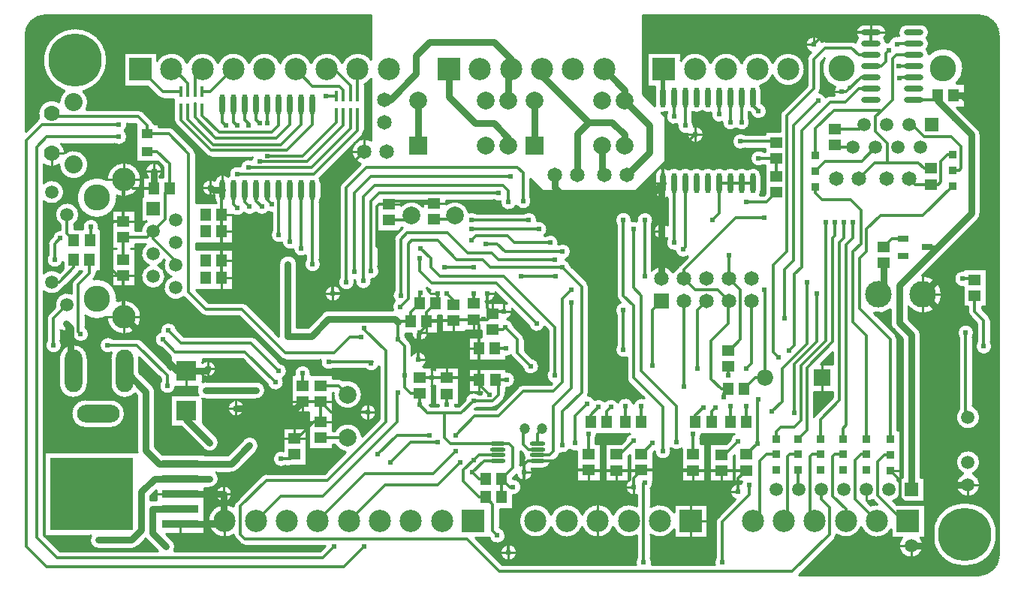
<source format=gbl>
%FSTAX24Y24*%
%MOIN*%
G70*
G01*
G75*
G04 Layer_Physical_Order=2*
G04 Layer_Color=16711680*
%ADD10C,0.0100*%
%ADD11R,0.0512X0.0394*%
%ADD12O,0.0945X0.0236*%
%ADD13R,0.0945X0.0236*%
%ADD14R,0.1575X0.0670*%
%ADD15R,0.0177X0.0453*%
%ADD16R,0.1378X0.0748*%
%ADD17R,0.1732X0.0866*%
%ADD18R,0.0532X0.0472*%
%ADD19R,0.1969X0.2756*%
%ADD20R,0.0472X0.0532*%
%ADD21C,0.0394*%
%ADD22R,0.0591X0.0118*%
%ADD23R,0.0118X0.0591*%
%ADD24O,0.0276X0.0984*%
%ADD25R,0.0472X0.0551*%
%ADD26R,0.0551X0.0472*%
%ADD27R,0.0591X0.0315*%
%ADD28R,0.0787X0.0571*%
%ADD29C,0.0120*%
%ADD30C,0.0300*%
%ADD31C,0.2362*%
%ADD32C,0.0800*%
%ADD33C,0.0700*%
%ADD34C,0.0591*%
%ADD35C,0.0984*%
%ADD36R,0.0984X0.0984*%
%ADD37O,0.0787X0.1890*%
%ADD38O,0.1890X0.0787*%
%ADD39C,0.0591*%
%ADD40C,0.1043*%
%ADD41R,0.0591X0.0591*%
%ADD42C,0.1161*%
%ADD43R,0.0787X0.0787*%
%ADD44C,0.0787*%
%ADD45R,0.0650X0.0650*%
%ADD46C,0.0650*%
%ADD47C,0.0728*%
%ADD48R,0.0728X0.0728*%
%ADD49C,0.1181*%
%ADD50R,0.0591X0.0591*%
%ADD51R,0.0591X0.0591*%
%ADD52C,0.0472*%
%ADD53C,0.0240*%
%ADD54R,0.0374X0.0335*%
%ADD55R,0.0472X0.0256*%
%ADD56R,0.0906X0.0906*%
%ADD57R,0.3701X0.3228*%
%ADD58R,0.1634X0.0374*%
%ADD59O,0.0236X0.0906*%
%ADD60O,0.0709X0.0177*%
%ADD61O,0.0866X0.0236*%
%ADD62C,0.0200*%
D10*
X0635Y037916D02*
G03*
X062619Y038797I-000881J0D01*
G01*
X060414Y038038D02*
G03*
X060046Y038406I-000368J0D01*
G01*
X059416D02*
G03*
X059081Y037886I0J-000368D01*
G01*
X060316Y037788D02*
G03*
X060414Y038038I-00027J00025D01*
G01*
X059081Y037886D02*
G03*
X058642Y03762I-000082J-000361D01*
G01*
X060414Y037538D02*
G03*
X060316Y037788I-000368J0D01*
G01*
X058524Y038038D02*
G03*
X058156Y038406I-000368J0D01*
G01*
X058426Y037788D02*
G03*
X058524Y038038I-00027J00025D01*
G01*
X058642Y03762D02*
G03*
X05852Y037596I000008J-00037D01*
G01*
Y037596D02*
G03*
X058426Y037788I-000363J-000058D01*
G01*
X057526Y038406D02*
G03*
X057256Y037788I0J-000368D01*
G01*
D02*
G03*
X057163Y037596I00027J-00025D01*
G01*
X057163Y037596D02*
G03*
X056974Y03766I-000188J-000246D01*
G01*
X057163Y037596D02*
G03*
X056974Y03766I-000188J-000246D01*
G01*
X060316Y037288D02*
G03*
X060414Y037538I-00027J00025D01*
G01*
X06194Y036448D02*
G03*
X060413Y037069I-00089J0D01*
G01*
D02*
G03*
X060316Y037288I-000367J-000031D01*
G01*
X061633Y035776D02*
G03*
X06194Y036448I-000583J000672D01*
G01*
X056854Y035611D02*
G03*
X056976Y035667I-000304J000836D01*
G01*
X056879Y035569D02*
G03*
X056854Y035611I-000329J-000169D01*
G01*
X056246D02*
G03*
X056213Y035248I000304J-000211D01*
G01*
X05565Y037621D02*
G03*
X055167Y037155I-00035J-000121D01*
G01*
X0558Y03766D02*
G03*
X05565Y037621I0J-00031D01*
G01*
X0558Y03766D02*
G03*
X05565Y037621I0J-00031D01*
G01*
X055081Y037069D02*
G03*
X05499Y03685I000219J-000219D01*
G01*
X055081Y037069D02*
G03*
X05499Y03685I000219J-000219D01*
G01*
X054904Y0364D02*
G03*
X053473Y036676I-000742J0D01*
G01*
X053473D02*
G03*
X052095Y036676I-000689J-000276D01*
G01*
X055777Y036889D02*
G03*
X056246Y035611I000773J-000441D01*
G01*
X053473Y036124D02*
G03*
X054904Y0364I000689J000276D01*
G01*
X056038Y035248D02*
G03*
X05583Y035168I0J-00031D01*
G01*
X056038Y035248D02*
G03*
X05583Y035168I0J-00031D01*
G01*
X05555Y035367D02*
G03*
X05561Y03555I-00025J000183D01*
G01*
X05555Y035367D02*
G03*
X05561Y03555I-00025J000183D01*
G01*
X05583Y035168D02*
G03*
X05555Y035367I-00033J-000168D01*
G01*
X052923Y035671D02*
G03*
X053473Y036124I-000139J000729D01*
G01*
X052968Y035494D02*
G03*
X052923Y035671I-000368J0D01*
G01*
X053891Y034579D02*
G03*
X0538Y03436I000219J-000219D01*
G01*
X053891Y034579D02*
G03*
X0538Y03436I000219J-000219D01*
G01*
X05322Y03455D02*
G03*
X052968Y034901I-00037J0D01*
G01*
X052488Y034474D02*
G03*
X05322Y03455I000362J000076D01*
G01*
X0627Y0335D02*
G03*
X062583Y033783I-0004J0D01*
G01*
X0627Y0335D02*
G03*
X062583Y033783I-0004J0D01*
G01*
Y029717D02*
G03*
X0627Y03I-000283J000283D01*
G01*
X062583Y029717D02*
G03*
X0627Y03I-000283J000283D01*
G01*
X06316Y02525D02*
G03*
X063069Y025469I-00031J0D01*
G01*
X06316Y02525D02*
G03*
X063069Y025469I-00031J0D01*
G01*
X06322Y0241D02*
G03*
X06316Y024302I-00037J0D01*
G01*
X06254D02*
G03*
X06322Y0241I00031J-000202D01*
G01*
X06214Y02565D02*
G03*
X062231Y025431I00031J0D01*
G01*
X06214Y02565D02*
G03*
X062231Y025431I00031J0D01*
G01*
X061934Y027468D02*
G03*
X061934Y026732I-000034J-000368D01*
G01*
X06236Y024498D02*
G03*
X06242Y0247I-00031J000202D01*
G01*
D02*
G03*
X06174Y024498I-00037J0D01*
G01*
X060991Y0264D02*
G03*
X060105Y027239I-000841J0D01*
G01*
X05798Y025584D02*
G03*
X058704Y025742I000202J000816D01*
G01*
X053052Y03276D02*
G03*
X053052Y03214I-000202J-00031D01*
G01*
X052968Y031675D02*
G03*
X05235Y031945I-000368J0D01*
G01*
X06005Y0246D02*
G03*
X059933Y024883I-0004J0D01*
G01*
X06005Y0246D02*
G03*
X059933Y024883I-0004J0D01*
G01*
X059504Y025862D02*
G03*
X060991Y0264I000646J000538D01*
G01*
X058704Y025146D02*
G03*
X058821Y024863I0004J0D01*
G01*
X058704Y025146D02*
G03*
X058821Y024863I0004J0D01*
G01*
X05901Y024426D02*
G03*
X058919Y024645I-00031J0D01*
G01*
X05901Y024426D02*
G03*
X058919Y024645I-00031J0D01*
G01*
X052095Y036676D02*
G03*
X050717Y036676I-000689J-000276D01*
G01*
X05241Y03451D02*
G03*
X052487Y034474I00019J000315D01*
G01*
X05247Y03405D02*
G03*
X05241Y034252I-00037J0D01*
G01*
X05185Y033777D02*
G03*
X05247Y03405I00025J000273D01*
G01*
X05074Y034484D02*
G03*
X05123Y034054I00036J-000084D01*
G01*
D02*
G03*
X05185Y033777I00037J-000004D01*
G01*
X05035Y034555D02*
G03*
X05074Y034484I00025J00027D01*
G01*
X049968Y033861D02*
G03*
X04997Y0339I-000368J000039D01*
G01*
X050717Y036676D02*
G03*
X049392Y036783I-000689J-000276D01*
G01*
X04991Y03451D02*
G03*
X05035Y034555I00019J000315D01*
G01*
X04997Y0339D02*
G03*
X04991Y034102I-00037J0D01*
G01*
X05225Y033508D02*
G03*
X05225Y032888I-000202J-00031D01*
G01*
X052912Y03081D02*
G03*
X052968Y031006I-000312J000196D01*
G01*
X05235Y031945D02*
G03*
X05185Y031945I-00025J-00027D01*
G01*
D02*
G03*
X05135Y031945I-00025J-00027D01*
G01*
X05042Y0335D02*
G03*
X049968Y033861I-00037J0D01*
G01*
X049234Y033955D02*
G03*
X049682Y033539I000366J-000055D01*
G01*
Y033539D02*
G03*
X05042Y0335I000368J-000039D01*
G01*
X05135Y031945D02*
G03*
X05085Y031945I-00025J-00027D01*
G01*
D02*
G03*
X05035Y031945I-00025J-00027D01*
G01*
D02*
G03*
X04985Y031945I-00025J-00027D01*
G01*
D02*
G03*
X04935Y031945I-00025J-00027D01*
G01*
D02*
G03*
X04885Y031945I-00025J-00027D01*
G01*
X04879Y034502D02*
G03*
X049234Y033955I00031J-000202D01*
G01*
X04825Y035608D02*
G03*
X048232Y035494I00035J-000114D01*
G01*
X048538Y034462D02*
G03*
X04879Y03451I000062J000363D01*
G01*
X04885Y031945D02*
G03*
X048232Y031675I-00025J-00027D01*
G01*
Y034825D02*
G03*
X048237Y034763I000368J0D01*
G01*
X048232Y031006D02*
G03*
X04879Y030691I000368J0D01*
G01*
X04277Y03055D02*
G03*
X04271Y030752I-00037J0D01*
G01*
X041098Y03059D02*
G03*
X041382Y030539I000202J00031D01*
G01*
X04811Y029498D02*
G03*
X04817Y0297I-00031J000202D01*
G01*
X04879Y029482D02*
G03*
X04879Y028918I-00024J-000282D01*
G01*
Y028902D02*
G03*
X049136Y028332I00031J-000202D01*
G01*
X04817Y0297D02*
G03*
X047434Y029645I-00037J0D01*
G01*
X049136Y028332D02*
G03*
X049701Y028089I000364J000068D01*
G01*
X047434Y029645D02*
G03*
X047218Y029661I-000134J-000345D01*
G01*
Y029661D02*
G03*
X04722Y0297I-000368J000039D01*
G01*
D02*
G03*
X04654Y029498I-00037J0D01*
G01*
X043018Y029661D02*
G03*
X04302Y0297I-000368J000039D01*
G01*
X04347Y0293D02*
G03*
X043018Y029661I-00037J0D01*
G01*
X04397Y0287D02*
G03*
X043398Y02901I-00037J0D01*
G01*
X04333D02*
G03*
X04347Y0293I-00023J00029D01*
G01*
X04452Y0283D02*
G03*
X043961Y028618I-00037J0D01*
G01*
X04427Y02795D02*
G03*
X04452Y0283I-00012J00035D01*
G01*
X043961Y028618D02*
G03*
X04397Y0287I-000361J000082D01*
G01*
X044512Y027676D02*
G03*
X04427Y02795I-000362J-000076D01*
G01*
X049331Y027719D02*
G03*
X049254Y027593I000219J-000219D01*
G01*
X049331Y027719D02*
G03*
X049254Y027593I000219J-000219D01*
G01*
D02*
G03*
X04905Y027384I000296J-000493D01*
G01*
D02*
G03*
X04811Y02747I-0005J-000284D01*
G01*
X04654Y02635D02*
G03*
X046631Y026131I00031J0D01*
G01*
X046717Y026045D02*
G03*
X04654Y025498I000133J-000345D01*
G01*
Y024152D02*
G03*
X04699Y023608I00031J-000202D01*
G01*
X04654Y02635D02*
G03*
X046631Y026131I00031J0D01*
G01*
X04531Y02675D02*
G03*
X045219Y026969I-00031J0D01*
G01*
X04531Y02675D02*
G03*
X045219Y026969I-00031J0D01*
G01*
X042088Y03035D02*
G03*
X04277Y03055I000312J0002D01*
G01*
X041382Y030539D02*
G03*
X042088Y03035I000368J-000039D01*
G01*
X04302Y0297D02*
G03*
X042448Y03001I-00037J0D01*
G01*
X041658Y026004D02*
G03*
X041576Y026019I-000108J-000354D01*
G01*
X04192Y02565D02*
G03*
X041904Y025758I-00037J0D01*
G01*
X040302Y03001D02*
G03*
X039986Y030052I-000202J-00031D01*
G01*
X039986Y030052D02*
G03*
X038976Y030416I-000625J-000152D01*
G01*
X038188Y026526D02*
G03*
X03812Y026692I-000366J-000054D01*
G01*
X04117Y02645D02*
G03*
X041167Y026494I-00037J0D01*
G01*
X040726Y026088D02*
G03*
X04117Y02645I000074J000362D01*
G01*
X038131Y026681D02*
G03*
X038263Y026602I000219J000219D01*
G01*
X038131Y026681D02*
G03*
X038263Y026602I000219J000219D01*
G01*
D02*
G03*
X038238Y026526I000337J-000152D01*
G01*
X042638Y025024D02*
G03*
X043345Y024967I000362J000076D01*
G01*
X041692Y025308D02*
G03*
X04192Y02565I-000142J000342D01*
G01*
X041962Y025026D02*
G03*
X041692Y025308I-000362J-000076D01*
G01*
X04246Y0244D02*
G03*
X042369Y024619I-00031J0D01*
G01*
X04246Y0244D02*
G03*
X042369Y024619I-00031J0D01*
G01*
X041859Y023694D02*
G03*
X041931Y023581I000291J000106D01*
G01*
X041636Y02363D02*
G03*
X041859Y023694I000014J00037D01*
G01*
X041859D02*
G03*
X041931Y023581I000291J000106D01*
G01*
X062695Y02095D02*
G03*
X06236Y021453I-000545J0D01*
G01*
X06174Y021309D02*
G03*
X062695Y02095I00041J-000359D01*
G01*
Y01895D02*
G03*
X061932Y01845I-000545J0D01*
G01*
X062368D02*
G03*
X062695Y01895I-000218J0005D01*
G01*
Y01795D02*
G03*
X062368Y01845I-000545J0D01*
G01*
X061932D02*
G03*
X062695Y01795I000218J-0005D01*
G01*
X055381Y021075D02*
G03*
X05531Y020965I000219J-000219D01*
G01*
X055381Y021075D02*
G03*
X05531Y020965I000219J-000219D01*
G01*
X051772Y020216D02*
G03*
X051588Y019968I000178J-000324D01*
G01*
X05026Y019998D02*
G03*
X05032Y0202I-00031J000202D01*
G01*
X048946Y019581D02*
G03*
X049424Y019556I000254J000269D01*
G01*
X059105Y018051D02*
G03*
X058998Y01817I-000455J-000301D01*
G01*
X058829Y017235D02*
G03*
X059105Y017449I-000179J000515D01*
G01*
X063431Y01575D02*
G03*
X063431Y01575I-001431J0D01*
G01*
X062619Y013953D02*
G03*
X0635Y014834I0J000881D01*
G01*
X060165Y015246D02*
G03*
X060027Y015608I-000545J0D01*
G01*
X059213D02*
G03*
X060165Y015246I000407J-000362D01*
G01*
X052114Y018105D02*
G03*
X052083Y017995I000336J-000155D01*
G01*
Y017995D02*
G03*
X051817Y017305I-000133J-000345D01*
G01*
X057683Y017206D02*
G03*
X057914Y017273I-000033J000544D01*
G01*
X058095Y017092D02*
G03*
X057842Y017046I000005J-000742D01*
G01*
X057411Y016074D02*
G03*
X058736Y015967I000689J000276D01*
G01*
X05631Y015733D02*
G03*
X057411Y016074I000413J000617D01*
G01*
X051031Y016519D02*
G03*
X05094Y0163I000219J-000219D01*
G01*
X051031Y016519D02*
G03*
X05094Y0163I000219J-000219D01*
G01*
X056219Y015531D02*
G03*
X05631Y015733I-000219J000219D01*
G01*
X056219Y015531D02*
G03*
X05631Y015733I-000219J000219D01*
G01*
X05094Y014702D02*
G03*
X050891Y01441I00031J-000202D01*
G01*
X04699Y0227D02*
G03*
X047081Y022481I00031J0D01*
G01*
X04699Y0227D02*
G03*
X047081Y022481I00031J0D01*
G01*
X047758Y021804D02*
G03*
X047297Y021561I-000108J-000354D01*
G01*
X047297D02*
G03*
X046604Y021611I-000356J-000102D01*
G01*
D02*
G03*
X046025Y021648I-000304J-000211D01*
G01*
X043107Y023213D02*
G03*
X042814Y023575I-00037J0D01*
G01*
X042375Y023136D02*
G03*
X043107Y023213I000362J000076D01*
G01*
X04349Y023002D02*
G03*
X043667Y022455I00031J-000202D01*
G01*
X045281Y021919D02*
G03*
X04531Y02205I-000281J000131D01*
G01*
X046025Y021648D02*
G03*
X045575Y021726I-000275J-000248D01*
G01*
D02*
G03*
X045281Y021919I-000325J-000176D01*
G01*
Y021919D02*
G03*
X04531Y02205I-000281J000131D01*
G01*
X0424Y02241D02*
G03*
X042181Y022319I0J-00031D01*
G01*
X047122Y020224D02*
G03*
X046938Y019976I000178J-000324D01*
G01*
X04897Y01945D02*
G03*
X048946Y019581I-00037J0D01*
G01*
X04823Y019439D02*
G03*
X04897Y01945I00037J000011D01*
G01*
X04561Y019998D02*
G03*
X04567Y0202I-00031J000202D01*
G01*
X044468Y019511D02*
G03*
X044774Y019438I000232J000289D01*
G01*
X044042Y019346D02*
G03*
X044468Y019511I000108J000354D01*
G01*
X043969Y019231D02*
G03*
X044042Y019346I-000219J000219D01*
G01*
X043969Y019231D02*
G03*
X044042Y019346I-000219J000219D01*
G01*
X042422Y019291D02*
G03*
X042447Y019144I000338J-000019D01*
G01*
D02*
G03*
X042455Y01887I000313J-000128D01*
G01*
X0424Y02241D02*
G03*
X042181Y022319I0J-00031D01*
G01*
X042042Y022622D02*
G03*
X041645Y022991I-00037J0D01*
G01*
Y022253D02*
G03*
X042042Y022622I000027J000369D01*
G01*
X038326Y022331D02*
G03*
X038474Y022352I000024J000369D01*
G01*
Y023048D02*
G03*
X038326Y023069I-000124J-000348D01*
G01*
X040552Y022074D02*
G03*
X040533Y021994I000348J-000124D01*
G01*
X041519Y021731D02*
G03*
X04161Y02195I-000219J000219D01*
G01*
X041519Y021731D02*
G03*
X04161Y02195I-000219J000219D01*
G01*
X041034Y021374D02*
G03*
X041253Y021465I0J00031D01*
G01*
X041034Y021374D02*
G03*
X041254Y021465I0J00031D01*
G01*
X040386Y021994D02*
G03*
X039822Y021761I-000202J-00031D01*
G01*
X039371Y02146D02*
G03*
X039373Y021497I-000368J000037D01*
G01*
X040261Y021322D02*
G03*
X040386Y021374I-000076J000362D01*
G01*
X038633Y021505D02*
G03*
X038635Y02146I00037J-000008D01*
G01*
X04817Y01805D02*
G03*
X048164Y018114I-00037J0D01*
G01*
X04806Y017787D02*
G03*
X04817Y01805I-00026J000263D01*
G01*
X047124Y018176D02*
G03*
X047076Y018144I000176J-000326D01*
G01*
X047032Y018105D02*
G03*
X04744Y017508I000268J-000255D01*
G01*
X047076Y018144D02*
G03*
X047032Y018105I000224J-000294D01*
G01*
X049098Y016733D02*
G03*
X04806Y016974I-000636J-000383D01*
G01*
Y015726D02*
G03*
X049098Y015967I000402J000624D01*
G01*
X04744Y017001D02*
G03*
X046395Y016626I-000356J-000651D01*
G01*
Y016074D02*
G03*
X04744Y015699I000689J000276D01*
G01*
X04812Y0145D02*
G03*
X04806Y014702I-00037J0D01*
G01*
X04744D02*
G03*
X047391Y01441I00031J-000202D01*
G01*
X048109D02*
G03*
X04812Y0145I-000359J00009D01*
G01*
X045017Y016074D02*
G03*
X046395Y016074I000689J000276D01*
G01*
Y016626D02*
G03*
X045017Y016626I-000689J-000276D01*
G01*
X043627Y018967D02*
G03*
X043791Y019053I-000055J000305D01*
G01*
X043627Y018967D02*
G03*
X043791Y019053I-000055J000305D01*
G01*
X043292Y018678D02*
G03*
X043627Y018967I0J000339D01*
G01*
X04282Y0185D02*
G03*
X042775Y018678I-00037J0D01*
G01*
X045017Y016626D02*
G03*
X043639Y016626I-000689J-000276D01*
G01*
X042455Y01887D02*
G03*
X04226Y018817I-000005J-00037D01*
G01*
X042093Y018404D02*
G03*
X04282Y0185I000357J000096D01*
G01*
X04232Y01785D02*
G03*
X041936Y01822I-00037J0D01*
G01*
Y01748D02*
G03*
X04232Y01785I000014J00037D01*
G01*
X043639Y016074D02*
G03*
X045017Y016074I000689J000276D01*
G01*
X043639Y016626D02*
G03*
X043639Y016074I-000689J-000276D01*
G01*
X04212Y01495D02*
G03*
X04212Y01495I-00037J0D01*
G01*
X04162Y0157D02*
G03*
X04136Y016053I-00037J0D01*
G01*
X040892Y015607D02*
G03*
X04162Y0157I000358J000093D01*
G01*
X035355Y035725D02*
G03*
X03565Y035969I-000309J000675D01*
G01*
Y036831D02*
G03*
X034357Y036676I-000604J-000431D01*
G01*
D02*
G03*
X032979Y036676I-000689J-000276D01*
G01*
X032979D02*
G03*
X031601Y036676I-000689J-000276D01*
G01*
X031601D02*
G03*
X030223Y036676I-000689J-000276D01*
G01*
X035264Y033476D02*
G03*
X035355Y033695I-000219J000219D01*
G01*
X035264Y033475D02*
G03*
X035355Y033695I-000219J000219D01*
G01*
X03565Y03324D02*
G03*
X034967Y033179I-0003J-00049D01*
G01*
X034921Y033133D02*
G03*
X035167Y032205I000429J-000383D01*
G01*
X030383Y03249D02*
G03*
X030342Y032392I000317J-00019D01*
G01*
X034331Y031369D02*
G03*
X03424Y03115I000219J-000219D01*
G01*
X034331Y031369D02*
G03*
X03424Y03115I000219J-000219D01*
G01*
X033418Y031366D02*
G03*
X033357Y031569I-000368J0D01*
G01*
X030223Y036676D02*
G03*
X028845Y036676I-000689J-000276D01*
G01*
D02*
G03*
X027467Y036676I-000689J-000276D01*
G01*
X027467D02*
G03*
X026142Y036783I-000689J-000276D01*
G01*
X02689Y03415D02*
G03*
X026981Y033931I00031J0D01*
G01*
X02689Y03415D02*
G03*
X026981Y033931I00031J0D01*
G01*
X028331Y032581D02*
G03*
X02855Y03249I000219J000219D01*
G01*
X028331Y032581D02*
G03*
X02855Y03249I000219J000219D01*
G01*
X030342Y032392D02*
G03*
X029833Y032095I-000142J-000342D01*
G01*
Y032095D02*
G03*
X029339Y031668I-000133J-000345D01*
G01*
D02*
G03*
X0293Y031636I000211J-000302D01*
G01*
D02*
G03*
X028695Y031464I-00025J-00027D01*
G01*
D02*
G03*
X028682Y030828I-000195J-000314D01*
G01*
X026876Y033763D02*
G03*
X026656Y033854I-000219J-000219D01*
G01*
X026876Y033763D02*
G03*
X026656Y033854I-000219J-000219D01*
G01*
X02786Y03265D02*
G03*
X027769Y032869I-00031J0D01*
G01*
X02786Y03265D02*
G03*
X027769Y032869I-00031J0D01*
G01*
X037924Y030323D02*
G03*
X036976Y030346I-000485J-000423D01*
G01*
X036743Y029081D02*
G03*
X036652Y028862I000219J-000219D01*
G01*
X036743Y029082D02*
G03*
X036652Y028862I000219J-000219D01*
G01*
X03336Y030498D02*
G03*
X033418Y030696I-00031J000199D01*
G01*
X032183Y028405D02*
G03*
X03274Y028133I000367J000045D01*
G01*
X03602Y02745D02*
G03*
X03596Y027652I-00037J0D01*
G01*
X035661Y02708D02*
G03*
X03602Y02745I-000011J00037D01*
G01*
X03567Y027D02*
G03*
X035661Y02708I-00037J0D01*
G01*
X03424Y027152D02*
G03*
X03492Y02695I00031J-000202D01*
G01*
X034931Y027031D02*
G03*
X03567Y027I000369J-000031D01*
G01*
X03492Y02695D02*
G03*
X034911Y02703I-00037J0D01*
G01*
X036652Y026564D02*
G03*
X036689Y026112I00031J-000202D01*
G01*
X03342Y02775D02*
G03*
X03336Y027952I-00037J0D01*
G01*
X03274D02*
G03*
X03342Y02775I00031J-000202D01*
G01*
X03432Y02645D02*
G03*
X03432Y02645I-00037J0D01*
G01*
X031088Y030067D02*
G03*
X03124Y03003I000162J000333D01*
G01*
X030525Y030052D02*
G03*
X031088Y030067I000275J000248D01*
G01*
X029997Y03003D02*
G03*
X030525Y030052I000253J00027D01*
G01*
X029486Y029948D02*
G03*
X029997Y03003I000214J000302D01*
G01*
X03124Y029252D02*
G03*
X031683Y028705I00031J-000202D01*
G01*
Y028705D02*
G03*
X032183Y028405I000367J000045D01*
G01*
X028682Y030696D02*
G03*
X028756Y030476I000368J0D01*
G01*
X03235Y02775D02*
G03*
X03155Y02775I-0004J0D01*
G01*
X030119Y025969D02*
G03*
X0299Y02606I-000219J-000219D01*
G01*
X030119Y025969D02*
G03*
X0299Y02606I-000219J-000219D01*
G01*
X026478Y027934D02*
G03*
X026752Y0272I000492J-000234D01*
G01*
X026515D02*
G03*
X026188Y0277I-000545J0D01*
G01*
X026752Y0272D02*
G03*
X027325Y026286I000218J-0005D01*
G01*
X025752Y0277D02*
G03*
X026515Y0272I000218J-0005D01*
G01*
X026181Y035181D02*
G03*
X0264Y03509I000219J000219D01*
G01*
X026181Y035181D02*
G03*
X0264Y03509I000219J000219D01*
G01*
X025996Y033991D02*
G03*
X025919Y034119I-000296J-000091D01*
G01*
X025996Y033991D02*
G03*
X025919Y034119I-000296J-000091D01*
G01*
X025519Y034519D02*
G03*
X0253Y03461I-000219J-000219D01*
G01*
X025519Y034519D02*
G03*
X0253Y03461I-000219J-000219D01*
G01*
X026361Y031891D02*
G03*
X025734Y031626I-00037J0D01*
G01*
X025442Y0315D02*
G03*
X023898Y031492I-000772J0D01*
G01*
X026249Y031626D02*
G03*
X026361Y031891I-000257J000266D01*
G01*
X02482Y03395D02*
G03*
X024818Y03399I-00037J0D01*
G01*
X024698Y033675D02*
G03*
X02482Y03395I-000248J000275D01*
G01*
Y0334D02*
G03*
X024698Y033675I-00037J0D01*
G01*
X024248Y03309D02*
G03*
X02482Y0334I000202J00031D01*
G01*
X02287Y035418D02*
G03*
X023931Y0368I-00037J001382D01*
G01*
D02*
G03*
X022042Y035444I-001431J0D01*
G01*
X02309Y03493D02*
G03*
X02287Y035418I-00065J0D01*
G01*
X023006Y03461D02*
G03*
X02309Y03493I-000566J00032D01*
G01*
X022042Y035444D02*
G03*
X02179Y034936I000398J-000514D01*
G01*
X021181Y038797D02*
G03*
X0203Y037916I0J-000881D01*
G01*
X02309Y03217D02*
G03*
X022059Y032697I-00065J0D01*
G01*
X02179Y032164D02*
G03*
X02309Y03217I00065J000006D01*
G01*
X023898Y031492D02*
G03*
X024124Y030082I-000428J-000791D01*
G01*
X02179Y034936D02*
G03*
X020899Y034221I-00033J-000501D01*
G01*
X020899Y034221D02*
G03*
X020831Y034169I000151J-000271D01*
G01*
X020899Y034221D02*
G03*
X020831Y034169I000151J-000271D01*
G01*
X022059Y032697D02*
G03*
X021884Y03309I-000599J-000032D01*
G01*
X02111Y032178D02*
G03*
X02179Y032164I00035J000487D01*
G01*
X024365Y030791D02*
G03*
X025442Y0315I000305J000709D01*
G01*
X025669Y029655D02*
G03*
X025427Y029251I000301J-000455D01*
G01*
X02437Y0307D02*
G03*
X024365Y030791I-0009J0D01*
G01*
X024172Y030136D02*
G03*
X02437Y0307I-000702J000564D01*
G01*
X024124Y030082D02*
G03*
X024172Y030136I-000654J000618D01*
G01*
X026188Y0277D02*
G03*
X026457Y027955I-000218J0005D01*
G01*
X025636Y028631D02*
G03*
X025752Y0277I000334J-000431D01*
G01*
X024365Y026109D02*
G03*
X02437Y0262I-000895J000091D01*
G01*
D02*
G03*
X024172Y026764I-0009J0D01*
G01*
D02*
G03*
X024124Y026818I-000702J-000564D01*
G01*
X02246Y029501D02*
G03*
X022695Y02995I-00031J000449D01*
G01*
D02*
G03*
X02184Y029501I-000545J0D01*
G01*
X02356Y029316D02*
G03*
X02357Y0294I-00036J000084D01*
G01*
D02*
G03*
X02284Y029316I-00037J0D01*
G01*
X02111Y03054D02*
G03*
X022015Y03095I00036J00041D01*
G01*
D02*
G03*
X02111Y03136I-000545J0D01*
G01*
X02184Y02927D02*
G03*
X021488Y028976I00001J-00037D01*
G01*
X021381Y028869D02*
G03*
X02129Y02865I000219J-000219D01*
G01*
X021381Y028869D02*
G03*
X02129Y02865I000219J-000219D01*
G01*
X023369Y027131D02*
G03*
X02346Y02735I-000219J000219D01*
G01*
X023369Y027131D02*
G03*
X02346Y02735I-000219J000219D01*
G01*
X022665Y027381D02*
G03*
X022708Y027434I-000219J000219D01*
G01*
X022665Y027381D02*
G03*
X022708Y027434I-000219J000219D01*
G01*
X022431Y027069D02*
G03*
X02234Y02685I000219J-000219D01*
G01*
X024124Y026818D02*
G03*
X023327Y027089I-000654J-000618D01*
G01*
X022431Y027069D02*
G03*
X02234Y02685I000219J-000219D01*
G01*
X021942Y026677D02*
G03*
X022015Y026731I-000146J000273D01*
G01*
X021942Y026677D02*
G03*
X022015Y026731I-000146J000273D01*
G01*
X02234Y026461D02*
G03*
X021614Y025852I-00019J-000511D01*
G01*
X02129Y028152D02*
G03*
X021955Y027846I00031J-000202D01*
G01*
X021795Y027388D02*
G03*
X02111Y02736I-000325J-000438D01*
G01*
Y02654D02*
G03*
X021942Y026677I00036J00041D01*
G01*
X037431Y024674D02*
G03*
X038169Y024674I000369J000026D01*
G01*
X036689Y026112D02*
G03*
X036612Y0257I000261J-000262D01*
G01*
X037212Y024476D02*
G03*
X03716Y024602I-000362J-000076D01*
G01*
X037441Y024119D02*
G03*
X03735Y024338I-00031J0D01*
G01*
X037441Y024119D02*
G03*
X03735Y024338I-00031J0D01*
G01*
X03812Y0235D02*
G03*
X037441Y023704I-00037J0D01*
G01*
X03375Y0257D02*
G03*
X033467Y025583I0J-0004D01*
G01*
X03375Y0257D02*
G03*
X033467Y025583I0J-0004D01*
G01*
X037959Y023195D02*
G03*
X03812Y0235I-000209J000305D01*
G01*
X035378Y023099D02*
G03*
X03599Y023204I000272J000251D01*
G01*
X035244Y021961D02*
G03*
X03442Y022579I-000644J0D01*
G01*
X033962Y022044D02*
G03*
X035244Y021961I000638J-000084D01*
G01*
X03442Y022579D02*
G03*
X034206Y022664I-000214J-000224D01*
G01*
X03442Y022579D02*
G03*
X034206Y022664I-000214J-000224D01*
G01*
X033398Y02349D02*
G03*
X033961Y023099I000361J-000081D01*
G01*
X03297Y0229D02*
G03*
X032234Y022845I-00037J0D01*
G01*
X032966D02*
G03*
X03297Y0229I-000366J000055D01*
G01*
X031631Y023581D02*
G03*
X03185Y02349I000219J000219D01*
G01*
X031631Y023581D02*
G03*
X03185Y02349I000219J000219D01*
G01*
X030519Y024469D02*
G03*
X0303Y02456I-000219J-000219D01*
G01*
X030519Y024469D02*
G03*
X0303Y02456I-000219J-000219D01*
G01*
X031726Y022675D02*
G03*
X03192Y023I-000176J000325D01*
G01*
X03177Y0225D02*
G03*
X031726Y022675I-00037J0D01*
G01*
X03192Y023D02*
G03*
X031626Y023362I-00037J0D01*
G01*
X031038Y022424D02*
G03*
X03177Y0225I000362J000076D01*
G01*
X03095Y02215D02*
G03*
X03055Y02255I-0004J0D01*
G01*
Y02175D02*
G03*
X03095Y02215I0J0004D01*
G01*
X03587Y021168D02*
G03*
X03587Y021168I-00037J0D01*
G01*
X035238Y020126D02*
G03*
X034039Y020356I-000638J-000087D01*
G01*
X034032Y019736D02*
G03*
X034513Y019402I000568J000304D01*
G01*
X032054Y01879D02*
G03*
X032162Y018809I0J00031D01*
G01*
X032054Y01879D02*
G03*
X032162Y018809I0J00031D01*
G01*
X03065Y0197D02*
G03*
X029967Y019983I-0004J0D01*
G01*
X031734Y01946D02*
G03*
X031852Y01879I-000084J-00036D01*
G01*
X031Y01846D02*
G03*
X030781Y018369I0J-00031D01*
G01*
X031Y01846D02*
G03*
X030781Y018369I0J-00031D01*
G01*
X03002Y021354D02*
G03*
X03002Y021354I-00037J0D01*
G01*
X030533Y019417D02*
G03*
X03065Y0197I-000283J000283D01*
G01*
X029439Y018489D02*
G03*
X029721Y018606I0J0004D01*
G01*
X029439Y018489D02*
G03*
X029721Y018606I0J0004D01*
G01*
X029831Y015331D02*
G03*
X03005Y01524I000219J000219D01*
G01*
X029831Y015331D02*
G03*
X03005Y01524I000219J000219D01*
G01*
X029631Y017219D02*
G03*
X02954Y017I000219J-000219D01*
G01*
X029631Y017219D02*
G03*
X02954Y017I000219J-000219D01*
G01*
X02947Y01755D02*
G03*
X02947Y01755I-00037J0D01*
G01*
X029541Y015723D02*
G03*
X029631Y015531I000309J000027D01*
G01*
X029541Y015723D02*
G03*
X029631Y015531I000309J000027D01*
G01*
X02954Y016977D02*
G03*
X029541Y015723I-000396J-000628D01*
G01*
X028081Y025531D02*
G03*
X0283Y02544I000219J000219D01*
G01*
X028081Y025531D02*
G03*
X0283Y02544I000219J000219D01*
G01*
X027012Y024876D02*
G03*
X026283Y024751I-000362J-000076D01*
G01*
D02*
G03*
X026324Y024038I000117J-000351D01*
G01*
X025469Y024369D02*
G03*
X02525Y02446I-000219J-000219D01*
G01*
X025469Y024369D02*
G03*
X02525Y02446I-000219J-000219D01*
G01*
X025348Y023551D02*
G03*
X025345Y023617I-000644J0D01*
G01*
X02877Y023096D02*
G03*
X028153Y023371I-00037J0D01*
G01*
Y022821D02*
G03*
X02877Y023096I000247J000275D01*
G01*
X0283Y02255D02*
G03*
X028153Y022522I0J-0004D01*
G01*
X02629Y022552D02*
G03*
X026969Y022319I00031J-000202D01*
G01*
X027937D02*
G03*
X027952Y021953I000363J-000169D01*
G01*
X02605Y022094D02*
G03*
X025933Y022377I-0004J0D01*
G01*
X02605Y022094D02*
G03*
X025933Y022377I-0004J0D01*
G01*
X025442Y0254D02*
G03*
X024365Y026109I-000772J0D01*
G01*
X023898Y025408D02*
G03*
X025442Y0254I000772J-000008D01*
G01*
X02296Y025458D02*
G03*
X023898Y025408I00051J000742D01*
G01*
X02312Y02465D02*
G03*
X02296Y024955I-00037J0D01*
G01*
X022385Y024589D02*
G03*
X02312Y02465I000365J000061D01*
G01*
X021331Y025569D02*
G03*
X02124Y02535I000219J-000219D01*
G01*
X02186Y024818D02*
G03*
X02234Y024818I00024J000282D01*
G01*
X021331Y025569D02*
G03*
X02124Y02535I000219J-000219D01*
G01*
X02234Y02475D02*
G03*
X022385Y024589I00031J0D01*
G01*
X02234Y02475D02*
G03*
X022385Y024589I00031J0D01*
G01*
X02192Y02415D02*
G03*
X02186Y024352I-00037J0D01*
G01*
X02412Y023821D02*
G03*
X024061Y023551I000584J-00027D01*
G01*
X024152Y02446D02*
G03*
X02412Y023821I-000202J-00031D01*
G01*
X023065Y023551D02*
G03*
X021777Y023551I-000644J0D01*
G01*
X024061Y022449D02*
G03*
X025172Y022006I000644J0D01*
G01*
X021777Y022449D02*
G03*
X023065Y022449I000644J0D01*
G01*
X02124Y024352D02*
G03*
X02192Y02415I00031J-000202D01*
G01*
X028881Y019819D02*
G03*
X028764Y020102I-0004J0D01*
G01*
X028198Y019536D02*
G03*
X028881Y019819I000283J000283D01*
G01*
X028153Y021778D02*
G03*
X0283Y02175I000147J000372D01*
G01*
X028881Y018219D02*
G03*
X028776Y018489I-0004J0D01*
G01*
X028481Y017819D02*
G03*
X028881Y018219I0J0004D01*
G01*
X02525Y019489D02*
G03*
X025257Y019414I0004J0D01*
G01*
X02525Y019489D02*
G03*
X025257Y019414I0004J0D01*
G01*
X02595Y017281D02*
G03*
X02585Y017268I0J-0004D01*
G01*
X02595Y017281D02*
G03*
X02585Y017268I0J-0004D01*
G01*
X025628Y015562D02*
G03*
X025667Y015517I000322J000238D01*
G01*
X025628Y015562D02*
G03*
X025667Y015517I000322J000238D01*
G01*
X026902Y01501D02*
G03*
X02695Y0152I-000352J00019D01*
G01*
D02*
G03*
X026833Y015483I-0004J0D01*
G01*
X025Y0151D02*
G03*
X025283Y015217I0J0004D01*
G01*
X025Y0151D02*
G03*
X025283Y015217I0J0004D01*
G01*
X024718Y02111D02*
G03*
X024074Y021754I-000644J0D01*
G01*
Y020467D02*
G03*
X024718Y02111I0J000644D01*
G01*
X022972Y021754D02*
G03*
X022972Y020467I0J-000644D01*
G01*
X023196Y015686D02*
G03*
X02355Y0151I000354J-000186D01*
G01*
X0602Y038373D02*
Y038797D01*
X0601Y038402D02*
Y038797D01*
X0603Y038305D02*
Y038797D01*
X0599Y038406D02*
Y038797D01*
X0598Y038406D02*
Y038797D01*
X06Y038406D02*
Y038797D01*
X0611Y037336D02*
Y038797D01*
X061Y037336D02*
Y038797D01*
X0604Y038139D02*
Y038797D01*
X0597Y038406D02*
Y038797D01*
X0596Y038406D02*
Y038797D01*
X059416Y038406D02*
X060046D01*
X0594Y038406D02*
Y038797D01*
X0593Y038387D02*
Y038797D01*
X0595Y038406D02*
Y038797D01*
X0592Y038336D02*
Y038797D01*
X0591Y038227D02*
Y038797D01*
X0589Y037882D02*
Y038797D01*
X059Y037895D02*
Y038797D01*
X060412Y038D02*
X063496D01*
X060387Y0379D02*
X0635D01*
X060327Y0378D02*
X0635D01*
X060409Y0381D02*
X063481D01*
X060377Y0382D02*
X063453D01*
X060409Y0376D02*
X0635D01*
X060377Y0377D02*
X0635D01*
X060387Y0374D02*
X0635D01*
X0604Y037639D02*
Y037937D01*
X060412Y0375D02*
X0635D01*
X060114Y0384D02*
X063355D01*
X058224D02*
X059348D01*
X060305Y0383D02*
X063412D01*
X058415D02*
X059157D01*
X058487Y0382D02*
X059085D01*
X058497Y0379D02*
X059075D01*
X058519Y0381D02*
X059053D01*
X058522Y038D02*
X05905D01*
X0582Y038404D02*
Y038797D01*
X0581Y038406D02*
Y038797D01*
X0583Y038377D02*
Y038797D01*
X0579Y038406D02*
Y038797D01*
X0578Y038406D02*
Y038797D01*
X058Y038406D02*
Y038797D01*
X0587Y037743D02*
Y038797D01*
X0586Y037617D02*
Y038797D01*
X0588Y037837D02*
Y038797D01*
X0584Y038314D02*
Y038797D01*
X0585Y03817D02*
Y038797D01*
X0576Y038406D02*
Y038797D01*
X0575Y038405D02*
Y038797D01*
X0577Y038406D02*
Y038797D01*
X0573Y038328D02*
Y038797D01*
X0567Y03766D02*
Y038797D01*
X0574Y038384D02*
Y038797D01*
X0569Y03766D02*
Y038797D01*
X0568Y03766D02*
Y038797D01*
X057Y037659D02*
Y038797D01*
X0563Y03766D02*
Y038797D01*
X0566Y03766D02*
Y038797D01*
X057841Y038038D02*
X058474D01*
X058437Y0378D02*
X058751D01*
X057841Y038038D02*
Y038356D01*
X057526Y038406D02*
X058156D01*
X057208Y038038D02*
X057841D01*
X058487Y0377D02*
X058673D01*
X0585Y03767D02*
Y037906D01*
X0572Y038208D02*
Y038797D01*
Y037708D02*
Y037868D01*
X0562Y03766D02*
Y038797D01*
X0564Y03766D02*
Y038797D01*
X0565Y03766D02*
Y038797D01*
X0571Y037633D02*
Y038797D01*
X0627Y0335D02*
Y038793D01*
X0626Y033765D02*
Y038797D01*
X061938Y0364D02*
X0635D01*
X0624Y033966D02*
Y038797D01*
X0623Y034066D02*
Y038797D01*
X0625Y033866D02*
Y038797D01*
X0631Y025433D02*
Y038654D01*
X063Y025538D02*
Y03871D01*
X0632Y02422D02*
Y038578D01*
X0628Y027545D02*
Y038778D01*
X0629Y027545D02*
Y038751D01*
X061816Y0369D02*
X0635D01*
X061748Y037D02*
X0635D01*
X061867Y0368D02*
X0635D01*
X061525Y0372D02*
X0635D01*
X061305Y0373D02*
X0635D01*
X061655Y0371D02*
X0635D01*
X061938Y0365D02*
X0635D01*
X061927Y0363D02*
X0635D01*
X061905Y0362D02*
X0635D01*
X061903Y0367D02*
X0635D01*
X061927Y0366D02*
X0635D01*
X061991Y0353D02*
X0635D01*
X061991Y0354D02*
X0635D01*
X061991Y0352D02*
X0635D01*
X061991Y0356D02*
X0635D01*
X061991Y0357D02*
X0635D01*
X061991Y0355D02*
X0635D01*
X062066Y0343D02*
X0635D01*
X061991Y0348D02*
X0635D01*
X062166Y0342D02*
X0635D01*
X061991Y0351D02*
X0635D01*
X061991Y035D02*
X0635D01*
X061751Y0359D02*
X0635D01*
X06166Y0358D02*
X0635D01*
X061991Y0349D02*
X0635D01*
X061869Y0361D02*
X0635D01*
X061819Y036D02*
X0635D01*
X061766Y0346D02*
X0635D01*
X061666Y0347D02*
X0635D01*
X061866Y0345D02*
X0635D01*
X061641Y034724D02*
X062583Y033783D01*
X061966Y0344D02*
X0635D01*
X0616Y037147D02*
Y038797D01*
X0615Y037215D02*
Y038797D01*
X0617Y037055D02*
Y038797D01*
X0613Y037302D02*
Y038797D01*
X0612Y037325D02*
Y038797D01*
X0614Y037266D02*
Y038797D01*
X0621Y034266D02*
Y038797D01*
X062Y034366D02*
Y038797D01*
X0622Y034166D02*
Y038797D01*
X0618Y036926D02*
Y038797D01*
X0619Y036711D02*
Y038797D01*
X0609Y037325D02*
Y038797D01*
X0608Y037302D02*
Y038797D01*
X060327Y0373D02*
X060795D01*
X0607Y037266D02*
Y038797D01*
X0606Y037215D02*
Y038797D01*
X0605Y037147D02*
Y038797D01*
X060377Y0372D02*
X060575D01*
X0604Y037139D02*
Y037437D01*
X061633Y035776D02*
X061991D01*
X061504Y03525D02*
X061941D01*
X0619Y035776D02*
Y036185D01*
X0618Y035776D02*
Y035969D01*
X0617Y035776D02*
Y03584D01*
X061991Y034724D02*
Y035776D01*
X061641Y034724D02*
X061991D01*
X0619Y034466D02*
Y034724D01*
X0617Y034666D02*
Y034724D01*
X0618Y034566D02*
Y034724D01*
X060409Y0371D02*
X060445D01*
X056879Y035569D02*
X056976Y035667D01*
X0569Y03559D02*
Y03563D01*
X056861Y0356D02*
X05691D01*
X05623Y0354D02*
X05655D01*
X0562Y03552D02*
Y03563D01*
Y035248D02*
Y03528D01*
X0555Y037811D02*
Y038797D01*
X0554Y037856D02*
Y038797D01*
X0556Y037717D02*
Y038797D01*
X0552Y037856D02*
Y038797D01*
X0551Y037811D02*
Y038797D01*
X0553Y03787D02*
Y038797D01*
X056Y03766D02*
Y038797D01*
X0559Y03766D02*
Y038797D01*
X0561Y03766D02*
Y038797D01*
X0557Y037643D02*
Y038797D01*
X0558Y03766D02*
Y038797D01*
X0477Y0386D02*
X063174D01*
X0477Y0387D02*
X063021D01*
X0477Y0385D02*
X063278D01*
X0477Y0384D02*
X057459D01*
X0477Y038797D02*
X062619D01*
X0477Y0383D02*
X057268D01*
X0477Y0381D02*
X057163D01*
X0477Y0382D02*
X057196D01*
X0477Y0379D02*
X057185D01*
X0477Y038D02*
X05716D01*
X0558Y03766D02*
X056974D01*
X055611Y0377D02*
X057196D01*
X05561Y036722D02*
X055777Y036889D01*
X055688Y0368D02*
X055733D01*
X0557Y036711D02*
Y036812D01*
X05561Y0363D02*
X055673D01*
X05561Y0362D02*
X055695D01*
X05561Y0365D02*
X055662D01*
X05561Y0364D02*
X055662D01*
X055517Y0378D02*
X057246D01*
X0553Y0375D02*
Y03782D01*
X05498Y0375D02*
X0553D01*
X0477Y0378D02*
X055083D01*
X0477Y0372D02*
X055083D01*
X05561Y0367D02*
X055697D01*
X055081Y037069D02*
X055167Y037155D01*
X05561Y0366D02*
X055673D01*
X0551Y037088D02*
Y037189D01*
X054408Y0371D02*
X055112D01*
X0544Y037103D02*
Y038797D01*
X0543Y037129D02*
Y038797D01*
X055Y037717D02*
Y038797D01*
X0541Y03714D02*
Y038797D01*
X054Y037124D02*
Y038797D01*
X0542Y037141D02*
Y038797D01*
X0548Y036779D02*
Y038797D01*
X0547Y036911D02*
Y038797D01*
X0549Y036476D02*
Y038797D01*
X0545Y037061D02*
Y038797D01*
X0546Y036999D02*
Y038797D01*
X0539Y037094D02*
Y038797D01*
X0538Y037048D02*
Y038797D01*
X0477Y0377D02*
X054989D01*
X0531Y037071D02*
Y038797D01*
X053Y03711D02*
Y038797D01*
X0532Y037014D02*
Y038797D01*
X0536Y036885D02*
Y038797D01*
X0535Y036736D02*
Y038797D01*
X0537Y036981D02*
Y038797D01*
X0533Y036933D02*
Y038797D01*
X0534Y036814D02*
Y038797D01*
X054599Y037D02*
X055029D01*
X055Y036928D02*
Y037283D01*
X05471Y0369D02*
X054994D01*
X054787Y0368D02*
X05499D01*
X054904Y0364D02*
X05499D01*
X054897Y0365D02*
X05499D01*
X054897Y0363D02*
X05499D01*
X054841Y0367D02*
X05499D01*
X054876Y0366D02*
X05499D01*
X0477Y0374D02*
X054944D01*
X0477Y0376D02*
X054944D01*
X0477Y0373D02*
X054989D01*
X0477Y0375D02*
X05493D01*
X05303Y0371D02*
X053915D01*
X053221Y037D02*
X053725D01*
X053332Y0369D02*
X053613D01*
X053409Y0368D02*
X053537D01*
X05561Y0359D02*
X055849D01*
X05561Y0358D02*
X05594D01*
X05561Y0361D02*
X055731D01*
X05499Y035678D02*
Y03685D01*
X05561Y036D02*
X055781D01*
X0559Y035216D02*
Y03584D01*
X0558Y035217D02*
Y035969D01*
X056Y035246D02*
Y035748D01*
X05561Y03555D02*
Y036722D01*
X0557Y035311D02*
Y036185D01*
X054876Y0362D02*
X05499D01*
X054841Y0361D02*
X05499D01*
X054787Y036D02*
X05499D01*
X05471Y0359D02*
X05499D01*
X054599Y0358D02*
X05499D01*
X0549Y035588D02*
Y036324D01*
X0548Y035488D02*
Y036021D01*
X0547Y035388D02*
Y035889D01*
X0546Y035288D02*
Y035801D01*
X0545Y035188D02*
Y035739D01*
X05561Y0356D02*
X056239D01*
X055606Y0355D02*
X056194D01*
X055717Y0353D02*
X056194D01*
X05561Y0357D02*
X056068D01*
X0556Y035356D02*
Y035472D01*
X055571Y0354D02*
X05618D01*
X0561Y035248D02*
Y03568D01*
X056038Y035248D02*
X056213D01*
X055811Y0352D02*
X055872D01*
X054408Y0357D02*
X05499D01*
X052953Y0356D02*
X054912D01*
X052968Y0355D02*
X054812D01*
X052968Y0354D02*
X054712D01*
X053891Y034579D02*
X05499Y035678D01*
X052968Y0353D02*
X054612D01*
X052968Y0352D02*
X054512D01*
X0544Y035088D02*
Y035697D01*
X0543Y034988D02*
Y035671D01*
X0542Y034888D02*
Y035659D01*
X054Y034688D02*
Y035676D01*
X053409Y036D02*
X053537D01*
X0541Y034788D02*
Y03566D01*
X0538Y03436D02*
Y035752D01*
X0537Y033641D02*
Y035819D01*
X0539Y034588D02*
Y035706D01*
X0535Y033641D02*
Y036064D01*
X0536Y033641D02*
Y035915D01*
X053332Y0359D02*
X053613D01*
X053221Y0358D02*
X053725D01*
X05303Y0357D02*
X053915D01*
X0534Y033641D02*
Y035986D01*
X0533Y033641D02*
Y035867D01*
X0532Y03467D02*
Y035786D01*
X0531Y034823D02*
Y035729D01*
X053Y034888D02*
Y03569D01*
X053188Y0347D02*
X054012D01*
X053123Y0348D02*
X054112D01*
X053217Y0346D02*
X053912D01*
X053217Y0345D02*
X053833D01*
X053188Y0344D02*
X053803D01*
X0538Y033641D02*
Y03436D01*
X053123Y0343D02*
X0538D01*
X0532Y033641D02*
Y03443D01*
X0538Y033641D02*
Y03436D01*
X052968Y035D02*
X054312D01*
X052968Y0351D02*
X054412D01*
X05297Y0349D02*
X054212D01*
X052968Y034901D02*
Y035494D01*
X05297Y0342D02*
X0538D01*
X052467Y0341D02*
X0538D01*
X0531Y033508D02*
Y034277D01*
X053Y033508D02*
Y034212D01*
X0627Y0326D02*
X0635D01*
X0627Y0327D02*
X0635D01*
X0627Y0325D02*
X0635D01*
X0627Y0329D02*
X0635D01*
X0627Y033D02*
X0635D01*
X0627Y0328D02*
X0635D01*
X0627Y0321D02*
X0635D01*
X0627Y0322D02*
X0635D01*
X0627Y032D02*
X0635D01*
X0627Y0324D02*
X0635D01*
X0627Y0323D02*
X0635D01*
X062646Y0337D02*
X0635D01*
X062566Y0338D02*
X0635D01*
X062687Y0336D02*
X0635D01*
X062366Y034D02*
X0635D01*
X062266Y0341D02*
X0635D01*
X062466Y0339D02*
X0635D01*
X0627Y0332D02*
X0635D01*
X0627Y0333D02*
X0635D01*
X0627Y0331D02*
X0635D01*
X0627Y0335D02*
X0635D01*
X0627Y0334D02*
X0635D01*
X0627Y0315D02*
X0635D01*
X0627Y0316D02*
X0635D01*
X0627Y0314D02*
X0635D01*
X0627Y0318D02*
X0635D01*
X0627Y0319D02*
X0635D01*
X0627Y0317D02*
X0635D01*
X0627Y031D02*
X0635D01*
X0627Y0311D02*
X0635D01*
X0627Y0309D02*
X0635D01*
X0627Y0313D02*
X0635D01*
X0627Y0312D02*
X0635D01*
X0627Y0305D02*
X0635D01*
X0627Y0306D02*
X0635D01*
X0627Y0304D02*
X0635D01*
X0627Y0308D02*
X0635D01*
X0627Y0307D02*
X0635D01*
X0627Y03D02*
X0635D01*
X0627Y0301D02*
X0635D01*
X061366Y0285D02*
X0635D01*
X0627Y0303D02*
X0635D01*
X0627Y0302D02*
X0635D01*
X062687Y0299D02*
X0635D01*
X062646Y0298D02*
X0635D01*
X0627Y03D02*
Y0335D01*
Y027545D02*
Y0335D01*
X062566Y0297D02*
X0635D01*
X0626Y027545D02*
Y029735D01*
X0625Y027545D02*
Y029634D01*
X062466Y0296D02*
X0635D01*
X062366Y0295D02*
X0635D01*
X062266Y0294D02*
X0635D01*
X062166Y0293D02*
X0635D01*
X061083Y028217D02*
X062583Y029717D01*
X062066Y0292D02*
X0635D01*
X0624Y027545D02*
Y029534D01*
X0623Y027545D02*
Y029434D01*
X0622Y027545D02*
Y029334D01*
X0621Y027545D02*
Y029234D01*
X062Y027545D02*
Y029134D01*
X061966Y0291D02*
X0635D01*
X061866Y029D02*
X0635D01*
X062966Y0275D02*
X0635D01*
X061934Y027468D02*
Y027545D01*
X0619Y02747D02*
Y029034D01*
X061934Y027545D02*
X062966D01*
Y0271D02*
X0635D01*
X062966Y0272D02*
X0635D01*
X062966Y027D02*
X0635D01*
X062966Y0274D02*
X0635D01*
X062966Y0273D02*
X0635D01*
X061566Y0287D02*
X0635D01*
X061466Y0286D02*
X0635D01*
X061266Y0284D02*
X0635D01*
X061766Y0289D02*
X0635D01*
X061666Y0288D02*
X0635D01*
X0618Y027456D02*
Y028934D01*
X061166Y0283D02*
X0635D01*
X061066Y0282D02*
X0635D01*
X0617Y027411D02*
Y028834D01*
X0616Y027317D02*
Y028734D01*
X063038Y0255D02*
X0635D01*
X062966Y0263D02*
X0635D01*
X063121Y0254D02*
X0635D01*
X062966Y0265D02*
X0635D01*
X062966Y0266D02*
X0635D01*
X062966Y0264D02*
X0635D01*
X063156Y0253D02*
X0635D01*
X06316Y0252D02*
X0635D01*
X06316Y024302D02*
Y02525D01*
X062966Y0261D02*
X0635D01*
X062966Y0262D02*
X0635D01*
X062966Y026D02*
X0635D01*
X062966Y0268D02*
X0635D01*
X062966Y0269D02*
X0635D01*
X062966Y0267D02*
X0635D01*
X062966Y0259D02*
X0635D01*
X06276Y0258D02*
X0635D01*
X062838Y0257D02*
X0635D01*
X06276Y025778D02*
X063069Y025469D01*
X062938Y0256D02*
X0635D01*
X06316Y0245D02*
X0635D01*
X06316Y0246D02*
X0635D01*
X06316Y0244D02*
X0635D01*
X06316Y025D02*
X0635D01*
X06316Y0251D02*
X0635D01*
X06316Y0247D02*
X0635D01*
X06322Y0241D02*
X0635D01*
X063206Y024D02*
X0635D01*
X063161Y0239D02*
X0635D01*
X063161Y0243D02*
X0635D01*
X063206Y0242D02*
X0635D01*
X06316Y0248D02*
X0635D01*
X06316Y0249D02*
X0635D01*
X063067Y0238D02*
X0635D01*
X06236Y0234D02*
X0635D01*
X06236Y0235D02*
X0635D01*
X06236Y0233D02*
X0635D01*
X06236Y0237D02*
X0635D01*
X06236Y0236D02*
X0635D01*
X062966Y026572D02*
Y026836D01*
Y027545D01*
Y026572D02*
Y026836D01*
Y025864D02*
Y026572D01*
X06276Y025864D02*
X062966D01*
X06276Y025778D02*
Y025864D01*
X0629Y025638D02*
Y025864D01*
X0628Y025738D02*
Y025864D01*
X06214Y02565D02*
Y025864D01*
X061934D02*
Y026572D01*
X060991Y0264D02*
X061934D01*
Y025864D02*
X06214D01*
X061934Y026572D02*
Y026732D01*
Y026572D02*
Y026732D01*
X062Y025067D02*
Y025864D01*
X0619Y025038D02*
Y02673D01*
X0621Y025067D02*
Y025864D01*
X0617Y02482D02*
Y026789D01*
X0618Y024973D02*
Y026744D01*
X062406Y0248D02*
X06254D01*
X062361Y0249D02*
X06254D01*
X06242Y0247D02*
X06254D01*
X062406Y0246D02*
X06254D01*
X0624Y02482D02*
Y025262D01*
X062361Y0245D02*
X06254D01*
Y024302D02*
Y025122D01*
X0625Y02422D02*
Y025162D01*
X06236Y0239D02*
X062539D01*
X06236Y024D02*
X062494D01*
X062231Y025431D02*
X06254Y025122D01*
X062267Y025D02*
X06254D01*
X0622Y025038D02*
Y025467D01*
X0623Y024973D02*
Y025362D01*
X06236Y0243D02*
X062539D01*
X06236Y0244D02*
X06254D01*
X06236Y0238D02*
X062633D01*
X06236Y0242D02*
X062494D01*
X06236Y0241D02*
X06248D01*
X060966Y0281D02*
X0635D01*
X060866Y028D02*
X0635D01*
X060766Y0279D02*
X0635D01*
X060666Y0278D02*
X0635D01*
X060566Y0277D02*
X0635D01*
X0605Y027164D02*
Y027634D01*
X0609Y02678D02*
Y028034D01*
X0608Y026933D02*
Y027934D01*
X060615Y0271D02*
X06153D01*
X0607Y027036D02*
Y027834D01*
X0606Y02711D02*
Y027734D01*
X060466Y0276D02*
X0635D01*
X060366Y0275D02*
X061934D01*
X060266Y0274D02*
X061683D01*
X0602Y027239D02*
Y027334D01*
X060105Y027239D02*
X061083Y028217D01*
X060166Y0273D02*
X061589D01*
X0604Y027203D02*
Y027534D01*
X060408Y0272D02*
X061544D01*
X0603Y027227D02*
Y027434D01*
X06015Y0264D02*
Y027191D01*
X060985Y0265D02*
X061934D01*
X060966Y0266D02*
X061934D01*
X060985Y0263D02*
X061934D01*
X060889Y0268D02*
X061683D01*
X060826Y0269D02*
X061589D01*
X060935Y0267D02*
X061934D01*
X060889Y026D02*
X061934D01*
X060826Y0259D02*
X061934D01*
X060739Y0258D02*
X06214D01*
X060966Y0262D02*
X061934D01*
X060935Y0261D02*
X061934D01*
X060739Y027D02*
X061544D01*
X06015Y0264D02*
X060941D01*
X060615Y0257D02*
X06214D01*
X059504Y0258D02*
X059561D01*
X059504Y0257D02*
X059685D01*
X060408Y0256D02*
X062144D01*
X06015Y025609D02*
Y0264D01*
X059504Y0256D02*
X059892D01*
X058439D02*
X058704D01*
X053134Y033508D02*
Y033641D01*
X0538D01*
X053134Y03276D02*
Y032888D01*
Y03276D02*
Y032888D01*
X0531Y03276D02*
Y032888D01*
X053052Y03276D02*
X053134D01*
Y031959D02*
Y03214D01*
X053052D02*
X053134D01*
Y031959D02*
Y03214D01*
X0531Y030838D02*
Y03214D01*
X053Y03081D02*
Y032112D01*
X052467Y034D02*
X0538D01*
X052438Y0339D02*
X0538D01*
X052373Y0338D02*
X0538D01*
X05222Y0337D02*
X0538D01*
X050406Y0336D02*
X053134D01*
X05225Y033508D02*
X053134D01*
X05297Y0328D02*
X053134D01*
X05225Y032888D02*
X053134D01*
X05297Y0321D02*
X053134D01*
X053Y032788D02*
Y032888D01*
X053134Y031172D02*
Y031436D01*
X052968Y0314D02*
X053134D01*
X052968Y0312D02*
X053134D01*
Y031436D02*
Y031959D01*
X052968Y0316D02*
X053134D01*
X052968Y0315D02*
X053134D01*
Y030873D02*
Y031172D01*
Y031436D01*
X058647Y0257D02*
X058704D01*
X052968Y031006D02*
Y031675D01*
X053072Y03081D02*
X053134Y030873D01*
X052891Y0319D02*
X053134D01*
X052773Y032D02*
X053134D01*
X052946Y0318D02*
X053134D01*
X052967Y0317D02*
X053134D01*
X052968Y0311D02*
X053134D01*
X052968Y0313D02*
X053134D01*
X052968Y031D02*
X053134D01*
X052953Y0309D02*
X053134D01*
X052912Y03081D02*
X053072D01*
X059916Y0249D02*
X061739D01*
X059816Y025D02*
X061833D01*
X059996Y0248D02*
X061694D01*
X0599Y024916D02*
Y025597D01*
X0598Y025016D02*
Y025636D01*
X06Y024794D02*
Y025573D01*
X06005Y0246D02*
X061694D01*
X060037Y0247D02*
X06168D01*
X06005Y0245D02*
X061739D01*
X059504Y0254D02*
X062262D01*
X059504Y0255D02*
X062179D01*
X059516Y0253D02*
X062362D01*
X059504Y025311D02*
Y025862D01*
X0596Y025216D02*
Y025764D01*
X059616Y0252D02*
X062462D01*
X059504Y025311D02*
X059933Y024883D01*
X059716Y0251D02*
X06254D01*
X0597Y025116D02*
Y02569D01*
X058821Y024863D02*
X05925Y024434D01*
X06005Y024D02*
X06174D01*
X06005Y0241D02*
X06174D01*
X06005Y0239D02*
X06174D01*
X06005Y0243D02*
X06174D01*
X06005Y0244D02*
X06174D01*
X06005Y0242D02*
X06174D01*
X06005Y0235D02*
X06174D01*
X06005Y0236D02*
X06174D01*
X06005Y0234D02*
X06174D01*
X06005Y0238D02*
X06174D01*
X06005Y0237D02*
X06174D01*
X05901Y0239D02*
X05925D01*
X05901Y024D02*
X05925D01*
X05901Y0238D02*
X05925D01*
X05901Y0243D02*
X05925D01*
X05901Y0242D02*
X05925D01*
X05901Y0234D02*
X05925D01*
X05901Y0235D02*
X05925D01*
X06005Y0233D02*
X06174D01*
X05901Y0237D02*
X05925D01*
X05901Y0236D02*
X05925D01*
X058704Y025146D02*
Y025742D01*
X058564Y025D02*
X058732D01*
X058664Y0249D02*
X058789D01*
X0587Y024864D02*
Y025738D01*
X0586Y024964D02*
Y025671D01*
X0585Y025064D02*
Y025622D01*
X058764Y0248D02*
X058884D01*
X0589Y024664D02*
Y024784D01*
X0588Y024764D02*
Y024886D01*
X058164Y0254D02*
X058704D01*
X058064Y0255D02*
X058704D01*
X058264Y0253D02*
X058704D01*
X0581Y025464D02*
Y025563D01*
X0582Y025364D02*
Y02556D01*
X058364Y0252D02*
X058704D01*
X05798Y025584D02*
X058919Y024645D01*
X058464Y0251D02*
X058707D01*
X0584Y025164D02*
Y025588D01*
X0583Y025264D02*
Y025568D01*
X058956Y0246D02*
X059084D01*
X059001Y0245D02*
X059184D01*
X059Y024504D02*
Y024684D01*
X058864Y0247D02*
X058984D01*
X05901Y0241D02*
X05925D01*
X05901Y0244D02*
X05925D01*
X056088Y0238D02*
X05614D01*
Y023314D02*
Y023852D01*
X0561Y023314D02*
Y023812D01*
X055988Y0237D02*
X05614D01*
X055888Y0236D02*
X05614D01*
X055788Y0235D02*
X05614D01*
X056Y023314D02*
Y023712D01*
X055688Y0234D02*
X05614D01*
X0559Y023314D02*
Y023612D01*
X055603Y023314D02*
X05614Y023852D01*
X055603Y023314D02*
X05614D01*
X0558D02*
Y023512D01*
X0557Y023314D02*
Y023412D01*
X0528Y037142D02*
Y038797D01*
X0527Y037137D02*
Y038797D01*
X0529Y037133D02*
Y038797D01*
X0525Y037086D02*
Y038797D01*
X0524Y037035D02*
Y038797D01*
X0526Y037119D02*
Y038797D01*
X0522Y036858D02*
Y038797D01*
X0521Y036688D02*
Y038797D01*
X0523Y036963D02*
Y038797D01*
X0519Y036954D02*
Y038797D01*
X052Y036845D02*
Y038797D01*
X0516Y037116D02*
Y038797D01*
X0515Y037136D02*
Y038797D01*
X0517Y037081D02*
Y038797D01*
X0513Y037135D02*
Y038797D01*
X0512Y037113D02*
Y038797D01*
X0514Y037142D02*
Y038797D01*
X0518Y037029D02*
Y038797D01*
X0511Y037076D02*
Y038797D01*
X0509Y036943D02*
Y038797D01*
X051Y037021D02*
Y038797D01*
X05241Y0344D02*
X052512D01*
X05241Y0343D02*
X052577D01*
X051954Y0369D02*
X052235D01*
X051843Y037D02*
X052347D01*
X052031Y0368D02*
X052159D01*
X052438Y0342D02*
X05273D01*
X05241Y034252D02*
Y03451D01*
X052Y033565D02*
Y033694D01*
X051652Y0371D02*
X052537D01*
X049956Y034D02*
X051233D01*
X050274Y0371D02*
X051159D01*
X050465Y037D02*
X050969D01*
X05172Y0337D02*
X05198D01*
X050361D02*
X05148D01*
X04997Y0339D02*
X051262D01*
X050267Y0338D02*
X051327D01*
X0502Y037122D02*
Y038797D01*
X0501Y037139D02*
Y038797D01*
X0503Y03709D02*
Y038797D01*
X0499Y037131D02*
Y038797D01*
X0498Y037106D02*
Y038797D01*
X05Y037142D02*
Y038797D01*
X0507Y036715D02*
Y038797D01*
X0506Y036873D02*
Y038797D01*
X0508Y036829D02*
Y038797D01*
X0504Y037042D02*
Y038797D01*
X0505Y036973D02*
Y038797D01*
X0492Y037142D02*
Y038797D01*
X0491Y037142D02*
Y038797D01*
X0493Y037142D02*
Y038797D01*
X0489Y037142D02*
Y038797D01*
X0488Y037142D02*
Y038797D01*
X049Y037142D02*
Y038797D01*
X0496Y037006D02*
Y038797D01*
X0495Y036922D02*
Y038797D01*
X0497Y037066D02*
Y038797D01*
X0494Y036796D02*
Y038797D01*
X049392Y036783D02*
Y037142D01*
X050653Y0368D02*
X050781D01*
X050576Y0369D02*
X050858D01*
X049911Y0341D02*
X050883D01*
X050273Y0345D02*
X050427D01*
X0501Y033867D02*
Y034457D01*
X0504Y03362D02*
Y034516D01*
X0503Y033773D02*
Y034516D01*
X0502Y033838D02*
Y034471D01*
X05Y033867D02*
Y034471D01*
X049392Y0371D02*
X049781D01*
X049392Y037D02*
X049591D01*
X049392Y0369D02*
X04948D01*
X04991Y0343D02*
X050744D01*
X04991Y0344D02*
X05073D01*
X04991Y0342D02*
X050789D01*
X04991Y034102D02*
Y03451D01*
X0527Y033508D02*
Y034212D01*
X0526Y033508D02*
Y034277D01*
X0528Y033508D02*
Y034183D01*
X0522Y033536D02*
Y033694D01*
X0519Y033537D02*
Y033739D01*
X0521Y033565D02*
Y03368D01*
X0529Y033508D02*
Y034183D01*
X0525Y033508D02*
Y03443D01*
Y03257D02*
Y032888D01*
X0524Y033508D02*
Y033833D01*
X0523Y033508D02*
Y033739D01*
X0518Y033473D02*
Y033739D01*
X05042Y0335D02*
X051834D01*
X050406Y0334D02*
X051738D01*
X0517Y033323D02*
Y033694D01*
X050361Y0333D02*
X051693D01*
X050267Y0332D02*
X051678D01*
X0517Y032029D02*
Y033074D01*
X0518Y031984D02*
Y032924D01*
X0515Y032029D02*
Y033694D01*
X0516Y032043D02*
Y03368D01*
X0528Y032817D02*
Y032888D01*
X0527Y032788D02*
Y032888D01*
X0529Y032817D02*
Y032888D01*
X0526Y032043D02*
Y032177D01*
Y032723D02*
Y032888D01*
X0527Y032029D02*
Y032112D01*
X0529Y031889D02*
Y032083D01*
X0528Y031984D02*
Y032083D01*
X0524Y031984D02*
Y032888D01*
X0525Y032029D02*
Y03233D01*
X0522Y032029D02*
Y032861D01*
X0521Y032043D02*
Y032832D01*
X052273Y032D02*
X052427D01*
X052Y032029D02*
Y032832D01*
X051273Y032D02*
X051427D01*
X0523Y031984D02*
Y032888D01*
X051773Y032D02*
X051927D01*
X0519Y031984D02*
Y032859D01*
X0512Y032029D02*
Y034044D01*
X051Y032029D02*
Y034044D01*
X0511Y032043D02*
Y03403D01*
X0506Y032043D02*
Y034457D01*
X0505Y032029D02*
Y034471D01*
X05005Y0335D02*
Y03382D01*
X0513Y031984D02*
Y033833D01*
X0509Y031984D02*
Y034089D01*
X0514Y031984D02*
Y033739D01*
X0507Y032029D02*
Y034471D01*
X0508Y031984D02*
Y034183D01*
X0491Y032043D02*
Y03393D01*
X049Y032029D02*
Y033944D01*
X0495Y032029D02*
Y033544D01*
X0493Y031984D02*
Y033683D01*
X0492Y032029D02*
Y033944D01*
X0494Y031984D02*
Y033589D01*
X0488Y031984D02*
Y034083D01*
X0489Y031984D02*
Y033989D01*
X0502Y032029D02*
Y033162D01*
X05005Y0335D02*
X05037D01*
X050773Y032D02*
X050927D01*
X0501Y032043D02*
Y033133D01*
X05005Y03318D02*
Y0335D01*
X05Y032029D02*
Y033133D01*
X050273Y032D02*
X050427D01*
X0504Y031984D02*
Y03338D01*
X0503Y031984D02*
Y033227D01*
X04973Y0335D02*
X05005D01*
X0497Y032029D02*
Y03338D01*
X049773Y032D02*
X049927D01*
X0496Y032043D02*
Y03353D01*
X049273Y032D02*
X049427D01*
X0499Y031984D02*
Y033162D01*
X0498Y031984D02*
Y033227D01*
X0487Y0341D02*
X048789D01*
X0487Y034D02*
X048883D01*
X0487Y0343D02*
Y034471D01*
Y037142D02*
Y038797D01*
Y0342D02*
X048744D01*
X0487Y0337D02*
X049289D01*
X0487Y0338D02*
X049244D01*
X0487Y0336D02*
X049383D01*
X0487Y0323D02*
Y0343D01*
Y0323D02*
Y0343D01*
X0486Y037142D02*
Y038797D01*
X0485Y037142D02*
Y038797D01*
X047908Y037142D02*
X049392D01*
X0484D02*
Y038797D01*
X0483Y037142D02*
Y038797D01*
X0486Y0344D02*
X048744D01*
X0487Y0339D02*
X04923D01*
X048538Y034462D02*
X0487Y0343D01*
X0486Y0344D02*
Y034457D01*
X0487Y0331D02*
X051692D01*
X0487Y0332D02*
X049833D01*
X0487Y033D02*
X051736D01*
X0487Y0334D02*
X049694D01*
X0487Y0335D02*
X04968D01*
X0487Y0333D02*
X049739D01*
X0487Y0327D02*
X052577D01*
X0487Y0328D02*
X05273D01*
X0487Y0326D02*
X052512D01*
X0487Y0329D02*
X05183D01*
X048773Y032D02*
X048927D01*
X0487Y0323D02*
X052512D01*
X0486Y0322D02*
X052577D01*
X0485Y0321D02*
X05273D01*
X0487Y0325D02*
X052483D01*
X0487Y0324D02*
X052483D01*
X0487Y032029D02*
Y0323D01*
X0486Y032043D02*
Y0322D01*
X0485Y032029D02*
Y0321D01*
X0482Y0318D02*
X048254D01*
X0481Y037142D02*
Y038797D01*
X048Y037142D02*
Y038797D01*
X0482Y037142D02*
Y038797D01*
X0477Y037D02*
X047908D01*
X0477Y0371D02*
X047908D01*
X0477Y0369D02*
X047908D01*
X0479Y0351D02*
Y038797D01*
X0478Y0352D02*
Y038797D01*
X047908Y035658D02*
Y037142D01*
X0477Y0353D02*
Y038797D01*
Y0353D02*
Y038797D01*
Y0364D02*
X047908D01*
X0477Y0365D02*
X047908D01*
X0477Y0363D02*
X047908D01*
X0477Y0367D02*
X047908D01*
X0477Y0368D02*
X047908D01*
X0477Y0366D02*
X047908D01*
X0477Y0359D02*
X047908D01*
X0477Y036D02*
X047908D01*
X0477Y0358D02*
X047908D01*
X0477Y0362D02*
X047908D01*
X0477Y0361D02*
X047908D01*
X04825Y035608D02*
Y035658D01*
X048232Y034825D02*
Y035494D01*
X048Y035D02*
X048232D01*
X0481Y0349D02*
Y035658D01*
X048Y035D02*
Y035658D01*
X0481Y0349D02*
X048232D01*
X0482Y0348D02*
X048233D01*
X0481Y0317D02*
X048233D01*
X0482Y0348D02*
Y035658D01*
X048Y0316D02*
X048232D01*
X047908Y035658D02*
X04825D01*
X0477Y0356D02*
X048247D01*
X0477Y0355D02*
X048232D01*
X0477Y0357D02*
X047908D01*
X0477Y0354D02*
X048232D01*
X0477Y0353D02*
X048232D01*
X0477D02*
X048237Y034763D01*
X0478Y0352D02*
X048232D01*
X0479Y0351D02*
X048232D01*
X0479Y0315D02*
X048232D01*
X0486Y031341D02*
Y031993D01*
X048282Y031341D02*
X0486D01*
X048232Y031006D02*
Y031675D01*
X0478Y0314D02*
X048232D01*
X0486Y030688D02*
Y031341D01*
X0482Y02932D02*
Y0318D01*
X0481Y029917D02*
Y0317D01*
X048Y030011D02*
Y0316D01*
X0479Y030056D02*
Y0315D01*
X0478Y03007D02*
Y0314D01*
X0476Y0312D02*
X048232D01*
X0474Y031D02*
X0487Y0323D01*
X0474Y031D02*
X048232D01*
X0477Y0313D02*
X048232D01*
X0475Y0311D02*
X048232D01*
X0469Y030067D02*
Y031D01*
X0477Y030056D02*
Y0313D01*
X0476Y030011D02*
Y0312D01*
X0475Y029917D02*
Y0311D01*
X0453Y026828D02*
Y031D01*
X047Y030038D02*
Y031D01*
X0474Y029656D02*
Y031D01*
X0473Y02967D02*
Y031D01*
X0485Y029567D02*
Y030652D01*
X0471Y029973D02*
Y031D01*
X0468Y030067D02*
Y031D01*
X0472Y02982D02*
Y031D01*
X04879Y029482D02*
Y030691D01*
X0487Y029538D02*
Y030652D01*
X0486Y029567D02*
Y030638D01*
X0483Y029473D02*
Y030793D01*
X0484Y029538D02*
Y030697D01*
X04271Y0308D02*
X048295D01*
X04271Y0309D02*
X048247D01*
X042738Y0307D02*
X048395D01*
X04325Y031D02*
X0474D01*
X04325D02*
X0474D01*
X0467Y030038D02*
Y031D01*
X0466Y029973D02*
Y031D01*
X042767Y0306D02*
X04879D01*
X0452Y026988D02*
Y031D01*
X0465Y02982D02*
Y031D01*
X0439Y028917D02*
Y031D01*
X0438Y029011D02*
Y031D01*
X0441Y028667D02*
Y031D01*
X0432Y029656D02*
Y03105D01*
X0431Y02967D02*
Y03115D01*
X0437Y029056D02*
Y031D01*
X045Y027188D02*
Y031D01*
X0449Y027288D02*
Y031D01*
X0451Y027088D02*
Y031D01*
X044Y028638D02*
Y031D01*
X0447Y027488D02*
Y031D01*
X04271Y0312D02*
X04305D01*
X04271Y0313D02*
X04295D01*
X04271Y0311D02*
X04315D01*
X04271Y0315D02*
X04275D01*
X04271Y0314D02*
X04285D01*
X0429Y029973D02*
Y03135D01*
X04271Y03154D02*
X04325Y031D01*
X043Y02982D02*
Y03125D01*
X04271Y030752D02*
Y03154D01*
X0428Y030038D02*
Y03145D01*
X0436Y02907D02*
Y031D01*
X0435Y029056D02*
Y031D01*
X0442Y028667D02*
Y031D01*
X0434Y029517D02*
Y031D01*
X0433Y029611D02*
Y031D01*
X0446Y027588D02*
Y031D01*
X0445Y02842D02*
Y031D01*
X0448Y027388D02*
Y031D01*
X0443Y028638D02*
Y031D01*
X0444Y028573D02*
Y031D01*
X04271D02*
X04325D01*
X038976Y03059D02*
X041098D01*
X039Y030433D02*
Y03059D01*
X0401Y03007D02*
Y03059D01*
X0408Y03001D02*
Y03059D01*
X0407Y03001D02*
Y03059D01*
X041Y03001D02*
Y03059D01*
X04Y030056D02*
Y03059D01*
X0406Y03001D02*
Y03059D01*
X048156Y0298D02*
X04879D01*
X048111Y0299D02*
X04879D01*
X04817Y0297D02*
X04879D01*
X048156Y0296D02*
X04879D01*
X048111Y0295D02*
X048333D01*
X04855Y02888D02*
Y0292D01*
Y02952D01*
X04823Y0292D02*
X04855D01*
X042767Y0305D02*
X04879D01*
X042738Y0304D02*
X04879D01*
X048017Y03D02*
X04879D01*
X047067D02*
X047583D01*
X04811Y0294D02*
X048239D01*
X04811Y029D02*
X048239D01*
X04811Y0293D02*
X048194D01*
X04811Y0289D02*
X048333D01*
X04811Y0292D02*
X04818D01*
X04811Y0291D02*
X048194D01*
X0496Y027988D02*
Y028044D01*
X0495Y027888D02*
Y02803D01*
X04811Y0285D02*
X048789D01*
X04811Y0286D02*
X048744D01*
X0494Y027788D02*
Y028044D01*
X049331Y027719D02*
X049701Y028089D01*
X0486Y027673D02*
Y028833D01*
X0493Y027683D02*
Y028089D01*
X0484Y027655D02*
Y028862D01*
X0485Y027673D02*
Y028833D01*
X04811Y0283D02*
X049144D01*
X04811Y0284D02*
X048883D01*
X04811Y0282D02*
X049189D01*
X04811Y0288D02*
X048744D01*
X04811Y0287D02*
X04873D01*
X04811Y0279D02*
X049512D01*
X04811Y028D02*
X049612D01*
X04811Y0278D02*
X049412D01*
X04811Y0281D02*
X049283D01*
X04811Y0277D02*
X049313D01*
X047206Y0298D02*
X047444D01*
X047161Y0299D02*
X047489D01*
X04722Y0297D02*
X04743D01*
X043411Y0295D02*
X046539D01*
X043456Y0294D02*
X04654D01*
X04347Y0293D02*
X04654D01*
X043456Y0292D02*
X04654D01*
X043411Y0291D02*
X04654D01*
X042961Y0299D02*
X046539D01*
X042867Y03D02*
X046633D01*
X043006Y0298D02*
X046494D01*
X0427Y030067D02*
Y030333D01*
X04302Y0297D02*
X04648D01*
X043317Y0296D02*
X046494D01*
X0434Y029011D02*
Y029083D01*
X044506Y0282D02*
X04654D01*
X044461Y0281D02*
X04654D01*
X044367Y028D02*
X04654D01*
X044506Y0284D02*
X04654D01*
X044461Y0285D02*
X04654D01*
X04452Y0283D02*
X04654D01*
X044461Y0278D02*
X04654D01*
X044367Y0279D02*
X04654D01*
X044506Y0277D02*
X04654D01*
X0445Y02772D02*
Y02818D01*
X0444Y027873D02*
Y028027D01*
X043956Y0288D02*
X04654D01*
X043911Y0289D02*
X04654D01*
X04397Y0287D02*
X04654D01*
X04333Y02901D02*
X043398D01*
X043817Y029D02*
X04654D01*
X044367Y0286D02*
X04654D01*
X048834Y0276D02*
X049257D01*
X0488Y027618D02*
Y028483D01*
X0487Y027655D02*
Y028862D01*
X0492Y027556D02*
Y028183D01*
X0491Y027458D02*
Y02833D01*
X048963Y0275D02*
X049137D01*
X0489Y027556D02*
Y028389D01*
X049Y027458D02*
Y028344D01*
X0483Y027618D02*
Y028927D01*
X04811Y0276D02*
X048266D01*
X0482Y027556D02*
Y02908D01*
X04811Y02747D02*
Y029498D01*
X044988Y0272D02*
X04654D01*
X04855Y0271D02*
Y027625D01*
X045088Y0271D02*
X04654D01*
X045188Y027D02*
X04654D01*
Y02635D02*
Y029498D01*
X045271Y0269D02*
X04654D01*
X04531Y0263D02*
X046544D01*
X04531Y0262D02*
X046579D01*
X04531Y0266D02*
X04654D01*
X04531Y0267D02*
X04654D01*
X04531Y0264D02*
X04654D01*
X046631Y026131D02*
X046717Y026045D01*
X0466Y025973D02*
Y026167D01*
X04531Y0261D02*
X046662D01*
X045306Y0268D02*
X04654D01*
X04531Y026D02*
X046633D01*
X04531Y0265D02*
X04654D01*
X04531Y0245D02*
X04654D01*
X04531Y0234D02*
X04699D01*
X04531Y0235D02*
X04699D01*
X04531Y0233D02*
X04699D01*
X04531Y0237D02*
X046577D01*
X04531Y0236D02*
X04673D01*
X0465Y02582D02*
Y02958D01*
X04531Y0259D02*
X046539D01*
X04531Y0255D02*
X046539D01*
X04531Y0257D02*
X04648D01*
X04531Y0258D02*
X046494D01*
X04531Y0256D02*
X046494D01*
X04531Y0251D02*
X04654D01*
X04531Y0252D02*
X04654D01*
X04531Y025D02*
X04654D01*
X0465Y02407D02*
Y02558D01*
X04654Y024152D02*
Y025498D01*
X044688Y0275D02*
X04654D01*
X044588Y0276D02*
X04654D01*
X044788Y0274D02*
X04654D01*
X044888Y0273D02*
X04654D01*
X044512Y027676D02*
X045219Y026969D01*
X04531Y0254D02*
X04654D01*
X04531Y0253D02*
X04654D01*
X043345Y024967D02*
X04349Y024822D01*
X043311Y0249D02*
X043412D01*
X04531Y0244D02*
X04654D01*
X04531Y0246D02*
X04654D01*
X04531Y0243D02*
X04654D01*
X04531Y0248D02*
X04654D01*
X04531Y0249D02*
X04654D01*
X04531Y0247D02*
X04654D01*
X04531Y0241D02*
X046512D01*
X04531Y0242D02*
X04654D01*
X04531Y0238D02*
X046512D01*
X04531Y024D02*
X046483D01*
X04531Y0239D02*
X046483D01*
X043217Y0248D02*
X04349D01*
X042688Y0237D02*
X04349D01*
X042788Y0236D02*
X04349D01*
X0427Y023688D02*
Y024883D01*
X0428Y023588D02*
Y024789D01*
X043056Y0234D02*
X04349D01*
X04297Y0235D02*
X04349D01*
X043097Y0233D02*
X04349D01*
X0429Y023545D02*
Y024744D01*
X043Y023473D02*
Y02473D01*
X042673Y0303D02*
X04879D01*
X04252Y0302D02*
X04879D01*
X0426Y030067D02*
Y030239D01*
X042061Y0303D02*
X042127D01*
X0425Y030038D02*
Y030194D01*
X0423Y03001D02*
Y030194D01*
X0422Y03001D02*
Y030239D01*
X0424Y03001D02*
Y03018D01*
X0421Y03001D02*
Y030333D01*
X042Y03001D02*
Y030227D01*
X041967Y0302D02*
X04228D01*
X03993D02*
X041533D01*
X039766Y0304D02*
X041394D01*
X039594Y0305D02*
X04138D01*
X039865Y0303D02*
X041439D01*
X0416Y03001D02*
Y030162D01*
X0415Y03001D02*
Y030227D01*
X0419Y03001D02*
Y030162D01*
X0413Y03001D02*
Y03053D01*
X0414Y03001D02*
Y03038D01*
X0418Y03001D02*
Y030133D01*
X041917Y0257D02*
X041962D01*
X0417Y03001D02*
Y030133D01*
X0416Y026017D02*
Y026062D01*
X041917Y0256D02*
X042062D01*
X041888Y0255D02*
X042162D01*
X04155Y02565D02*
Y02597D01*
Y02565D02*
X04187D01*
X040302Y03001D02*
X042448D01*
X039972Y0301D02*
X04879D01*
X04092Y0261D02*
X041562D01*
X041138Y0263D02*
X041362D01*
X041073Y0262D02*
X041462D01*
X0415Y026036D02*
Y026162D01*
X041167Y026494D02*
X041658Y026004D01*
X040726Y026036D02*
X041576D01*
X0413D02*
Y026362D01*
X0414Y026036D02*
Y026262D01*
X0403Y030011D02*
Y03059D01*
X0402Y030056D02*
Y03059D01*
X0409Y03001D02*
Y03059D01*
X0398Y03037D02*
Y03059D01*
X0397Y030447D02*
Y03059D01*
X0399Y030251D02*
Y03059D01*
X0411Y03001D02*
Y030589D01*
X0405Y03001D02*
Y03059D01*
X0412Y03001D02*
Y030544D01*
X0404Y03001D02*
Y03059D01*
X0395Y030528D02*
Y03059D01*
X0394Y030543D02*
Y03059D01*
X0396Y030498D02*
Y03059D01*
X0393Y030541D02*
Y03059D01*
X0392Y030523D02*
Y03059D01*
X038976Y0305D02*
X039128D01*
X0391Y030489D02*
Y03059D01*
X038976Y030416D02*
Y03059D01*
X03845Y030454D02*
X038926D01*
X041167Y0264D02*
X041262D01*
X0408Y02613D02*
Y02645D01*
X04112D01*
X0411Y026036D02*
Y026233D01*
X0412Y026036D02*
Y026462D01*
X041Y026036D02*
Y026139D01*
X04105Y02555D02*
Y025986D01*
X0409Y026036D02*
Y026094D01*
X0408Y026036D02*
Y02608D01*
X0382Y026526D02*
Y026629D01*
X038169Y0266D02*
X038262D01*
X040726Y026036D02*
Y026088D01*
X03828Y02645D02*
X0386D01*
X038595Y025474D02*
X038774D01*
X038188Y026526D02*
X038238D01*
X038188D02*
X038238D01*
X042088Y0249D02*
X042689D01*
X042188Y0248D02*
X042783D01*
X0421Y024888D02*
Y025562D01*
X042Y024988D02*
Y025662D01*
X0422Y024788D02*
Y025462D01*
X0426Y023788D02*
Y025062D01*
X0425Y023888D02*
Y025162D01*
X042288Y0247D02*
X04349D01*
X0423Y024688D02*
Y025362D01*
X0424Y024583D02*
Y025262D01*
X041823Y0254D02*
X042262D01*
X04172Y0253D02*
X042362D01*
X041873Y0252D02*
X042462D01*
X0419Y025167D02*
Y02553D01*
X0418Y025261D02*
Y025377D01*
X041938Y0251D02*
X042562D01*
X041904Y025758D02*
X042638Y025024D01*
X041988Y025D02*
X042644D01*
X041962Y025026D02*
X042369Y024619D01*
X04246Y0242D02*
X04349D01*
X04246Y0243D02*
X04349D01*
X04246Y0241D02*
X04349D01*
X042443Y0245D02*
X04349D01*
X042387Y0246D02*
X04349D01*
X04246Y0244D02*
X04349D01*
X042488Y0239D02*
X04349D01*
X04246Y024D02*
X04349D01*
X042588Y0238D02*
X04349D01*
X04246Y023928D02*
Y0244D01*
Y023928D02*
X042814Y023575D01*
X041636Y0236D02*
X041913D01*
X041636Y0235D02*
X042012D01*
X038106Y0234D02*
X042112D01*
X041636Y023474D02*
Y02363D01*
X040928Y023474D02*
X041636D01*
X0404Y024526D02*
Y024805D01*
X0402Y024855D02*
Y025291D01*
X040524Y024526D02*
Y024805D01*
X0393Y024805D02*
Y025241D01*
X038824D02*
X0393D01*
X039826Y024755D02*
Y024805D01*
X0403Y024526D02*
Y024805D01*
X0402Y024526D02*
Y024805D01*
X0405Y024526D02*
Y024805D01*
X04Y024526D02*
Y024805D01*
X0401Y024526D02*
Y024805D01*
X038595Y0253D02*
X038774D01*
X038595Y0254D02*
X038774D01*
X038595Y0252D02*
X038774D01*
X038109D02*
X038545D01*
X038595Y0251D02*
X038774D01*
Y024755D02*
Y025464D01*
X038595Y025D02*
X038774D01*
X038595Y0249D02*
X038774D01*
X038595Y024674D02*
Y025474D01*
X038109Y024724D02*
Y0252D01*
X039826Y0248D02*
X040524D01*
X039826Y024805D02*
X040524D01*
X039955Y024526D02*
X040524D01*
X040441Y024D02*
Y024476D01*
X038774Y024755D02*
X039826D01*
X040005Y024D02*
X040441D01*
X040664Y023474D02*
X040928D01*
X039955D02*
X040664D01*
X040928D01*
X039955D02*
Y024526D01*
X040441Y023524D02*
Y024D01*
X038595Y0247D02*
X040524D01*
X038156Y0246D02*
X040524D01*
X038111Y0245D02*
X039955D01*
X038595Y0248D02*
X038774D01*
X038169Y024674D02*
X038595D01*
X038061Y0237D02*
X039955D01*
X038017Y0244D02*
X039955D01*
X03812Y0235D02*
X039955D01*
X0381Y02362D02*
Y024483D01*
X038106Y0236D02*
X039955D01*
X06236Y0228D02*
X0635D01*
X06236Y0229D02*
X0635D01*
X06236Y0227D02*
X0635D01*
X06236Y0231D02*
X0635D01*
X06236Y0232D02*
X0635D01*
X06236Y023D02*
X0635D01*
X0626Y021258D02*
Y023827D01*
X06236Y0226D02*
X0635D01*
X06236Y0225D02*
X0635D01*
X0624Y021435D02*
Y02458D01*
X0625Y021368D02*
Y02398D01*
X06236Y022D02*
X0635D01*
X06236Y0221D02*
X0635D01*
X06236Y0219D02*
X0635D01*
X06236Y0223D02*
X0635D01*
X06236Y0224D02*
X0635D01*
X06236Y0222D02*
X0635D01*
X06236Y0217D02*
X0635D01*
X06236Y0218D02*
X0635D01*
X06236Y0216D02*
X0635D01*
X06236Y0215D02*
X0635D01*
X062693Y021D02*
X0635D01*
X062674Y0211D02*
X0635D01*
X062693Y0209D02*
X0635D01*
X062568Y0213D02*
X0635D01*
X062458Y0214D02*
X0635D01*
X062635Y0212D02*
X0635D01*
X062674Y0208D02*
X0635D01*
X062635Y0207D02*
X0635D01*
X062568Y0206D02*
X0635D01*
X062458Y0205D02*
X0635D01*
X06005Y0201D02*
X0635D01*
X06005Y0202D02*
X0635D01*
X06005Y02D02*
X0635D01*
X06005Y0204D02*
X0635D01*
X06005Y0203D02*
X0635D01*
X06005Y0196D02*
X0635D01*
X06005Y0197D02*
X0635D01*
X06005Y0195D02*
X0635D01*
X06005Y0199D02*
X0635D01*
X06005Y0198D02*
X0635D01*
X06005Y0228D02*
X06174D01*
X06005Y0229D02*
X06174D01*
X06005Y0227D02*
X06174D01*
X06005Y0231D02*
X06174D01*
X06005Y0232D02*
X06174D01*
X06005Y023D02*
X06174D01*
X06236Y021453D02*
Y024498D01*
X06005Y0226D02*
X06174D01*
X06005Y0225D02*
X06174D01*
X0617Y021258D02*
Y02458D01*
X06174Y021309D02*
Y024498D01*
X06005Y022D02*
X06174D01*
X06005Y0221D02*
X06174D01*
X06005Y0219D02*
X06174D01*
X06005Y0223D02*
X06174D01*
X06005Y0224D02*
X06174D01*
X06005Y0222D02*
X06174D01*
X06005Y0215D02*
X06174D01*
X06005Y0216D02*
X06174D01*
X06005Y0214D02*
X06174D01*
X06005Y0218D02*
X06174D01*
X06005Y0217D02*
X06174D01*
X06005Y0212D02*
X061665D01*
X06005Y0213D02*
X061732D01*
X06005Y0207D02*
X061665D01*
X06005Y0209D02*
X061607D01*
X06005Y021D02*
X061607D01*
X06005Y0208D02*
X061626D01*
X0623Y019474D02*
Y020426D01*
X0622Y019493D02*
Y020407D01*
X0621Y019493D02*
Y020407D01*
X06005Y0206D02*
X061732D01*
X06005Y0205D02*
X061842D01*
X06005Y0211D02*
X061626D01*
X059137Y0203D02*
X05925D01*
X059137Y0202D02*
X05925D01*
X059137Y0201D02*
X05925D01*
X059137Y0198D02*
X05925D01*
X059137Y0196D02*
X05925D01*
X059137Y019693D02*
Y020382D01*
Y0195D02*
X05925D01*
X059137Y019548D02*
Y019693D01*
Y019548D02*
Y019693D01*
X063Y016774D02*
Y023762D01*
X062635Y0192D02*
X0635D01*
X062674Y0191D02*
X0635D01*
X0628Y016937D02*
Y023733D01*
X0627Y016998D02*
Y023762D01*
X0629Y016863D02*
Y023733D01*
X0634Y016047D02*
Y038323D01*
X0633Y016348D02*
Y038475D01*
X0635Y014834D02*
Y037916D01*
X0632Y01653D02*
Y02398D01*
X0631Y016665D02*
Y023827D01*
X0624Y019435D02*
Y020465D01*
X062Y019474D02*
Y020426D01*
X062458Y0194D02*
X0635D01*
X0619Y019435D02*
Y020465D01*
X0618Y019368D02*
Y020532D01*
X06005Y0194D02*
X061842D01*
X0626Y019258D02*
Y020642D01*
X062568Y0193D02*
X0635D01*
X0625Y019368D02*
Y020532D01*
X06005Y0193D02*
X061732D01*
X062635Y0187D02*
X0635D01*
X062568Y0186D02*
X0635D01*
X062458Y0185D02*
X0635D01*
X062693Y0189D02*
X0635D01*
X062693Y019D02*
X0635D01*
X062674Y0188D02*
X0635D01*
X062568Y0183D02*
X0635D01*
X062458Y0184D02*
X0635D01*
X062635Y0182D02*
X0635D01*
X0626Y018258D02*
Y018642D01*
X0625Y018368D02*
Y018532D01*
X0624Y018435D02*
Y018465D01*
X0619Y018435D02*
Y018465D01*
X06005Y0186D02*
X061732D01*
X06005Y0185D02*
X061842D01*
X06005Y0184D02*
X061842D01*
X0618Y018368D02*
Y018532D01*
X06005Y0183D02*
X061732D01*
X0616Y017124D02*
Y026883D01*
X0615Y017091D02*
Y028634D01*
X0617Y019258D02*
Y020642D01*
X0614Y017049D02*
Y028534D01*
X0613Y016998D02*
Y028434D01*
X0612Y016937D02*
Y028334D01*
X0611Y016863D02*
Y028234D01*
X061Y016774D02*
Y028134D01*
X0609Y016665D02*
Y02602D01*
X0608Y01653D02*
Y025867D01*
X0607Y016348D02*
Y025764D01*
X0601Y018295D02*
Y025561D01*
X06005Y018295D02*
Y0246D01*
X059137Y0194D02*
X05925D01*
Y018295D02*
Y024434D01*
X0592Y018295D02*
Y024484D01*
X059137Y019004D02*
Y019548D01*
X0606Y016047D02*
Y02569D01*
X0605Y013953D02*
Y025636D01*
X0604Y013953D02*
Y025597D01*
X0603Y013953D02*
Y025573D01*
X0602Y017092D02*
Y025561D01*
X06005Y0191D02*
X061626D01*
X06005Y0192D02*
X061665D01*
X06005Y0188D02*
X061626D01*
X06005Y0189D02*
X061607D01*
X06005Y019D02*
X061607D01*
X059137Y0189D02*
X05925D01*
X0617Y018258D02*
Y018642D01*
X06005Y0187D02*
X061665D01*
X060195Y0182D02*
X061665D01*
X060195Y017205D02*
Y018295D01*
X06005D02*
X060195D01*
X059137Y0188D02*
X05925D01*
X059137Y0191D02*
X05925D01*
X059137Y0187D02*
X05925D01*
X059137Y0193D02*
X05925D01*
X059137Y0192D02*
X05925D01*
X059137Y0185D02*
X05925D01*
X059137Y0186D02*
X05925D01*
X059137Y0184D02*
X05925D01*
X059137Y018295D02*
Y018859D01*
Y01817D02*
Y018295D01*
X05901Y0229D02*
X05925D01*
X05901Y023D02*
X05925D01*
X05901Y0228D02*
X05925D01*
X05901Y0232D02*
X05925D01*
X05901Y0233D02*
X05925D01*
X05901Y0231D02*
X05925D01*
X05901Y0226D02*
X05925D01*
X05901Y0227D02*
X05925D01*
X05901Y0225D02*
X05925D01*
X0591Y020382D02*
Y024584D01*
X05901Y020382D02*
Y024426D01*
Y0223D02*
X05925D01*
X05901Y0224D02*
X05925D01*
X05901Y0222D02*
X05925D01*
X05901Y0221D02*
X05925D01*
X05531Y022086D02*
X05614D01*
X05531Y022D02*
X05614D01*
X05901Y0219D02*
X05925D01*
X05901Y022D02*
X05925D01*
X05531Y0219D02*
X05614D01*
X0561Y021794D02*
Y022086D01*
X05614Y021834D02*
Y022086D01*
X05901Y0214D02*
X05925D01*
X05901Y0215D02*
X05925D01*
X05901Y0213D02*
X05925D01*
X05901Y0217D02*
X05925D01*
X05901Y0218D02*
X05925D01*
X05901Y0216D02*
X05925D01*
X059137Y02D02*
X05925D01*
X05901Y0205D02*
X05925D01*
X059137Y0199D02*
X05925D01*
X05901Y0212D02*
X05925D01*
X05901Y0211D02*
X05925D01*
X05901Y021D02*
X05925D01*
X055381Y021075D02*
X05614Y021834D01*
X05901Y0209D02*
X05925D01*
X05531Y0218D02*
X056106D01*
X05531Y0217D02*
X056006D01*
X05901Y0207D02*
X05925D01*
X05901Y0208D02*
X05925D01*
X05901Y0206D02*
X05925D01*
X05901Y0204D02*
X05925D01*
X05901Y020382D02*
X059137D01*
X056Y021694D02*
Y022086D01*
X0559Y021594D02*
Y022086D01*
X05531Y0216D02*
X055906D01*
X05568Y022136D02*
Y0227D01*
Y023264D01*
X0558Y021494D02*
Y022086D01*
X0556Y021294D02*
Y022086D01*
X0555Y021194D02*
Y022086D01*
X0557Y021394D02*
Y022086D01*
X05531Y020965D02*
Y022086D01*
X0554Y021094D02*
Y022086D01*
X05531Y0214D02*
X055706D01*
X05531Y0215D02*
X055806D01*
X05531Y0213D02*
X055606D01*
X05531Y0211D02*
X055406D01*
X05531Y0212D02*
X055506D01*
X051245Y020216D02*
X051772D01*
X05032D02*
X050536D01*
X05032D02*
X050536D01*
X0516Y020011D02*
Y020216D01*
X0515Y01988D02*
Y020216D01*
X0517Y020164D02*
Y020216D01*
X051105D02*
X051245D01*
X051105D02*
X051245D01*
X0514Y01978D02*
Y020216D01*
X051398Y019778D02*
X051588Y019968D01*
X0513Y019778D02*
Y020216D01*
X050674Y019778D02*
X051398D01*
X0508D02*
Y020216D01*
X0511Y019778D02*
Y020216D01*
X050306Y0201D02*
X051644D01*
X050261Y02D02*
X051596D01*
X05026Y0199D02*
X05152D01*
X050536Y020216D02*
X051105D01*
X0504Y019786D02*
Y020216D01*
X05026Y0198D02*
X05142D01*
X05026Y019786D02*
X050476D01*
X0503D02*
Y02008D01*
X05026Y019786D02*
Y019998D01*
X059137Y0197D02*
X05925D01*
X051726Y019229D02*
X051774Y019277D01*
X051726Y0192D02*
X051774D01*
Y019078D02*
Y019277D01*
X051726Y019069D02*
Y019229D01*
Y0191D02*
X051774D01*
X059137Y018859D02*
Y019004D01*
Y018859D02*
Y019004D01*
Y019D02*
X05925D01*
X051774Y018814D02*
Y019078D01*
Y018814D02*
Y019078D01*
X051Y019778D02*
Y020216D01*
X0509Y019778D02*
Y020216D01*
X0512Y019778D02*
Y020216D01*
X0507Y019778D02*
Y020216D01*
X050674Y019069D02*
Y019778D01*
X050476Y0191D02*
X050674D01*
X051726Y019D02*
X051774D01*
X051726Y018805D02*
Y019069D01*
Y0189D02*
X051774D01*
X051726Y018805D02*
Y019069D01*
X050476Y0189D02*
X050674D01*
X0587Y018587D02*
X059087D01*
X051824Y018591D02*
X0523D01*
X059137Y0183D02*
X05925D01*
X051726Y0187D02*
X051774D01*
X051726Y0188D02*
X051774D01*
X051726Y0186D02*
X051774D01*
X059137Y018295D02*
X05925D01*
X059105D02*
X059137D01*
X059105Y0182D02*
X059137D01*
X051774Y018105D02*
Y018814D01*
X059105Y01817D02*
Y018295D01*
X051726Y0185D02*
X051774D01*
X0512Y018583D02*
X051676D01*
X051726Y0184D02*
X051774D01*
X050724Y018583D02*
X0512D01*
X050476Y0183D02*
X050674D01*
X051726D02*
X051774D01*
X051726Y018096D02*
Y018805D01*
Y0182D02*
X051774D01*
X050674Y018096D02*
Y018805D01*
X0512Y018146D02*
Y018583D01*
X050476Y0193D02*
X050674D01*
X050476Y0194D02*
X050674D01*
X050476Y0192D02*
X050674D01*
X050476Y0196D02*
X050674D01*
X050476Y0197D02*
X050674D01*
X050476Y0195D02*
X050674D01*
X0506Y01441D02*
Y020216D01*
X0505Y017092D02*
Y020216D01*
X050674Y018805D02*
Y019069D01*
X050476Y019078D02*
Y019786D01*
Y018814D02*
Y019078D01*
X048967Y0194D02*
X049424D01*
X048938Y0193D02*
X049424D01*
X048873Y0192D02*
X049424D01*
X04932Y0195D02*
X049424D01*
Y019078D02*
Y019556D01*
X04872Y0191D02*
X049424D01*
X050476Y018814D02*
Y019078D01*
X049424Y018814D02*
Y019078D01*
Y018814D02*
Y019078D01*
X050674Y018805D02*
Y019069D01*
X050476Y019D02*
X050674D01*
X050476Y0188D02*
X050674D01*
X050476Y0186D02*
X050674D01*
X050476Y0187D02*
X050674D01*
X049474Y018591D02*
X04995D01*
X050476Y0185D02*
X050674D01*
X050476Y018105D02*
Y018814D01*
Y0184D02*
X050674D01*
X04995Y018155D02*
Y018591D01*
X050426D01*
X048176Y0187D02*
X049424D01*
X048176Y0188D02*
X049424D01*
X048176Y0186D02*
X049424D01*
X048176Y019D02*
X049424D01*
X048176Y0189D02*
X049424D01*
Y018105D02*
Y018814D01*
X048176Y0183D02*
X049424D01*
X048176Y0182D02*
X049424D01*
X048176Y0185D02*
X049424D01*
X048176Y0184D02*
X049424D01*
X062674Y0178D02*
X0635D01*
X062635Y0177D02*
X0635D01*
X062568Y0176D02*
X0635D01*
X062693Y018D02*
X0635D01*
X062674Y0181D02*
X0635D01*
X062693Y0179D02*
X0635D01*
X0626Y017049D02*
Y017642D01*
X0625Y017091D02*
Y017532D01*
X062458Y0175D02*
X0635D01*
X06215Y017455D02*
Y01795D01*
X0624Y017124D02*
Y017465D01*
X06215Y01795D02*
X062645D01*
X061655D02*
X06215D01*
X060195Y0177D02*
X061665D01*
X060195Y018D02*
X061607D01*
X060195Y0181D02*
X061626D01*
X060195Y0178D02*
X061626D01*
X0618Y017167D02*
Y017532D01*
X060195Y0175D02*
X061842D01*
X0619Y017178D02*
Y017465D01*
X0617Y017149D02*
Y017642D01*
X060195Y0176D02*
X061732D01*
X063275Y0164D02*
X0635D01*
X063219Y0165D02*
X0635D01*
X063321Y0163D02*
X0635D01*
X06307Y0167D02*
X0635D01*
X062972Y0168D02*
X0635D01*
X063151Y0166D02*
X0635D01*
X063423Y0159D02*
X0635D01*
X063409Y016D02*
X0635D01*
X06343Y0158D02*
X0635D01*
X063359Y0162D02*
X0635D01*
X063388Y0161D02*
X0635D01*
X060195Y0173D02*
X0635D01*
X060195Y0174D02*
X0635D01*
X058864Y0172D02*
X0635D01*
X062Y017181D02*
Y017426D01*
X0621Y017178D02*
Y017407D01*
X062697Y017D02*
X0635D01*
X062475Y0171D02*
X0635D01*
X062852Y0169D02*
X0635D01*
X0623Y017149D02*
Y017426D01*
X0622Y017167D02*
Y017407D01*
X060195Y0179D02*
X061607D01*
X059105Y017205D02*
X060195D01*
X06Y017092D02*
Y017205D01*
X059105Y018051D02*
Y01817D01*
X059137D01*
X059105Y017205D02*
Y017449D01*
X0599Y017092D02*
Y017205D01*
X0598Y017092D02*
Y017205D01*
X0601Y017092D02*
Y017205D01*
X0593Y017092D02*
Y017205D01*
X0597Y017092D02*
Y017205D01*
X058998Y01817D02*
X059105D01*
X059068Y0181D02*
X059105D01*
X0591Y018058D02*
Y01817D01*
X059068Y0174D02*
X059105D01*
X058958Y0173D02*
X059105D01*
X0591Y017092D02*
Y017442D01*
X059Y017092D02*
Y017332D01*
X0589Y017164D02*
Y017265D01*
X058829Y017235D02*
X058972Y017092D01*
X06022Y0169D02*
X061148D01*
X06022Y017D02*
X061303D01*
X06022Y0168D02*
X061028D01*
X06022Y0166D02*
X060849D01*
X06022Y0167D02*
X06093D01*
X06022Y0165D02*
X060781D01*
X06022Y0163D02*
X060679D01*
X06022Y0164D02*
X060725D01*
X06022Y016D02*
X060591D01*
X06022Y0159D02*
X060577D01*
X06022Y0158D02*
X06057D01*
X0596Y017092D02*
Y017205D01*
X0595Y017092D02*
Y017205D01*
X058964Y0171D02*
X061525D01*
X0592Y017092D02*
Y017205D01*
X0594Y017092D02*
Y017205D01*
X06022Y0162D02*
X060641D01*
X058972Y017092D02*
X06022D01*
Y0161D02*
X060612D01*
X05869Y0159D02*
X058736D01*
X058598Y0158D02*
X058736D01*
X063388Y0154D02*
X0635D01*
X063359Y0153D02*
X0635D01*
X063321Y0152D02*
X0635D01*
X06343Y0157D02*
X0635D01*
X063423Y0156D02*
X0635D01*
X063409Y0155D02*
X0635D01*
X0634Y014427D02*
Y015453D01*
X063275Y0151D02*
X0635D01*
X063219Y015D02*
X0635D01*
X0633Y014275D02*
Y015152D01*
X0632Y014172D02*
Y01497D01*
X063151Y0149D02*
X0635D01*
X06307Y0148D02*
X063499D01*
X062972Y0147D02*
X06349D01*
X0631Y014096D02*
Y014835D01*
X059934Y0148D02*
X06093D01*
X063Y01404D02*
Y014726D01*
X0629Y013999D02*
Y014637D01*
X0609Y013953D02*
Y014835D01*
X061Y013953D02*
Y014726D01*
X062852Y0146D02*
X063468D01*
X062697Y0145D02*
X063434D01*
X062475Y0144D02*
X063386D01*
X0628Y013972D02*
Y014563D01*
X0627Y013957D02*
Y014502D01*
X0626Y013953D02*
Y014451D01*
X0625Y013953D02*
Y014409D01*
X0624Y013953D02*
Y014376D01*
X0623Y013953D02*
Y014351D01*
X0622Y013953D02*
Y014333D01*
X0621Y013953D02*
Y014322D01*
X0614Y013953D02*
Y014451D01*
X0613Y013953D02*
Y014502D01*
X0615Y013953D02*
Y014409D01*
X0611Y013953D02*
Y014637D01*
X0612Y013953D02*
Y014563D01*
X0619Y013953D02*
Y014322D01*
X0618Y013953D02*
Y014333D01*
X062Y013953D02*
Y014319D01*
X0616Y013953D02*
Y014376D01*
X0617Y013953D02*
Y014351D01*
X06022Y0157D02*
X06057D01*
X060034Y0156D02*
X060577D01*
X060102Y0155D02*
X060591D01*
X06022Y015608D02*
Y017092D01*
X060027Y015608D02*
X06022D01*
X0601Y015504D02*
Y015608D01*
X0606Y013953D02*
Y015453D01*
X0602Y013953D02*
Y015608D01*
X060143Y0154D02*
X060612D01*
X0591Y01541D02*
Y015608D01*
X0589Y013953D02*
Y015608D01*
X058736D02*
X059213D01*
X058736D02*
Y015967D01*
X058458Y0157D02*
X058736D01*
X0588Y013953D02*
Y015608D01*
X0587Y013953D02*
Y015913D01*
X0586Y013953D02*
Y015802D01*
X059Y013953D02*
Y015608D01*
X0585Y013953D02*
Y015725D01*
X0584Y013953D02*
Y015671D01*
X060146Y0151D02*
X060725D01*
X060107Y015D02*
X060781D01*
X060042Y0149D02*
X060849D01*
X060163Y0152D02*
X060679D01*
X060163Y0153D02*
X060641D01*
X0598Y013953D02*
Y014731D01*
X0607Y013953D02*
Y015152D01*
X0601Y013953D02*
Y014987D01*
X0608Y013953D02*
Y01497D01*
X06Y013953D02*
Y014854D01*
X0599Y013953D02*
Y014778D01*
X05962Y015246D02*
X060115D01*
X059125D02*
X05962D01*
X0597Y013953D02*
Y014706D01*
X05962Y01475D02*
Y015246D01*
X0596Y013953D02*
Y014701D01*
X0594Y013953D02*
Y014747D01*
X0593Y013953D02*
Y014804D01*
X0595Y013953D02*
Y014714D01*
X0591Y013953D02*
Y015081D01*
X0592Y013953D02*
Y014898D01*
X051774Y018105D02*
X052114D01*
X051726Y0181D02*
X052112D01*
X052Y018017D02*
Y018105D01*
X0519Y018017D02*
Y018105D01*
X0521Y01807D02*
Y018105D01*
X05195Y01765D02*
Y01797D01*
X0518Y017988D02*
Y018105D01*
X05765Y017255D02*
Y01775D01*
X0517Y017923D02*
Y018096D01*
Y017188D02*
Y017377D01*
X050674Y018096D02*
X051726D01*
X048167Y018D02*
X05183D01*
X05163Y01765D02*
X05195D01*
X0516Y01777D02*
Y018096D01*
X048138Y0179D02*
X051677D01*
X048073Y0178D02*
X051612D01*
X04806Y0175D02*
X051612D01*
X04806Y0174D02*
X051677D01*
X04806Y0176D02*
X051583D01*
X0516Y017088D02*
Y01753D01*
X058Y017085D02*
Y017187D01*
X057921Y017266D02*
X058095Y017092D01*
X057788Y0171D02*
X058087D01*
X0578Y017088D02*
Y017226D01*
X057688Y0172D02*
X057987D01*
X0579Y017065D02*
Y017265D01*
X057683Y017206D02*
X057842Y017046D01*
X057376Y016D02*
X057446D01*
X051031Y016519D02*
X051817Y017305D01*
X04806Y0173D02*
X051812D01*
X057312Y0159D02*
X05751D01*
X04806Y0172D02*
X051712D01*
X04806Y0171D02*
X051612D01*
X05722Y0158D02*
X057602D01*
X05708Y0157D02*
X057742D01*
X056271Y0156D02*
X059206D01*
X056306Y0157D02*
X056364D01*
X0514Y016888D02*
Y018096D01*
X050476Y0182D02*
X050674D01*
X0515Y016988D02*
Y018096D01*
X0503Y017092D02*
Y018105D01*
X0502Y017092D02*
Y018105D01*
X0504Y017092D02*
Y018105D01*
X0512Y016688D02*
Y018096D01*
X0511Y016588D02*
Y018096D01*
X0513Y016788D02*
Y018096D01*
X051Y016483D02*
Y018096D01*
X050582Y015608D02*
Y017092D01*
X049424Y018105D02*
X050476D01*
X048167Y0181D02*
X050674D01*
X04806Y0177D02*
X051583D01*
X0499Y017092D02*
Y018105D01*
X0498Y017092D02*
Y018105D01*
X0501Y017092D02*
Y018105D01*
X05Y017092D02*
Y018105D01*
X0497Y017092D02*
Y018105D01*
X049098Y017092D02*
X050582D01*
X0495D02*
Y018105D01*
X0496Y017092D02*
Y018105D01*
X050582Y0168D02*
X051312D01*
X050582Y0169D02*
X051412D01*
X050582Y0167D02*
X051212D01*
X050582Y0165D02*
X051013D01*
X050582Y0166D02*
X051112D01*
X050582Y0164D02*
X050957D01*
X050582Y0157D02*
X05094D01*
X050582Y0163D02*
X05094D01*
X050582Y0158D02*
X05094D01*
X050582Y0162D02*
X05094D01*
X050582Y017D02*
X051512D01*
X050582Y0161D02*
X05094D01*
X04984Y01635D02*
Y017042D01*
Y01635D02*
X050532D01*
X050582Y0159D02*
X05094D01*
X050582Y016D02*
X05094D01*
X04806Y0156D02*
X05094D01*
X04984Y015658D02*
Y01635D01*
X049098Y015608D02*
X050582D01*
X0576Y013953D02*
Y015802D01*
X0575Y013953D02*
Y015913D01*
X0577Y013953D02*
Y015725D01*
X0574Y013953D02*
Y016048D01*
X0573Y013953D02*
Y015884D01*
X0572Y013953D02*
Y015782D01*
X0583Y013953D02*
Y015635D01*
X0582Y013953D02*
Y015615D01*
X058Y013953D02*
Y015615D01*
X0578Y013953D02*
Y015671D01*
X0579Y013953D02*
Y015635D01*
X0571Y013953D02*
Y015711D01*
X057Y013953D02*
Y015662D01*
X0569Y013953D02*
Y01563D01*
X0568Y013953D02*
Y015612D01*
X0566Y013953D02*
Y015618D01*
X0565Y013953D02*
Y015642D01*
X0567Y013953D02*
Y015608D01*
X0564Y013953D02*
Y015681D01*
X0563Y013953D02*
Y015672D01*
X056188Y0155D02*
X059138D01*
X056088Y0154D02*
X059097D01*
X055688Y015D02*
X059133D01*
X055988Y0153D02*
X059077D01*
X055888Y0152D02*
X059077D01*
X055788Y0151D02*
X059095D01*
X0581Y013953D02*
Y015608D01*
X055588Y0149D02*
X059198D01*
X055488Y0148D02*
X059306D01*
X0562Y013953D02*
Y015512D01*
X0561Y013953D02*
Y015412D01*
X055188Y0145D02*
X061303D01*
X055088Y0144D02*
X061525D01*
X054988Y0143D02*
X06332D01*
X055388Y0147D02*
X061028D01*
X055288Y0146D02*
X061148D01*
X054888Y0142D02*
X063231D01*
X054788Y0141D02*
X063106D01*
X054688Y014D02*
X062902D01*
X054642Y013953D02*
X056219Y015531D01*
X054642Y013953D02*
X062619D01*
X0509Y01462D02*
Y018096D01*
X0508Y01441D02*
Y018096D01*
X05094Y014702D02*
Y0163D01*
X0507Y01441D02*
Y018096D01*
X0505Y01441D02*
Y015608D01*
X0502Y01441D02*
Y015608D01*
X056Y013953D02*
Y015312D01*
X0504Y01441D02*
Y015608D01*
X0559Y013953D02*
Y015212D01*
X0501Y01441D02*
Y015608D01*
X0503Y01441D02*
Y015608D01*
X04806Y0154D02*
X05094D01*
X04806Y0155D02*
X05094D01*
X04806Y0153D02*
X05094D01*
X0498Y01441D02*
Y015608D01*
X04806Y0152D02*
X05094D01*
X0499Y01441D02*
Y015608D01*
X0497Y01441D02*
Y015608D01*
X05Y01441D02*
Y015608D01*
X0495Y01441D02*
Y015608D01*
X0496Y01441D02*
Y015608D01*
X0553Y013953D02*
Y014612D01*
X0552Y013953D02*
Y014512D01*
X0551Y013953D02*
Y014412D01*
X055Y013953D02*
Y014312D01*
X0549Y013953D02*
Y014212D01*
X0548Y013953D02*
Y014112D01*
X0558Y013953D02*
Y015112D01*
X0557Y013953D02*
Y015012D01*
X0556Y013953D02*
Y014912D01*
X0555Y013953D02*
Y014812D01*
X0554Y013953D02*
Y014712D01*
X04806Y015D02*
X05094D01*
X04806Y0151D02*
X05094D01*
X04806Y0149D02*
X05094D01*
X04806Y0148D02*
X05094D01*
X048061Y0147D02*
X050939D01*
X048106Y0146D02*
X050894D01*
X0547Y013953D02*
Y014012D01*
X04812Y0145D02*
X05088D01*
X048109Y01441D02*
X050891D01*
X047081Y022481D02*
X047758Y021804D01*
X04699Y0227D02*
Y023608D01*
X0469Y021826D02*
Y023583D01*
X047Y021824D02*
Y022622D01*
X0468Y021801D02*
Y023583D01*
X0467Y021739D02*
Y023612D01*
X0471Y021793D02*
Y022462D01*
X0465Y021711D02*
Y02383D01*
X0466Y021617D02*
Y023677D01*
X04531Y0228D02*
X04699D01*
X04531Y0229D02*
X04699D01*
X04531Y0227D02*
X04699D01*
X04531Y0231D02*
X04699D01*
X04531Y0232D02*
X04699D01*
X04531Y023D02*
X04699D01*
X04531Y0225D02*
X047063D01*
X04531Y0226D02*
X047007D01*
X04531Y0224D02*
X047162D01*
X0463Y02177D02*
Y031D01*
X0464Y021756D02*
Y031D01*
X0477Y021817D02*
Y021862D01*
X0476Y021817D02*
Y021962D01*
X047084Y0218D02*
X04753D01*
X0474Y021723D02*
Y022162D01*
X0472Y021723D02*
Y022362D01*
X0475Y021788D02*
Y022062D01*
X0473Y02157D02*
Y022262D01*
X047222Y0217D02*
X047377D01*
X046595Y020224D02*
X047122D01*
X04531Y0221D02*
X047462D01*
X045306Y022D02*
X047562D01*
X04537Y0219D02*
X047662D01*
X04531Y0223D02*
X047262D01*
X04531Y0222D02*
X047362D01*
X045523Y0218D02*
X046799D01*
X046517Y0217D02*
X046661D01*
X046455Y020224D02*
X046595D01*
X046455D02*
X046595D01*
X0457Y021767D02*
Y031D01*
X0455Y021823D02*
Y031D01*
X0458Y021767D02*
Y031D01*
X0454Y021888D02*
Y031D01*
X04531Y02205D02*
Y02675D01*
X04349Y023002D02*
Y024822D01*
X0461Y021711D02*
Y031D01*
X046Y021673D02*
Y031D01*
X0462Y021756D02*
Y031D01*
X0456Y021738D02*
Y031D01*
X0459Y021738D02*
Y031D01*
X0434Y02241D02*
Y024912D01*
X043107Y0232D02*
X04349D01*
X04309Y0231D02*
X04349D01*
X0431Y023286D02*
Y024744D01*
X0433Y02241D02*
Y024883D01*
X0432Y02241D02*
Y024789D01*
X0431Y02241D02*
Y023139D01*
X0422Y022337D02*
Y023312D01*
X0423Y022393D02*
Y023212D01*
X043622Y02241D02*
X043667Y022455D01*
X0435Y02241D02*
Y022583D01*
X04304Y023D02*
X043489D01*
X0436Y02241D02*
Y022489D01*
X045967Y0217D02*
X046083D01*
X0453Y021917D02*
Y021972D01*
X043Y02241D02*
Y022952D01*
X042935Y0229D02*
X043444D01*
X0429Y02241D02*
Y02288D01*
X0428Y02241D02*
Y022848D01*
X0427Y02241D02*
Y022844D01*
X0426Y02241D02*
Y022869D01*
X0425Y02241D02*
Y022929D01*
X0424Y02241D02*
X043622D01*
X0424D02*
Y023061D01*
X047Y020117D02*
Y020224D01*
X0469Y019938D02*
Y020224D01*
X0467Y019786D02*
Y020224D01*
X0466Y019786D02*
Y020224D01*
X0468Y019838D02*
Y020224D01*
X0494Y017092D02*
Y019539D01*
X049Y016861D02*
Y019539D01*
X048967Y0195D02*
X04908D01*
X046748Y019786D02*
X046938Y019976D01*
X045656Y0201D02*
X046989D01*
X045611Y02D02*
X046944D01*
X04561Y0199D02*
X046862D01*
X0463Y019786D02*
Y020224D01*
X045886D02*
X046455D01*
X04561Y0198D02*
X046762D01*
X0465Y019786D02*
Y020224D01*
X0464Y019786D02*
Y020224D01*
X046024Y019786D02*
X046748D01*
X0461D02*
Y020224D01*
X0462Y019786D02*
Y020224D01*
X0493Y017092D02*
Y019494D01*
X0491Y017092D02*
Y019494D01*
X0492Y017092D02*
Y01948D01*
X048176Y019387D02*
X048226Y019438D01*
X048188Y0194D02*
X048233D01*
X0489Y016949D02*
Y019233D01*
X0488Y017011D02*
Y019139D01*
X0484Y01709D02*
Y019139D01*
X0482Y017044D02*
Y019412D01*
X0483Y017074D02*
Y019233D01*
X048176Y0193D02*
X048262D01*
X047076Y019237D02*
X047124Y019286D01*
X048176Y0192D02*
X048327D01*
X045826Y0195D02*
X046024D01*
X045826Y0194D02*
X046024D01*
X048176Y019086D02*
Y019387D01*
X047124Y019086D02*
Y019286D01*
X047076Y0192D02*
X047124D01*
X0471Y018161D02*
Y019262D01*
X047076Y019078D02*
Y019237D01*
X045669Y020224D02*
X045886D01*
X045669D02*
X045886D01*
X045826Y0197D02*
X046024D01*
X0458Y019795D02*
Y020224D01*
X0457Y019795D02*
Y020224D01*
X04561Y019795D02*
Y019998D01*
X046024Y019078D02*
Y019786D01*
X046Y017031D02*
Y020224D01*
X045826Y0196D02*
X046024D01*
X0459Y017066D02*
Y020224D01*
X045826Y019086D02*
Y019795D01*
X04561D02*
X045826D01*
X04226Y019452D02*
X042403Y019309D01*
X044774Y019086D02*
Y019438D01*
X0446Y01704D02*
Y019444D01*
X0445Y017072D02*
Y019489D01*
X0447Y016992D02*
Y01943D01*
X04226Y018817D02*
Y019452D01*
X0444Y017089D02*
Y019427D01*
X045826Y0193D02*
X046024D01*
X044021D02*
X044774D01*
X045826Y0192D02*
X046024D01*
X044367Y0194D02*
X044774D01*
X0443Y017092D02*
Y019362D01*
X0442Y017081D02*
Y019333D01*
X045826Y0191D02*
X046024D01*
X0441Y017056D02*
Y019333D01*
X044Y017016D02*
Y019267D01*
X043938Y0192D02*
X044774D01*
X043838Y0191D02*
X044774D01*
X04226Y0194D02*
X042312D01*
X04226Y0192D02*
X042429D01*
X0439Y016956D02*
Y019162D01*
X043791Y019053D02*
X043969Y019231D01*
X0423Y018838D02*
Y019412D01*
X0424Y018867D02*
Y019312D01*
X041931Y023581D02*
X042375Y023136D01*
X0416Y023126D02*
Y023474D01*
X0415Y023126D02*
Y023474D01*
X0412Y023126D02*
Y023474D01*
X0411Y023126D02*
Y023474D01*
X0414Y023126D02*
Y023474D01*
X0419Y022913D02*
Y023617D01*
X0418Y022969D02*
Y023662D01*
X042Y022793D02*
Y023512D01*
X0417Y022991D02*
Y023633D01*
X0413Y023126D02*
Y023474D01*
X0404Y023126D02*
Y023474D01*
X0403Y023126D02*
Y023474D01*
X0405Y023126D02*
Y023474D01*
X0401Y023126D02*
Y023474D01*
X04Y023126D02*
Y023474D01*
X0402Y023126D02*
Y023474D01*
X0409Y023126D02*
Y023474D01*
X0408Y023126D02*
Y023474D01*
X041Y023126D02*
Y023474D01*
X0406Y023126D02*
Y023474D01*
X0407Y023126D02*
Y023474D01*
X042034Y0227D02*
X043444D01*
X041996Y0228D02*
X04343D01*
X042041Y0226D02*
X043489D01*
X041645Y0231D02*
X042385D01*
X041645Y022991D02*
Y023126D01*
X041916Y0229D02*
X042539D01*
X042021Y0225D02*
X043583D01*
X041968Y0224D02*
X042322D01*
X0421Y022238D02*
Y023412D01*
X041854Y0223D02*
X042162D01*
X040936Y023126D02*
X041645D01*
X038061Y0233D02*
X042212D01*
X040672Y023126D02*
X040936D01*
X039964D02*
X040672D01*
X040936D01*
X041645Y023D02*
X042435D01*
X04045Y0226D02*
Y023076D01*
X040014Y0226D02*
X04045D01*
X0394Y023186D02*
Y024755D01*
X0393Y023186D02*
Y024755D01*
X0395Y023186D02*
Y024755D01*
X0391Y023186D02*
Y024755D01*
X0389Y023186D02*
Y024755D01*
X0392Y023186D02*
Y024755D01*
X039526Y022478D02*
Y023186D01*
X039D02*
Y024755D01*
X039526Y0231D02*
X039964D01*
X0388Y023186D02*
Y024755D01*
X039Y0227D02*
Y023136D01*
X0387Y023186D02*
Y025474D01*
X0386Y023186D02*
Y025474D01*
X0385Y023186D02*
Y024674D01*
X0383Y023195D02*
Y024674D01*
X0382Y023195D02*
Y024674D01*
X0381Y023195D02*
Y02338D01*
X038474Y023048D02*
Y023186D01*
X039526D01*
X038326Y0231D02*
X038474D01*
X0384Y023067D02*
Y024674D01*
X038326Y023069D02*
Y023195D01*
X039526Y0229D02*
X039964D01*
X039526Y023D02*
X039964D01*
X039526Y0228D02*
X039964D01*
X039526Y0227D02*
X039964D01*
X039D02*
X039476D01*
X039526Y0226D02*
X039964D01*
X039526Y0224D02*
X039964D01*
X039526Y0225D02*
X039964D01*
X039526Y0223D02*
X039964D01*
X039526Y022214D02*
Y022478D01*
Y022214D02*
Y022478D01*
X038326Y0223D02*
X038474D01*
X03835Y0227D02*
Y02302D01*
Y02238D02*
Y0227D01*
X038474Y022214D02*
Y022352D01*
Y022214D02*
Y022352D01*
X038326Y0222D02*
X038474D01*
X038326Y022222D02*
Y022331D01*
Y022222D02*
Y022331D01*
X042Y022138D02*
Y022451D01*
X041645Y0222D02*
X042062D01*
X041645Y0221D02*
X041962D01*
X0419Y022038D02*
Y022331D01*
X041645Y022074D02*
Y022253D01*
X04161Y022074D02*
X041645D01*
X0418Y021938D02*
Y022275D01*
X04161Y022D02*
X041862D01*
X041606Y0219D02*
X041762D01*
X0417Y021838D02*
Y022253D01*
X04161Y02195D02*
Y022074D01*
X039964D02*
X040552D01*
X040377Y022D02*
X040533D01*
X0405Y021994D02*
Y022074D01*
X04045Y022124D02*
Y0226D01*
X040386Y021994D02*
X040533D01*
X041172Y02131D02*
X042181Y022319D01*
X0404Y021994D02*
Y022074D01*
X0416Y021738D02*
Y021872D01*
X041571Y0218D02*
X041662D01*
X0415Y021638D02*
Y021712D01*
X041488Y0217D02*
X041562D01*
X0414Y021538D02*
Y021612D01*
X041388Y0216D02*
X041462D01*
X041288Y0215D02*
X041362D01*
X0413Y021438D02*
Y021512D01*
X041254Y021465D02*
X041519Y021731D01*
X041158Y0214D02*
X041262D01*
X0412Y021338D02*
Y021422D01*
X0411Y02131D02*
Y021381D01*
X040386Y021374D02*
X041034D01*
X0409Y02131D02*
Y021374D01*
X041Y02131D02*
Y021374D01*
X0408Y02131D02*
Y021374D01*
X0407Y02131D02*
Y021374D01*
X040248Y02131D02*
X041172D01*
X0405D02*
Y021374D01*
X0406Y02131D02*
Y021374D01*
X04Y022005D02*
Y022074D01*
X039526Y0221D02*
X039964D01*
X0403Y022036D02*
Y022074D01*
X039964D02*
Y023126D01*
X0399Y021921D02*
Y024805D01*
X039526Y0222D02*
X039964D01*
X0398Y021738D02*
Y024755D01*
X0397Y021638D02*
Y024755D01*
X0396Y021538D02*
Y024755D01*
X039526Y021505D02*
Y022214D01*
Y022D02*
X039991D01*
X038326Y0221D02*
X038474D01*
X039526Y0219D02*
X039884D01*
X038326Y022D02*
X038474D01*
X038326Y0219D02*
X038474D01*
Y021505D02*
Y022214D01*
X038326Y0218D02*
X038474D01*
X039526D02*
X039833D01*
X0384Y02146D02*
Y022333D01*
X038326Y021514D02*
Y022222D01*
X039526Y0217D02*
X039762D01*
X039522Y02146D02*
X039822Y021761D01*
X039526Y0216D02*
X039662D01*
X0395Y02146D02*
Y021505D01*
X039373D02*
X039526D01*
X039371Y02146D02*
X039522D01*
X0404Y02131D02*
Y021374D01*
X0394Y02146D02*
Y021505D01*
X038474D02*
X038633D01*
X038326Y0216D02*
X038474D01*
X038238Y0215D02*
X038633D01*
X038326Y0217D02*
X038474D01*
X038225Y021514D02*
X038326D01*
X0386Y02146D02*
Y021505D01*
X0385Y02146D02*
Y021505D01*
X038278Y02146D02*
X038635D01*
X038225Y021514D02*
X038278Y02146D01*
X0383D02*
Y021514D01*
X048176Y018822D02*
Y019086D01*
Y0191D02*
X04848D01*
X048176Y018822D02*
Y019086D01*
X047174Y0186D02*
X04765D01*
X047124Y018822D02*
Y019086D01*
X04765Y0186D02*
X048126D01*
X0487Y017053D02*
Y019094D01*
X0485Y017091D02*
Y019094D01*
X0486Y017079D02*
Y01908D01*
X047124Y018176D02*
Y018822D01*
X048176Y018114D02*
Y018822D01*
X047076Y019D02*
X047124D01*
X047076Y0191D02*
X047124D01*
X047076Y0189D02*
X047124D01*
Y018822D02*
Y019086D01*
X047076Y018814D02*
Y019078D01*
Y018814D02*
Y019078D01*
Y0187D02*
X047124D01*
X047076Y0188D02*
X047124D01*
X047076Y0186D02*
X047124D01*
X047076Y018144D02*
Y018814D01*
Y0185D02*
X047124D01*
X04744Y017001D02*
Y017508D01*
X0474Y017021D02*
Y017494D01*
X0473Y01753D02*
Y01785D01*
Y01706D02*
Y01748D01*
X04882Y017D02*
X049098D01*
X04806D02*
X048104D01*
X04896Y0169D02*
X049098D01*
X0481Y016998D02*
Y017833D01*
X04806Y016974D02*
Y017787D01*
X047076Y0183D02*
X047124D01*
X047076Y0184D02*
X047124D01*
X047076Y0182D02*
X047124D01*
X046024Y018105D02*
X047032D01*
X04698Y01785D02*
X0473D01*
X0472Y017083D02*
Y017494D01*
X0471Y017092D02*
Y017539D01*
X046024Y018814D02*
Y019078D01*
X045826Y019D02*
X046024D01*
X045826Y0189D02*
X046024D01*
X045826Y018822D02*
Y019086D01*
Y018822D02*
Y019086D01*
X046024Y018814D02*
Y019078D01*
X04655Y018155D02*
Y018591D01*
X046074D02*
X04655D01*
X047026D01*
X046024Y018105D02*
Y018814D01*
X045826Y0185D02*
X046024D01*
X045826Y0187D02*
X046024D01*
X045826Y0188D02*
X046024D01*
X045826Y0186D02*
X046024D01*
X044774Y018822D02*
Y019086D01*
Y018822D02*
Y019086D01*
X044824Y0186D02*
X0453D01*
X045826Y018114D02*
Y018822D01*
X0453Y0186D02*
X045776D01*
X045826Y0184D02*
X046024D01*
X044774Y018114D02*
Y018822D01*
X0453Y018164D02*
Y0186D01*
X047Y018067D02*
Y018105D01*
X0469Y017069D02*
Y018105D01*
X047Y017087D02*
Y017633D01*
X045826Y0182D02*
X046024D01*
X045826Y0183D02*
X046024D01*
X0468Y017036D02*
Y018105D01*
X0467Y016985D02*
Y018105D01*
X0466Y016913D02*
Y018105D01*
X046064Y017D02*
X046726D01*
X0461Y016979D02*
Y018105D01*
X0462Y016904D02*
Y018105D01*
X0458Y017086D02*
Y018114D01*
X0457Y017092D02*
Y018114D01*
X044774D02*
X045826D01*
X0455Y017063D02*
Y018114D01*
X0456Y017085D02*
Y018114D01*
X0454Y017026D02*
Y018114D01*
X0453Y016971D02*
Y018114D01*
X044686Y017D02*
X045348D01*
X0448Y016923D02*
Y018114D01*
X044826Y0169D02*
X045208D01*
X049052Y0159D02*
X049098D01*
X04896Y0158D02*
X049098D01*
X04882Y0157D02*
X049098D01*
Y016733D02*
Y017092D01*
X049052Y0168D02*
X049098D01*
Y015608D02*
Y015967D01*
X049Y01441D02*
Y015839D01*
X0489Y01441D02*
Y015751D01*
X0481Y01462D02*
Y015702D01*
X04806Y0157D02*
X048104D01*
X046064D02*
X046726D01*
X0465Y016808D02*
Y018105D01*
X046204Y0169D02*
X046586D01*
X046204Y0158D02*
X046586D01*
X04806Y014702D02*
Y015726D01*
X04744Y014702D02*
Y015699D01*
X0466Y01441D02*
Y015787D01*
X0467Y01441D02*
Y015715D01*
X0487Y01441D02*
Y015647D01*
X0486Y01441D02*
Y015621D01*
X0485Y01441D02*
Y015609D01*
X0483Y01441D02*
Y015626D01*
X0482Y01441D02*
Y015656D01*
X0484Y01441D02*
Y01561D01*
X0493Y01441D02*
Y015608D01*
X0492Y01441D02*
Y015608D01*
X0494Y01441D02*
Y015608D01*
X0488Y01441D02*
Y015689D01*
X0491Y01441D02*
Y015608D01*
X0474Y01462D02*
Y015679D01*
X0473Y01441D02*
Y01564D01*
X0472Y01441D02*
Y015617D01*
X047Y01441D02*
Y015613D01*
X0471Y01441D02*
Y015608D01*
X0468Y01441D02*
Y015664D01*
X0469Y01441D02*
Y015631D01*
X0464Y016638D02*
Y018105D01*
X046296Y0168D02*
X046494D01*
X04636Y0167D02*
X046429D01*
X0463Y016795D02*
Y018105D01*
X0452Y016893D02*
Y018114D01*
X045706Y01635D02*
Y017042D01*
X0464Y01441D02*
Y016062D01*
X04636Y016D02*
X046429D01*
X046296Y0159D02*
X046494D01*
X045706Y015658D02*
Y01635D01*
X0463Y01441D02*
Y015905D01*
X0451Y016779D02*
Y018114D01*
X044918Y0168D02*
X045116D01*
X044982Y0167D02*
X045051D01*
X0449Y016823D02*
Y018114D01*
X045Y016665D02*
Y018114D01*
X0451Y01441D02*
Y015921D01*
X045Y01441D02*
Y016035D01*
X044982Y016D02*
X045051D01*
X0458Y01441D02*
Y015614D01*
X0456Y01441D02*
Y015615D01*
X0457Y01441D02*
Y015608D01*
X0454Y01441D02*
Y015674D01*
X0453Y01441D02*
Y015729D01*
X0455Y01441D02*
Y015637D01*
X0465Y01441D02*
Y015892D01*
X0462Y01441D02*
Y015796D01*
X0461Y01441D02*
Y015721D01*
X046Y01441D02*
Y015669D01*
X0459Y01441D02*
Y015634D01*
X0452Y01441D02*
Y015807D01*
X044826Y0158D02*
X045208D01*
X044686Y0157D02*
X045348D01*
X044918Y0159D02*
X045116D01*
X0449Y01441D02*
Y015877D01*
X0448Y01441D02*
Y015777D01*
X0447Y01441D02*
Y015708D01*
X0446Y01441D02*
Y01566D01*
X0445Y01441D02*
Y015628D01*
X0444Y01441D02*
Y015611D01*
X043721Y019D02*
X044774D01*
X04361Y0189D02*
X044774D01*
X043413Y0187D02*
X044774D01*
X043552Y0188D02*
X044774D01*
X0438Y016872D02*
Y019062D01*
X0437Y016746D02*
Y01899D01*
X0436Y016708D02*
Y018876D01*
X0435Y016848D02*
Y018749D01*
X0434Y01694D02*
Y018695D01*
X04282Y0185D02*
X044774D01*
X042806Y0186D02*
X044774D01*
X042806Y0184D02*
X044774D01*
X042775Y018678D02*
X043292D01*
X0433Y017004D02*
Y018678D01*
X0432Y017049D02*
Y018678D01*
X0431Y017077D02*
Y018678D01*
X0429Y01709D02*
Y018678D01*
X043Y01709D02*
Y018678D01*
X042761Y0183D02*
X044774D01*
X042667Y0182D02*
X044774D01*
X042317Y0178D02*
X046933D01*
X043448Y0169D02*
X04383D01*
X043308Y017D02*
X04397D01*
X04354Y0168D02*
X043738D01*
X04354Y0159D02*
X043738D01*
X043448Y0158D02*
X04383D01*
X043604Y0167D02*
X043674D01*
X043604Y016D02*
X043674D01*
X042288Y018D02*
X046962D01*
X042223Y0181D02*
X047027D01*
X042223Y0176D02*
X047027D01*
X042317Y0179D02*
X046933D01*
X042288Y0177D02*
X046962D01*
X041936Y0172D02*
X04744D01*
X041936Y0173D02*
X04744D01*
X041936Y0171D02*
X04744D01*
X04207Y0175D02*
X04718D01*
X041936Y0174D02*
X04744D01*
X0428Y01862D02*
Y018678D01*
X04245Y0185D02*
Y01882D01*
Y0185D02*
X04277D01*
X04245Y01818D02*
Y0185D01*
X04226Y0189D02*
X042442D01*
X0423Y01797D02*
Y018162D01*
X0428Y017077D02*
Y01838D01*
X0427Y017049D02*
Y018227D01*
X0426Y017004D02*
Y018162D01*
X0424Y016848D02*
Y018133D01*
X0425Y01694D02*
Y018133D01*
X04226Y019D02*
X042422D01*
X04226Y0191D02*
X042432D01*
X042Y018217D02*
Y018312D01*
X041936Y018248D02*
X042093Y018404D01*
X041988Y0183D02*
X042139D01*
X04207Y0182D02*
X042233D01*
X0421Y018188D02*
Y01838D01*
X0422Y018123D02*
Y018227D01*
X041936Y017D02*
X042592D01*
X041936Y0169D02*
X042452D01*
X0423Y016708D02*
Y01773D01*
X041936Y016884D02*
Y01748D01*
X0414Y016038D02*
Y016884D01*
X041561Y0159D02*
X04236D01*
X041467Y016D02*
X042296D01*
X041606Y0158D02*
X042452D01*
X0415Y015973D02*
Y016884D01*
X0416Y01582D02*
Y016884D01*
X04136Y0167D02*
X042296D01*
X04136Y0168D02*
X04236D01*
X04136Y0166D02*
X042251D01*
X04136Y016884D02*
X041936D01*
X04136Y0165D02*
X042223D01*
X04136Y0162D02*
X042223D01*
X04136Y0164D02*
X04221D01*
X04136Y0161D02*
X042251D01*
X04136Y016053D02*
Y016884D01*
Y0163D02*
X04221D01*
X044Y01441D02*
Y015684D01*
X0441Y01441D02*
Y015644D01*
X0439Y01441D02*
Y015744D01*
X0438Y01441D02*
Y015828D01*
X043308Y0157D02*
X04397D01*
X0437Y01441D02*
Y015954D01*
X0436Y01441D02*
Y015992D01*
X0435Y01441D02*
Y015852D01*
X0434Y01441D02*
Y01576D01*
X0433Y01441D02*
Y015696D01*
X0432Y01441D02*
Y015651D01*
X0427Y01441D02*
Y015651D01*
X0421Y01507D02*
Y017512D01*
X04162Y0157D02*
X042592D01*
X0426Y01441D02*
Y015696D01*
X0425Y01441D02*
Y01576D01*
X0424Y01441D02*
Y015852D01*
X0428Y01441D02*
Y015623D01*
X0422Y01441D02*
Y017577D01*
X0423Y01441D02*
Y015992D01*
X042088Y0151D02*
X04744D01*
X042023Y0152D02*
X04744D01*
X042117Y015D02*
X04744D01*
X0431Y01441D02*
Y015623D01*
X042117Y0149D02*
X04744D01*
X042088Y0148D02*
X04744D01*
X0442Y01441D02*
Y015619D01*
X043Y01441D02*
Y01561D01*
X0443Y01441D02*
Y015608D01*
X0429Y01441D02*
Y01561D01*
X0421Y01441D02*
Y01483D01*
X041606Y0156D02*
X04744D01*
X041561Y0155D02*
X04744D01*
X041467Y0154D02*
X04744D01*
X04187Y0153D02*
X04744D01*
X04175Y01495D02*
X04207D01*
X042023Y0147D02*
X047439D01*
X04187Y0146D02*
X047394D01*
X041478Y01441D02*
X047391D01*
X041388Y0145D02*
X04738D01*
X0418Y015317D02*
Y016884D01*
X0417Y015317D02*
Y016884D01*
X0419Y015288D02*
Y016884D01*
X0416Y015288D02*
Y01558D01*
X042Y015223D02*
Y017483D01*
X0415Y015223D02*
Y015427D01*
X0414Y01507D02*
Y015362D01*
X0409Y014988D02*
Y01558D01*
X041Y014888D02*
Y015427D01*
X040388Y0155D02*
X040939D01*
X040288Y0156D02*
X040894D01*
X040488Y0154D02*
X041033D01*
X0404Y015488D02*
Y015607D01*
X040281D02*
X040892D01*
X0408Y015088D02*
Y015607D01*
X0407Y015188D02*
Y015607D01*
X040281D02*
X041478Y01441D01*
X0405Y015388D02*
Y015607D01*
X0406Y015288D02*
Y015607D01*
X04175Y01495D02*
Y01527D01*
X04143Y01495D02*
X04175D01*
X0418Y01441D02*
Y014583D01*
X04175Y01463D02*
Y01495D01*
X0413Y014588D02*
Y015333D01*
X0414Y014488D02*
Y01483D01*
X042Y01441D02*
Y014677D01*
X0419Y01441D02*
Y014612D01*
X0417Y01441D02*
Y014583D01*
X0415Y01441D02*
Y014677D01*
X0416Y01441D02*
Y014612D01*
X040688Y0152D02*
X041477D01*
X040588Y0153D02*
X04163D01*
X040788Y0151D02*
X041412D01*
X040888Y015D02*
X041383D01*
X040988Y0149D02*
X041383D01*
X041188Y0147D02*
X041477D01*
X041088Y0148D02*
X041412D01*
X041288Y0146D02*
X04163D01*
X0411Y014788D02*
Y015362D01*
X0412Y014688D02*
Y015333D01*
X0352Y037126D02*
Y038797D01*
X0351Y03714D02*
Y038797D01*
X0353Y037097D02*
Y038797D01*
X0349Y037128D02*
Y038797D01*
X0348Y0371D02*
Y038797D01*
X035Y037141D02*
Y038797D01*
X0356Y036893D02*
Y038797D01*
X0355Y036987D02*
Y038797D01*
X03565Y036831D02*
Y038797D01*
X0347Y037057D02*
Y038797D01*
X0354Y037052D02*
Y038797D01*
X0339Y037105D02*
Y038797D01*
X0338Y03713D02*
Y038797D01*
X034Y037064D02*
Y038797D01*
X0336Y037139D02*
Y038797D01*
X0335Y037123D02*
Y038797D01*
X0337Y037141D02*
Y038797D01*
X0345Y036903D02*
Y038797D01*
X0344Y036766D02*
Y038797D01*
X0346Y036993D02*
Y038797D01*
X0341Y037003D02*
Y038797D01*
X0342Y036917D02*
Y038797D01*
X035594Y0369D02*
X03565D01*
X035482Y037D02*
X03565D01*
X035594Y0359D02*
X03565D01*
X035482Y0358D02*
X03565D01*
X035355Y035676D02*
Y035725D01*
X035383Y0353D02*
X03565D01*
X035383Y0354D02*
X03565D01*
X035383Y0352D02*
X03565D01*
X035383Y0356D02*
X03565D01*
X035383Y0355D02*
X03565D01*
X035292Y0371D02*
X03565D01*
X033914D02*
X034799D01*
X034104Y037D02*
X034609D01*
X032536Y0371D02*
X033421D01*
X034216Y0369D02*
X034497D01*
X034293Y0368D02*
X034421D01*
X035355Y0357D02*
X03565D01*
X0343Y036789D02*
Y038797D01*
X0327Y037018D02*
Y038797D01*
X0326Y037074D02*
Y038797D01*
X0333Y037045D02*
Y038797D01*
X0324Y037134D02*
Y038797D01*
X0323Y037142D02*
Y038797D01*
X0325Y037112D02*
Y038797D01*
X0331Y036878D02*
Y038797D01*
X033Y036724D02*
Y038797D01*
X0332Y036976D02*
Y038797D01*
X0328Y036939D02*
Y038797D01*
X0329Y036822D02*
Y038797D01*
X0321Y037117D02*
Y038797D01*
X032Y037083D02*
Y038797D01*
X0322Y037137D02*
Y038797D01*
X0308Y037134D02*
Y038797D01*
X0307Y037111D02*
Y038797D01*
X0309Y037142D02*
Y038797D01*
X0318Y036958D02*
Y038797D01*
X0317Y03685D02*
Y038797D01*
X0319Y037032D02*
Y038797D01*
X0305Y037017D02*
Y038797D01*
X0306Y037073D02*
Y038797D01*
X0334Y037092D02*
Y038797D01*
X032727Y037D02*
X033231D01*
X032838Y0369D02*
X033119D01*
X0314Y036959D02*
Y038797D01*
X031349Y037D02*
X031853D01*
X03146Y0369D02*
X031741D01*
X032915Y0368D02*
X033043D01*
X031537D02*
X031665D01*
X0315Y036853D02*
Y038797D01*
X0316Y036678D02*
Y038797D01*
X0313Y037032D02*
Y038797D01*
X0312Y037084D02*
Y038797D01*
X031158Y0371D02*
X032043D01*
X031Y037137D02*
Y038797D01*
X0311Y037118D02*
Y038797D01*
X0304Y036937D02*
Y038797D01*
X0303Y03682D02*
Y038797D01*
X0302Y036727D02*
Y038797D01*
X030159Y0368D02*
X030287D01*
X035383Y035D02*
X03565D01*
X035383Y0351D02*
X03565D01*
X035383Y0349D02*
X03565D01*
X035383Y034724D02*
Y034909D01*
Y035676D01*
Y0348D02*
X03565D01*
Y03324D02*
Y035969D01*
X0356Y033268D02*
Y035907D01*
X0355Y033305D02*
Y035813D01*
X0354Y033323D02*
Y035748D01*
X035383Y034724D02*
Y034909D01*
Y0343D02*
X03565D01*
X035383Y0344D02*
X03565D01*
X035383Y0342D02*
X03565D01*
X035383Y0346D02*
X03565D01*
X035383Y0347D02*
X03565D01*
X035383Y0345D02*
X03565D01*
X035383Y034D02*
X03565D01*
X035383Y0341D02*
X03565D01*
X035355Y0339D02*
X03565D01*
X035383Y033956D02*
Y034724D01*
X035355Y033695D02*
Y033956D01*
Y0337D02*
X03565D01*
X035355Y0338D02*
X03565D01*
X03534Y0336D02*
X03565D01*
X035286Y0335D02*
X03565D01*
X035517Y0333D02*
X03565D01*
X035188Y0334D02*
X03565D01*
X03535Y03275D02*
Y033275D01*
X0353Y033323D02*
Y033519D01*
X0352Y033305D02*
Y033412D01*
X034967Y033179D02*
X035264Y033475D01*
X034825Y03275D02*
X03535D01*
X0351Y033268D02*
Y033312D01*
X035088Y0333D02*
X035183D01*
X034331Y031369D02*
X035167Y032205D01*
X033988Y0322D02*
X035162D01*
X0351Y032138D02*
Y032232D01*
X033888Y0321D02*
X035062D01*
X0348Y032917D02*
Y033012D01*
X034788Y033D02*
X034832D01*
X0349Y031938D02*
Y032392D01*
X034688Y0329D02*
X034795D01*
X034588Y0328D02*
X034777D01*
X034488Y0327D02*
X034777D01*
X0347Y031738D02*
Y032912D01*
X0346Y031638D02*
Y032812D01*
X0348Y031838D02*
Y032583D01*
X0345Y031538D02*
Y032712D01*
X0344Y031438D02*
Y032612D01*
X034388Y0326D02*
X034795D01*
X034288Y0325D02*
X034832D01*
X034188Y0324D02*
X034894D01*
X0303Y032406D02*
Y03249D01*
X0302Y03242D02*
Y03249D01*
X0343Y031333D02*
Y032512D01*
X033357Y031569D02*
X034921Y033133D01*
X034088Y0323D02*
X034992D01*
X0342Y02707D02*
Y032412D01*
X0341Y026788D02*
Y032312D01*
X035Y032038D02*
Y032294D01*
X033788Y032D02*
X034962D01*
X033688Y0319D02*
X034862D01*
X03424Y027152D02*
Y03115D01*
X034Y026817D02*
Y032212D01*
X0339Y026817D02*
Y032112D01*
X0338Y026788D02*
Y032012D01*
X0337Y026723D02*
Y031912D01*
X0336Y02657D02*
Y031812D01*
X033588Y0318D02*
X034762D01*
X033488Y0317D02*
X034662D01*
X033388Y0316D02*
X034562D01*
X0334Y03148D02*
Y031612D01*
X033393Y0315D02*
X034462D01*
X033418Y0313D02*
X034279D01*
X033417Y0314D02*
X034362D01*
X033418Y0312D02*
X034244D01*
X033418Y030696D02*
Y031366D01*
X0297Y037123D02*
Y038797D01*
X0296Y037139D02*
Y038797D01*
X0298Y037093D02*
Y038797D01*
X0294Y03713D02*
Y038797D01*
X0293Y037104D02*
Y038797D01*
X0295Y037141D02*
Y038797D01*
X03Y036977D02*
Y038797D01*
X0299Y037046D02*
Y038797D01*
X0301Y03688D02*
Y038797D01*
X0291Y037002D02*
Y038797D01*
X0292Y037063D02*
Y038797D01*
X021181D02*
X03565D01*
X020779Y0387D02*
X03565D01*
X020626Y0386D02*
X03565D01*
X0285Y037058D02*
Y038797D01*
X020522Y0385D02*
X03565D01*
X020445Y0384D02*
X03565D01*
X0289Y036786D02*
Y038797D01*
X0288Y036769D02*
Y038797D01*
X029Y036916D02*
Y038797D01*
X0286Y036995D02*
Y038797D01*
X0287Y036905D02*
Y038797D01*
X023874Y0372D02*
X03565D01*
X023841Y0373D02*
X03565D01*
X02978Y0371D02*
X030665D01*
X029971Y037D02*
X030475D01*
X028402Y0371D02*
X029287D01*
X028593Y037D02*
X029097D01*
X030082Y0369D02*
X030363D01*
X028704D02*
X028985D01*
X028781Y0368D02*
X028909D01*
X02328Y038D02*
X03565D01*
X023098Y0381D02*
X03565D01*
X023415Y0379D02*
X03565D01*
X020388Y0383D02*
X03565D01*
X022797Y0382D02*
X03565D01*
X023748Y0375D02*
X03565D01*
X023687Y0376D02*
X03565D01*
X023799Y0374D02*
X03565D01*
X023524Y0378D02*
X03565D01*
X023613Y0377D02*
X03565D01*
X0283Y037128D02*
Y038797D01*
X0282Y037141D02*
Y038797D01*
X0284Y037101D02*
Y038797D01*
X028Y037126D02*
Y038797D01*
X0279Y037097D02*
Y038797D01*
X0281Y03714D02*
Y038797D01*
X0277Y036986D02*
Y038797D01*
X0276Y036892D02*
Y038797D01*
X0278Y037051D02*
Y038797D01*
X0274Y036805D02*
Y038797D01*
X0275Y036747D02*
Y038797D01*
X027Y037108D02*
Y038797D01*
X0269Y037132D02*
Y038797D01*
X027024Y0371D02*
X027909D01*
X0267Y037138D02*
Y038797D01*
X0266Y03712D02*
Y038797D01*
X0268Y037142D02*
Y038797D01*
X0273Y036927D02*
Y038797D01*
X0272Y03701D02*
Y038797D01*
X0271Y037069D02*
Y038797D01*
X026142Y0371D02*
X026531D01*
X027326Y0369D02*
X027608D01*
X027215Y037D02*
X027719D01*
X027403Y0368D02*
X027531D01*
X026861Y034924D02*
Y03509D01*
X0264D02*
X026861D01*
Y034924D02*
Y03509D01*
X026206Y0339D02*
X027012D01*
X026861Y034156D02*
Y034924D01*
X025993Y034D02*
X026929D01*
X023077Y0348D02*
X026861D01*
X023048Y0347D02*
X026861D01*
X025378Y0346D02*
X026861D01*
X023086Y035D02*
X026861D01*
X023089Y0349D02*
X026861D01*
X025838Y0342D02*
X026861D01*
X025738Y0343D02*
X026861D01*
X025937Y0341D02*
X026894D01*
X025538Y0345D02*
X026861D01*
X025638Y0344D02*
X026861D01*
X03Y032361D02*
Y03249D01*
X0299Y032267D02*
Y03249D01*
X0301Y032406D02*
Y03249D01*
X0297Y03212D02*
Y03249D01*
X0296Y032106D02*
Y03249D01*
X0298Y032106D02*
Y03249D01*
X0294Y031967D02*
Y03249D01*
X0293Y031636D02*
Y03249D01*
X0295Y032061D02*
Y03249D01*
X0291Y03173D02*
Y03249D01*
X0292Y031702D02*
Y03249D01*
X029Y03173D02*
Y03249D01*
X0289Y031702D02*
Y03249D01*
X02855D02*
X030383D01*
X02786Y0325D02*
X028472D01*
X0287Y03148D02*
Y03249D01*
X0286Y031506D02*
Y03249D01*
X0288Y031636D02*
Y03249D01*
X0284Y031506D02*
Y032529D01*
X0285Y03152D02*
Y032494D01*
X029204Y0317D02*
X029333D01*
X02862Y0315D02*
X028707D01*
X02905Y031031D02*
Y031684D01*
X02818Y03115D02*
X0285D01*
Y03147D01*
Y03083D02*
Y03115D01*
X02786Y0323D02*
X029927D01*
X02786Y0324D02*
X03008D01*
X02786Y0322D02*
X029862D01*
X02786Y0321D02*
X02958D01*
X02786Y032D02*
X029427D01*
X02786Y0318D02*
X029333D01*
X02786Y0319D02*
X029362D01*
X02786Y0317D02*
X028896D01*
X02786Y0316D02*
X028766D01*
X02786Y0315D02*
X02838D01*
X027138Y0335D02*
X027412D01*
X027038Y0336D02*
X027312D01*
X027238Y0334D02*
X027512D01*
X0271Y033538D02*
Y033812D01*
X027Y033638D02*
Y033912D01*
X0272Y033438D02*
Y033712D01*
X0275Y033138D02*
Y033412D01*
X026981Y033931D02*
X028331Y032581D01*
X0276Y033038D02*
Y033312D01*
X0273Y033338D02*
Y033612D01*
X0274Y033238D02*
Y033512D01*
X0268Y033818D02*
Y03509D01*
X0267Y033851D02*
Y03509D01*
X026831Y0338D02*
X027112D01*
X0266Y033854D02*
Y03509D01*
X026206Y033854D02*
X026656D01*
X0269Y033738D02*
Y034072D01*
X026876Y033763D02*
X027769Y032869D01*
X026938Y0337D02*
X027212D01*
X0283Y031461D02*
Y032612D01*
X02786Y0326D02*
X028312D01*
X02786Y0314D02*
X028227D01*
X0282Y031367D02*
Y032712D01*
X027856Y0327D02*
X028212D01*
X02786Y0313D02*
X028162D01*
X0281Y030476D02*
Y032812D01*
X028Y030476D02*
Y032912D01*
X02786Y0312D02*
X028133D01*
X0279Y030476D02*
Y033012D01*
X02786Y030476D02*
Y03265D01*
X027538Y0331D02*
X027812D01*
X027438Y0332D02*
X027712D01*
X027638Y033D02*
X027912D01*
X027338Y0333D02*
X027612D01*
X0277Y032938D02*
Y033212D01*
X027738Y0329D02*
X028012D01*
X027821Y0328D02*
X028112D01*
X0278Y032833D02*
Y033112D01*
X0377Y030489D02*
Y03059D01*
X0376Y030523D02*
Y03059D01*
X037673Y0305D02*
X037924D01*
X0374Y030543D02*
Y03059D01*
X0373Y030528D02*
Y03059D01*
X0375Y030541D02*
Y03059D01*
X037974Y030454D02*
X03845D01*
X037924Y030323D02*
Y03059D01*
X037845Y0304D02*
X037924D01*
X0378Y030433D02*
Y03059D01*
X0379Y03035D02*
Y03059D01*
X0372Y030498D02*
Y03059D01*
X036976D02*
X037924D01*
X036976Y0305D02*
X037206D01*
X0371Y030447D02*
Y03059D01*
X03645Y030404D02*
X036926D01*
X036976Y0304D02*
X037034D01*
X037Y03037D02*
Y03059D01*
X036976Y029386D02*
X037049D01*
X036976Y030346D02*
Y03059D01*
X037Y029338D02*
Y029386D01*
X036976Y029314D02*
X037031Y029369D01*
X036976Y029314D02*
Y029386D01*
X036871Y029209D02*
X036976Y029314D01*
X0368Y029138D02*
Y029209D01*
X0367Y029028D02*
Y029209D01*
X036743Y029082D02*
X036871Y029209D01*
X03596Y0285D02*
X036652D01*
X03596Y0284D02*
X036652D01*
X03596Y0283D02*
X036652D01*
X03596Y0292D02*
X036862D01*
X03596Y029209D02*
X036871D01*
X03596Y0291D02*
X036762D01*
X03596Y029D02*
X036685D01*
X03596Y0289D02*
X036655D01*
X03596Y0281D02*
X036652D01*
X03596Y0282D02*
X036652D01*
X03596Y028D02*
X036652D01*
X03596Y0288D02*
X036652D01*
X03596Y0286D02*
X036652D01*
X033418Y0307D02*
X03424D01*
X033418Y0308D02*
X03424D01*
X033405Y0306D02*
X03424D01*
X033418Y031D02*
X03424D01*
X033418Y0311D02*
X03424D01*
X033418Y0309D02*
X03424D01*
X033361Y0305D02*
X03424D01*
X03336Y0304D02*
X03424D01*
X03336Y0303D02*
X03424D01*
X03336Y027952D02*
Y030498D01*
Y0298D02*
X03424D01*
X03336Y0299D02*
X03424D01*
X03336Y0297D02*
X03424D01*
X03336Y0301D02*
X03424D01*
X03336Y0302D02*
X03424D01*
X03336Y03D02*
X03424D01*
X03336Y0293D02*
X03424D01*
X03336Y0294D02*
X03424D01*
X03336Y0292D02*
X03424D01*
X03336Y0296D02*
X03424D01*
X03336Y0295D02*
X03424D01*
X03336Y029D02*
X03424D01*
X03336Y0291D02*
X03424D01*
X03596Y0287D02*
X036652D01*
X03336Y0288D02*
X03424D01*
X03336Y0289D02*
X03424D01*
X03336Y0287D02*
X03424D01*
X03336Y0283D02*
X03424D01*
X03336Y0284D02*
X03424D01*
X03596Y0279D02*
X036652D01*
X03336Y0286D02*
X03424D01*
X03336Y0285D02*
X03424D01*
X03336Y0282D02*
X03424D01*
X03336Y0281D02*
X03424D01*
X032144D02*
X03243D01*
X03267D02*
X03274D01*
Y027952D02*
Y028133D01*
X032262Y028D02*
X03274D01*
X03336D02*
X03424D01*
X0322Y028062D02*
Y02833D01*
X0323Y027944D02*
Y028177D01*
X036017Y0275D02*
X036652D01*
X035988Y0276D02*
X036652D01*
X036017Y0274D02*
X036652D01*
Y026564D02*
Y028862D01*
X036Y02757D02*
Y029209D01*
X035988Y0273D02*
X036652D01*
X0364Y0257D02*
Y029209D01*
X0363Y0257D02*
Y029209D01*
X0366Y026438D02*
Y029209D01*
X0362Y0257D02*
Y029209D01*
X036Y0257D02*
Y02733D01*
X03596Y0277D02*
X036652D01*
X03596Y0278D02*
X036652D01*
X03577Y0271D02*
X036652D01*
X03596Y027652D02*
Y029209D01*
X035923Y0272D02*
X036652D01*
X0357Y0257D02*
Y027083D01*
X03567Y027D02*
X036652D01*
X035656Y0269D02*
X036652D01*
X035611Y0268D02*
X036652D01*
X034888D02*
X034989D01*
X035517Y0267D02*
X036652D01*
X0355Y0257D02*
Y026689D01*
X0366Y02597D02*
Y026287D01*
X035Y0257D02*
Y026783D01*
X0351Y0257D02*
Y026689D01*
X03467Y0266D02*
X036652D01*
X034317Y0265D02*
X036619D01*
X034288Y0263D02*
X036597D01*
X034823Y0267D02*
X035083D01*
X034317Y0264D02*
X036594D01*
X034223Y0262D02*
X03663D01*
X03407Y0261D02*
X036677D01*
X03235Y026D02*
X036612D01*
X03235Y0259D02*
X036583D01*
X03235Y0258D02*
X036583D01*
X033417Y0278D02*
X03424D01*
X033388Y0279D02*
X03424D01*
X033417Y0277D02*
X03424D01*
X0334Y02787D02*
Y030582D01*
X0327Y02787D02*
Y028112D01*
X033388Y0276D02*
X03424D01*
X033323Y0275D02*
X03424D01*
X03317Y0274D02*
X03424D01*
X0342Y026723D02*
Y02683D01*
X03235Y0275D02*
X032777D01*
X032321Y0279D02*
X032712D01*
X03235Y0274D02*
X03293D01*
X03235Y0277D02*
X032683D01*
X032347Y0278D02*
X032683D01*
X03235Y0276D02*
X032712D01*
X03235Y0272D02*
X03424D01*
X03235Y0273D02*
X03424D01*
X03235Y0271D02*
X034212D01*
X03235Y027D02*
X034183D01*
X03235Y0269D02*
X034183D01*
X0343Y02657D02*
Y026677D01*
X034223Y0267D02*
X034277D01*
X034288Y0266D02*
X03443D01*
X03407Y0268D02*
X034212D01*
X03395Y02645D02*
Y02677D01*
X03363Y02645D02*
X03395D01*
X0342Y0257D02*
Y026177D01*
X03395Y02645D02*
X03427D01*
X0341Y0257D02*
Y026112D01*
X03395Y02613D02*
Y02645D01*
X034Y0257D02*
Y026083D01*
X03235Y0267D02*
X033677D01*
X03235Y0268D02*
X03383D01*
X03235Y0266D02*
X033612D01*
X03235Y0265D02*
X033583D01*
X03235Y0264D02*
X033583D01*
X03235Y0261D02*
X03383D01*
X03235Y0257D02*
X03375D01*
X03235Y0263D02*
X033612D01*
X03235Y0262D02*
X033677D01*
X031017Y03D02*
X03124D01*
X030467D02*
X030583D01*
X029973D02*
X030033D01*
X03124Y029252D02*
Y03003D01*
X0312Y02917D02*
Y030033D01*
X02982Y0299D02*
X03124D01*
X029486Y029726D02*
Y029948D01*
Y0296D02*
X03124D01*
X029486Y0297D02*
X03124D01*
X029486Y0295D02*
X03124D01*
X029486Y0299D02*
X02958D01*
X029Y02995D02*
X029436D01*
X029486Y0298D02*
X03124D01*
X029486Y0294D02*
X03124D01*
X029486Y029424D02*
Y029726D01*
Y0293D02*
X03124D01*
X029486Y029424D02*
Y029726D01*
Y028674D02*
Y029424D01*
Y0288D02*
X031277D01*
X029486Y0291D02*
X031183D01*
X029486Y0292D02*
X031212D01*
X029486Y0289D02*
X031212D01*
X032Y028147D02*
Y028383D01*
X0319Y028147D02*
Y028412D01*
X0321Y028121D02*
Y028383D01*
X0318Y028121D02*
Y028477D01*
X029486Y0281D02*
X031756D01*
X029486Y0287D02*
X03143D01*
X029486Y029D02*
X031183D01*
X02786Y0286D02*
X031712D01*
X029Y0292D02*
X029436D01*
X028778Y028674D02*
X029486D01*
Y0283D02*
X032212D01*
X029486Y0284D02*
X03193D01*
X029486Y0282D02*
X032277D01*
X02786Y0285D02*
X031777D01*
X028778Y028426D02*
X029486D01*
X0287Y030476D02*
Y030582D01*
X028514Y030476D02*
X028756D01*
X028682Y030696D02*
Y030828D01*
X02862Y0308D02*
X028682D01*
X0286Y030476D02*
Y030794D01*
X029Y028724D02*
Y0292D01*
X028514Y028674D02*
X028778D01*
X028514D02*
X028778D01*
X0285Y030476D02*
Y03078D01*
X028514Y030476D02*
X028756D01*
X02786Y0307D02*
X028682D01*
X02786Y0308D02*
X02838D01*
X02786Y0306D02*
X028695D01*
X02786Y031D02*
X028162D01*
X02786Y0311D02*
X028133D01*
X02786Y0309D02*
X028227D01*
X0284Y030476D02*
Y030794D01*
X02786Y0305D02*
X028739D01*
X02786Y030476D02*
X028514D01*
X0282D02*
Y030933D01*
X0283Y030476D02*
Y030839D01*
X0289Y028426D02*
Y028674D01*
X0288Y028426D02*
Y028674D01*
X028514Y028426D02*
X028778D01*
X0287D02*
Y028674D01*
X0286Y028426D02*
Y028674D01*
X028514Y028426D02*
X028778D01*
X0293D02*
Y028674D01*
X0292Y028426D02*
Y028674D01*
X0294Y028426D02*
Y028674D01*
X029Y028426D02*
Y028674D01*
X0291Y028426D02*
Y028674D01*
X0285Y028426D02*
Y028674D01*
X0284Y028426D02*
Y028674D01*
X02786D02*
X028514D01*
X0282Y028426D02*
Y028674D01*
X0283Y028426D02*
Y028674D01*
X0281Y028426D02*
Y028674D01*
X028Y028426D02*
Y028674D01*
X02786Y028426D02*
X028514D01*
X02786D02*
Y028674D01*
X0279Y028426D02*
Y028674D01*
X0317Y028062D02*
Y02863D01*
X0316Y027944D02*
Y028683D01*
X0299Y02606D02*
Y029939D01*
X0296Y02606D02*
Y029894D01*
X0297Y02606D02*
Y02988D01*
X0302Y025888D02*
Y029933D01*
X0301Y025987D02*
Y029962D01*
X0303Y025788D02*
Y029933D01*
X03Y026043D02*
Y030027D01*
X0298Y02606D02*
Y029894D01*
X029486Y0279D02*
X031579D01*
X029486Y028D02*
X031638D01*
X029486Y0278D02*
X031553D01*
X029486Y0277D02*
X03155D01*
X029486Y027676D02*
Y028426D01*
Y0276D02*
X03155D01*
X0295Y02606D02*
Y029939D01*
X029486Y0275D02*
X03155D01*
X029486Y0274D02*
X03155D01*
X029486Y027374D02*
Y027676D01*
Y026624D02*
Y027374D01*
Y0267D02*
X03155D01*
X029486Y0268D02*
X03155D01*
X030083Y026D02*
X03155D01*
X029486Y0272D02*
X03155D01*
X029486Y0273D02*
X03155D01*
X029486Y0271D02*
X03155D01*
X030288Y0258D02*
X03155D01*
X030188Y0259D02*
X03155D01*
X030388Y0257D02*
X03155D01*
X029486Y0269D02*
X03155D01*
X029486Y027D02*
X03155D01*
X027988Y0265D02*
X03155D01*
X028778Y026624D02*
X029486D01*
X027888Y0266D02*
X03155D01*
X028188Y0263D02*
X03155D01*
X028088Y0264D02*
X03155D01*
X028288Y0262D02*
X03155D01*
X028388Y0261D02*
X03155D01*
X028428Y02606D02*
X0299D01*
X029486Y027374D02*
Y027676D01*
X029Y0279D02*
X029436D01*
X029Y02715D02*
X029436D01*
X029Y026674D02*
Y02715D01*
Y0279D02*
Y028376D01*
X028514Y026624D02*
X028778D01*
X0288Y02606D02*
Y026624D01*
X028514D02*
X028778D01*
X0289Y02606D02*
Y026624D01*
X0286Y02606D02*
Y026624D01*
X0287Y02606D02*
Y026624D01*
X0267Y027174D02*
Y027226D01*
X026515Y0272D02*
X026752D01*
X026506Y0273D02*
X026599D01*
X0266Y027101D02*
Y027299D01*
X026506Y0271D02*
X026599D01*
X026477Y027D02*
X026515D01*
X0284Y026088D02*
Y026624D01*
X0283Y026188D02*
Y026624D01*
X0285Y02606D02*
Y026624D01*
X0281Y026388D02*
Y026624D01*
X028Y026488D02*
Y026624D01*
X0282Y026288D02*
Y026624D01*
X0293Y02606D02*
Y026624D01*
X0292Y02606D02*
Y026624D01*
X0294Y02606D02*
Y026624D01*
X029Y02606D02*
Y026624D01*
X0291Y02606D02*
Y026624D01*
X0279Y026588D02*
Y026624D01*
X027864D02*
X028514D01*
X027188Y0262D02*
X027412D01*
X024364Y0263D02*
X026599D01*
X02437Y0262D02*
X026752D01*
X027864Y026624D02*
X028428Y02606D01*
X025258Y0259D02*
X027712D01*
X02533Y0258D02*
X027812D01*
X024995Y0261D02*
X027512D01*
X025155Y026D02*
X027612D01*
X0264Y037039D02*
Y038797D01*
X0261Y037142D02*
Y038797D01*
X0265Y037088D02*
Y038797D01*
X0259Y037142D02*
Y038797D01*
X0258Y037142D02*
Y038797D01*
X026Y037142D02*
Y038797D01*
X0263Y036968D02*
Y038797D01*
X026142Y037D02*
X026341D01*
X026142Y0369D02*
X02623D01*
X0262Y036866D02*
Y038797D01*
X026142Y036783D02*
Y037142D01*
X0257D02*
Y038797D01*
X0256Y037142D02*
Y038797D01*
X024658Y037142D02*
X026142D01*
X0254D02*
Y038797D01*
X0253Y037142D02*
Y038797D01*
X0255Y037142D02*
Y038797D01*
X0252Y037142D02*
Y038797D01*
X0251Y037142D02*
Y038797D01*
X0256Y034438D02*
Y035658D01*
X0249Y037142D02*
Y038797D01*
X025Y037142D02*
Y038797D01*
X025704Y035658D02*
X026181Y035181D01*
X0258Y034238D02*
Y035562D01*
X0257Y034338D02*
Y035658D01*
X0259Y034138D02*
Y035462D01*
X0262Y033991D02*
Y035163D01*
X026Y033991D02*
Y035362D01*
X025519Y034519D02*
X025919Y034119D01*
X0253Y03461D02*
Y035658D01*
X024658D02*
X025704D01*
X02328Y0356D02*
X025762D01*
X025Y03461D02*
Y035658D01*
X0252Y03461D02*
Y035658D01*
X0255Y034537D02*
Y035658D01*
X0251Y03461D02*
Y035658D01*
X0254Y034593D02*
Y035658D01*
X0248Y037142D02*
Y038797D01*
X0247Y037142D02*
Y038797D01*
X023931Y0368D02*
X024658D01*
X0246Y03461D02*
Y038797D01*
X0245Y03461D02*
Y038797D01*
X024658Y035658D02*
Y037142D01*
X0243Y03461D02*
Y038797D01*
X0242Y03461D02*
Y038797D01*
X0244Y03461D02*
Y038797D01*
X024Y03461D02*
Y038797D01*
X0241Y03461D02*
Y038797D01*
X0237Y03758D02*
Y038797D01*
X0236Y037715D02*
Y038797D01*
X0238Y037398D02*
Y038797D01*
X0234Y037913D02*
Y038797D01*
X0233Y037987D02*
Y038797D01*
X0235Y037824D02*
Y038797D01*
X023917Y037D02*
X024658D01*
X023899Y0371D02*
X024658D01*
X023928Y0367D02*
X024658D01*
X0239Y037097D02*
Y038797D01*
X023928Y0369D02*
X024658D01*
X023841Y0363D02*
X024658D01*
X023799Y0362D02*
X024658D01*
X023748Y0361D02*
X024658D01*
X023917Y0366D02*
X024658D01*
X023899Y0365D02*
X024658D01*
X023874Y0364D02*
X024658D01*
X0248Y03461D02*
Y035658D01*
X0247Y03461D02*
Y035658D01*
X0249Y03461D02*
Y035658D01*
X0239Y03461D02*
Y036503D01*
X0238Y03461D02*
Y036202D01*
X023687Y036D02*
X024658D01*
X023613Y0359D02*
X024658D01*
X023524Y0358D02*
X024658D01*
X023415Y0357D02*
X024658D01*
X0233Y03461D02*
Y035613D01*
X0237Y03461D02*
Y03602D01*
X0236Y03461D02*
Y035885D01*
X0235Y03461D02*
Y035776D01*
X0234Y03461D02*
Y035687D01*
X0232Y03461D02*
Y035552D01*
X0264Y033854D02*
Y03509D01*
X0263Y033854D02*
Y035107D01*
X0265Y033854D02*
Y03509D01*
X026206Y033854D02*
Y033991D01*
X0261D02*
Y035262D01*
X025996Y033991D02*
X026206D01*
X0262Y032197D02*
Y032262D01*
X026152Y032309D02*
X02639Y032072D01*
X026195Y0322D02*
X026262D01*
X026Y032261D02*
Y032309D01*
X0261Y032245D02*
Y032309D01*
X0259Y03225D02*
Y032309D01*
X025194D02*
X026152D01*
X025991Y031891D02*
Y032211D01*
X0258Y032208D02*
Y032309D01*
X0257Y032119D02*
Y032309D01*
X024995Y0322D02*
X025787D01*
X0256Y031626D02*
Y032309D01*
X0255Y030745D02*
Y032309D01*
X0254Y03175D02*
Y032309D01*
X02635Y0318D02*
X02639D01*
X026345Y032D02*
X02639D01*
X026308Y0317D02*
X02639D01*
X0263Y032095D02*
Y032162D01*
X026297Y0321D02*
X026362D01*
X025991Y031891D02*
X026311D01*
X02639Y031626D02*
Y032072D01*
X026249Y031626D02*
X02639D01*
X026249D02*
X02639D01*
X0263D02*
Y031687D01*
X025258Y032D02*
X025638D01*
X025155Y0321D02*
X025686D01*
X025671Y031891D02*
X025991D01*
X02533Y0319D02*
X025621D01*
X025381Y0318D02*
X025633D01*
X0257Y031626D02*
Y031663D01*
X025415Y0317D02*
X025675D01*
X025505Y031626D02*
X025734D01*
X025505Y030745D02*
Y031626D01*
X025435Y0316D02*
X025505D01*
X025194Y033203D02*
Y033967D01*
X025172Y03399D02*
X025194Y033967D01*
X024817Y0339D02*
X025194D01*
X024818Y03399D02*
X025172D01*
X02482Y0334D02*
X025194D01*
Y033097D02*
Y033203D01*
X0251Y032141D02*
Y03399D01*
X025194Y033097D02*
Y033203D01*
X0249Y032237D02*
Y03399D01*
X025Y032198D02*
Y03399D01*
X024761Y0336D02*
X025194D01*
X024723Y0337D02*
X025194D01*
X024806Y0335D02*
X025194D01*
X0248Y03352D02*
Y03383D01*
X024788Y0338D02*
X025194D01*
X024806Y0333D02*
X025194D01*
X024761Y0332D02*
X025194D01*
X0248Y032261D02*
Y03328D01*
X0247Y032271D02*
Y033127D01*
X024667Y0331D02*
X025194D01*
Y032309D02*
Y033097D01*
X0246Y032268D02*
Y033062D01*
X0245Y032253D02*
Y033033D01*
X0244Y032223D02*
Y033033D01*
X0253Y031946D02*
Y032309D01*
X0252Y032061D02*
Y032309D01*
X02467Y0315D02*
Y032222D01*
X0242Y032112D02*
Y03309D01*
X0243Y032177D02*
Y033062D01*
X0241Y03202D02*
Y03309D01*
X024Y031883D02*
Y03309D01*
X02347Y0316D02*
X023905D01*
X0234Y031597D02*
Y03309D01*
X0235Y0316D02*
Y03309D01*
X0238Y031537D02*
Y03309D01*
X0237Y03157D02*
Y03309D01*
X0239Y031551D02*
Y03309D01*
X0233Y031584D02*
Y03309D01*
X0236Y031591D02*
Y03309D01*
X0227Y038217D02*
Y038797D01*
X0226Y038228D02*
Y038797D01*
X0228Y038199D02*
Y038797D01*
X0224Y038228D02*
Y038797D01*
X0223Y038217D02*
Y038797D01*
X0225Y038231D02*
Y038797D01*
X0232Y038048D02*
Y038797D01*
X0231Y038099D02*
Y038797D01*
X0229Y038174D02*
Y038797D01*
X023Y038141D02*
Y038797D01*
X0222Y038199D02*
Y038797D01*
X0221Y038174D02*
Y038797D01*
X020347Y0382D02*
X022203D01*
X022Y038141D02*
Y038797D01*
X0219Y038099D02*
Y038797D01*
X020319Y0381D02*
X021902D01*
X0218Y038048D02*
Y038797D01*
X020304Y038D02*
X02172D01*
X0217Y034985D02*
Y035613D01*
X0203Y0356D02*
X02172D01*
X022974Y0353D02*
X026062D01*
X022889Y0354D02*
X025962D01*
X023031Y0352D02*
X026162D01*
X023098Y0355D02*
X025862D01*
X023Y03526D02*
Y035459D01*
X0229Y035389D02*
Y035426D01*
X0231Y03461D02*
Y035501D01*
X023067Y0351D02*
X026322D01*
X023006Y03461D02*
X0253D01*
X022Y035408D02*
Y035459D01*
X0203Y0354D02*
X021991D01*
X0203Y0353D02*
X021906D01*
X0219Y035292D02*
Y035501D01*
X0203Y0355D02*
X021902D01*
X0203Y0352D02*
X021849D01*
X0203Y0351D02*
X021813D01*
X0218Y035044D02*
Y035552D01*
X021662Y035D02*
X021794D01*
X0217Y037987D02*
Y038797D01*
X0216Y037913D02*
Y038797D01*
X0203Y0379D02*
X021585D01*
X0214Y037715D02*
Y038797D01*
X0215Y037824D02*
Y038797D01*
X0213Y03758D02*
Y038797D01*
X0212Y037398D02*
Y038797D01*
X0211Y037097D02*
Y038793D01*
X021Y03482D02*
Y038778D01*
X0209Y03465D02*
Y038751D01*
X0203Y0377D02*
X021387D01*
X0203Y0378D02*
X021476D01*
X0203Y0376D02*
X021313D01*
X0203Y0374D02*
X021201D01*
X0203Y0375D02*
X021252D01*
X0203Y0373D02*
X021159D01*
X0203Y0371D02*
X021101D01*
X0203Y0372D02*
X021126D01*
X0203Y037D02*
X021083D01*
X0203Y0369D02*
X021072D01*
X0203Y0368D02*
X021069D01*
X0203Y0362D02*
X021201D01*
X0203Y0363D02*
X021159D01*
X0215Y035034D02*
Y035776D01*
X0203Y0366D02*
X021083D01*
X0203Y0367D02*
X021072D01*
X0203Y0365D02*
X021101D01*
X0214Y035032D02*
Y035885D01*
X0213Y035013D02*
Y03602D01*
X0216Y035018D02*
Y035687D01*
X0211Y034915D02*
Y036503D01*
X0212Y034976D02*
Y036202D01*
X0203Y0359D02*
X021387D01*
X0203Y036D02*
X021313D01*
X0203Y0358D02*
X021476D01*
X0203Y0364D02*
X021126D01*
X0203Y0361D02*
X021252D01*
X0203Y035D02*
X021258D01*
X0203Y0357D02*
X021585D01*
X0203Y0349D02*
X021081D01*
X0203Y0348D02*
X020984D01*
X0203Y0347D02*
X020922D01*
X0229Y032629D02*
Y03309D01*
X022816Y0327D02*
X025194D01*
X022927Y0326D02*
X025194D01*
X0227Y032766D02*
Y03309D01*
X0226Y0328D02*
Y03309D01*
X0228Y032711D02*
Y03309D01*
X0232Y031559D02*
Y03309D01*
X023Y0325D02*
X025194D01*
X023048Y0324D02*
X025194D01*
X023Y0325D02*
Y03309D01*
X0231Y03152D02*
Y03309D01*
X021958Y033D02*
X025194D01*
X021884Y03309D02*
X024248D01*
X022012Y0329D02*
X025194D01*
X0224Y032819D02*
Y03309D01*
X0223Y032805D02*
Y03309D01*
X0225Y032817D02*
Y03309D01*
X0226Y0328D02*
X025194D01*
X022045D02*
X02228D01*
X0221Y032724D02*
Y03309D01*
X0222Y032774D02*
Y03309D01*
X023089Y0322D02*
X024345D01*
X023077Y0323D02*
X026162D01*
X023086Y0321D02*
X024185D01*
X023067Y032D02*
X024082D01*
X023031Y0319D02*
X02401D01*
X022974Y0318D02*
X023959D01*
X023Y031468D02*
Y03184D01*
X022889Y0317D02*
X023925D01*
X022752Y0316D02*
X02347D01*
X0229Y031396D02*
Y031711D01*
X0228Y031301D02*
Y031629D01*
X0227Y031166D02*
Y031574D01*
X0226Y03093D02*
Y03154D01*
X0221Y030493D02*
Y031616D01*
X02111Y0316D02*
X022128D01*
X0225Y030368D02*
Y031523D01*
X0224Y030435D02*
Y031521D01*
X0222Y030493D02*
Y031566D01*
X0223Y030474D02*
Y031535D01*
X0208Y034138D02*
Y03871D01*
X0207Y034038D02*
Y038654D01*
X0203Y0346D02*
X020883D01*
X0206Y033938D02*
Y038578D01*
X0205Y033838D02*
Y038475D01*
X0204Y033738D02*
Y038323D01*
X0203Y033638D02*
Y037916D01*
Y033638D02*
Y037916D01*
Y0343D02*
X020875D01*
X0203Y0345D02*
X020864D01*
X0203Y0342D02*
X020867D01*
X0203Y0344D02*
X020861D01*
X0203Y0341D02*
X020762D01*
X0203Y034D02*
X020662D01*
X0203Y033638D02*
X020831Y034169D01*
X0203Y0339D02*
X020562D01*
X0203Y0338D02*
X020462D01*
X0203Y0337D02*
X020362D01*
X022Y032927D02*
Y03309D01*
X02146Y032665D02*
X02201D01*
X021662Y0321D02*
X021794D01*
X02146Y032115D02*
Y032665D01*
X0215Y031494D02*
Y032066D01*
X0219Y031285D02*
Y031808D01*
X0218Y031384D02*
Y032056D01*
X022Y031078D02*
Y031692D01*
X0217Y031444D02*
Y032115D01*
X0216Y03148D02*
Y032082D01*
X02111Y0319D02*
X021849D01*
X02111Y032D02*
X021813D01*
X02111Y0318D02*
X021906D01*
X02111Y0321D02*
X021258D01*
X0214Y031491D02*
Y032068D01*
X0213Y031468D02*
Y032087D01*
X02111Y0317D02*
X021991D01*
X02111Y03136D02*
Y032178D01*
X0212Y031424D02*
Y032124D01*
X025381Y0312D02*
X025505D01*
X02533Y0311D02*
X025505D01*
X025555D02*
X025991D01*
X025442Y0315D02*
X025505D01*
X025435Y0314D02*
X025505D01*
X025415Y0313D02*
X025505D01*
X025425Y030745D02*
X025505D01*
X025258Y031D02*
X025505D01*
X025425Y029655D02*
Y030745D01*
X0254Y029251D02*
Y03125D01*
X0253Y029251D02*
Y031054D01*
X025155Y0309D02*
X025505D01*
X024995Y0308D02*
X025505D01*
X02467Y0315D02*
X025392D01*
X02437Y0307D02*
X025425D01*
X024364Y0306D02*
X025425D01*
X024348Y0305D02*
X025425D01*
X024319Y0304D02*
X025425D01*
X024276Y0303D02*
X025425D01*
X0252Y029251D02*
Y030939D01*
X024218Y0302D02*
X025425D01*
X025176Y0297D02*
X025425D01*
X025176Y0298D02*
X025425D01*
Y029655D02*
X025669D01*
X025176Y03D02*
X025425D01*
X025176Y0301D02*
X025425D01*
X025176Y0299D02*
X025425D01*
X0256Y029601D02*
Y029655D01*
Y028601D02*
Y028631D01*
X0255Y029476D02*
Y029655D01*
Y028476D02*
Y028631D01*
X025176Y0295D02*
X025515D01*
X025176Y0296D02*
X025599D01*
X025176Y0294D02*
X025463D01*
X025176Y0293D02*
X025434D01*
X025176Y029251D02*
X025427D01*
X025176Y0286D02*
X025599D01*
X025176Y028631D02*
X025636D01*
X025176Y0285D02*
X025515D01*
X025176Y028455D02*
Y028631D01*
Y0284D02*
X025463D01*
X0251Y030136D02*
Y030859D01*
X025Y030136D02*
Y030802D01*
X0249Y030136D02*
Y030763D01*
X0248Y030136D02*
Y030739D01*
X02467Y030778D02*
Y0315D01*
X0247Y030136D02*
Y030729D01*
X025176Y029428D02*
Y030136D01*
X0246D02*
Y030732D01*
X02465Y02965D02*
Y030086D01*
X0244Y030136D02*
Y030777D01*
X0245Y030136D02*
Y030747D01*
X023948Y0315D02*
X02467D01*
X024172Y030136D02*
X025176D01*
X0243D02*
Y030352D01*
X0242Y030136D02*
Y030174D01*
X024036Y03D02*
X024124D01*
X023882Y0299D02*
X024124D01*
Y029428D02*
Y030082D01*
X0236Y029316D02*
Y029809D01*
X025176Y029251D02*
Y029428D01*
X02465Y02965D02*
X025126D01*
X025176Y029251D02*
Y029428D01*
X024174Y02965D02*
X02465D01*
X024124Y029164D02*
Y029428D01*
Y029164D02*
Y029428D01*
X02496Y028455D02*
X025176D01*
X024124D02*
X02434D01*
X02496Y028445D02*
X025176D01*
X024124Y028455D02*
Y029164D01*
Y028445D02*
X02434D01*
X023641Y0291D02*
X024124D01*
X023641Y0292D02*
X024124D01*
X023641Y029D02*
X024124D01*
X02357Y0294D02*
X024124D01*
X023641Y0293D02*
X024124D01*
X023641Y0286D02*
X024124D01*
X023641Y0287D02*
X024124D01*
X023641Y0285D02*
X024124D01*
X023641Y0289D02*
X024124D01*
X023641Y0288D02*
X024124D01*
X026425Y0279D02*
X026463D01*
X026341Y0278D02*
X026434D01*
X0257Y027674D02*
Y027726D01*
X026188Y0277D02*
X026425D01*
X0264Y027535D02*
Y027865D01*
X0256Y027601D02*
Y027799D01*
X0263Y027634D02*
Y027766D01*
X0253Y025846D02*
Y028631D01*
X0255Y027476D02*
Y027924D01*
X025176Y0279D02*
X025515D01*
X025176Y028D02*
X025463D01*
X025176Y0278D02*
X025599D01*
X025176Y0282D02*
X025425D01*
X025176Y0283D02*
X025434D01*
X025176Y0281D02*
X025434D01*
X0252Y025961D02*
Y028631D01*
X025176Y027736D02*
Y028445D01*
Y0277D02*
X025752D01*
X025176Y027472D02*
Y027736D01*
Y027472D02*
Y027736D01*
X0265Y027328D02*
Y027424D01*
X026425Y0275D02*
X026463D01*
X026477Y0274D02*
X026515D01*
X026341Y0276D02*
X026434D01*
X025176Y0275D02*
X025515D01*
X025176Y0274D02*
X025463D01*
X0265Y026976D02*
Y027072D01*
X026425Y0269D02*
X026463D01*
X026341Y0268D02*
X026434D01*
X025176Y0273D02*
X025434D01*
X026188Y0267D02*
X026425D01*
X025176Y027D02*
X025463D01*
X025176Y0276D02*
X025599D01*
X025176Y0269D02*
X025515D01*
X025176Y0272D02*
X025425D01*
X025176Y0271D02*
X025434D01*
X024319Y0265D02*
X026463D01*
X024276Y0266D02*
X026434D01*
X024348Y0264D02*
X026515D01*
X025176Y0268D02*
X025599D01*
X024218Y0267D02*
X025752D01*
X024124Y027736D02*
Y028445D01*
X023641Y0284D02*
X024124D01*
X023641Y0283D02*
X024124D01*
Y027472D02*
Y027736D01*
X0237Y02707D02*
Y02983D01*
X024124Y027472D02*
Y027736D01*
X0241Y026843D02*
Y030057D01*
X024Y026927D02*
Y029973D01*
X025176Y026764D02*
Y027472D01*
X0239Y026991D02*
Y029909D01*
X0238Y027037D02*
Y029863D01*
X023636Y0281D02*
X024124D01*
X023636Y0282D02*
X024124D01*
X023636Y0279D02*
X024124D01*
X023641Y028284D02*
Y029316D01*
X023636Y028284D02*
Y028466D01*
Y028D02*
X024124D01*
X023636Y0277D02*
X024124D01*
X023636Y0278D02*
X024124D01*
X023636Y0276D02*
X024124D01*
X023636Y027434D02*
Y028284D01*
Y0275D02*
X024124D01*
X0248Y026161D02*
Y026764D01*
X02465Y02725D02*
X025126D01*
X0247Y026171D02*
Y026764D01*
X02465Y026814D02*
Y02725D01*
X0246Y026168D02*
Y026764D01*
X0245Y026153D02*
Y026764D01*
X025Y026098D02*
Y026764D01*
X0249Y026137D02*
Y026764D01*
X0251Y026041D02*
Y026764D01*
X0244Y026123D02*
Y026764D01*
X024174Y02725D02*
X02465D01*
X024124Y026818D02*
Y027472D01*
X023882Y027D02*
X024124D01*
X0236Y027091D02*
Y027434D01*
X024036Y0269D02*
X024124D01*
X0243Y026548D02*
Y026764D01*
X024172D02*
X025176D01*
X0242Y026726D02*
Y026764D01*
X022693Y03D02*
X022904D01*
X022674Y0301D02*
X022799D01*
X022693Y0299D02*
X023058D01*
X0226Y030258D02*
Y03047D01*
X022568Y0303D02*
X022664D01*
X022635Y0302D02*
X022722D01*
X0229Y029617D02*
Y030004D01*
X0228Y029316D02*
Y030099D01*
X023Y029711D02*
Y029932D01*
X0227Y029316D02*
Y030234D01*
X021778Y0314D02*
X022904D01*
X02111Y0315D02*
X023058D01*
X021888Y0313D02*
X022799D01*
X021994Y0311D02*
X022664D01*
X021955Y0312D02*
X022722D01*
X022013Y031D02*
X022621D01*
X022013Y0309D02*
X022592D01*
X022458Y0304D02*
X022621D01*
X021888Y0306D02*
X022576D01*
X021778Y0305D02*
X022592D01*
X02347Y0298D02*
X024124D01*
X0234Y029711D02*
Y029803D01*
X023417Y0297D02*
X024124D01*
X0232Y02977D02*
Y029841D01*
X0231Y029756D02*
Y02988D01*
X0233Y029756D02*
Y029816D01*
X023556Y0295D02*
X024124D01*
X023511Y0296D02*
X024124D01*
X02356Y029316D02*
X023641D01*
X0235Y029617D02*
Y029801D01*
X022674Y0298D02*
X02347D01*
X022635Y0297D02*
X022983D01*
X022568Y0296D02*
X022889D01*
X02246Y0295D02*
X022844D01*
X02246Y0294D02*
X02283D01*
X022668Y029316D02*
X02284D01*
X022668D02*
X02284D01*
X0226D02*
Y029642D01*
X02246Y029316D02*
X022668D01*
X022Y030474D02*
Y030822D01*
X021994Y0308D02*
X022576D01*
X021955Y0307D02*
X02257D01*
X0219Y030435D02*
Y030615D01*
X0218Y030368D02*
Y030516D01*
X0217Y030258D02*
Y030456D01*
X0216Y029173D02*
Y03042D01*
X0215Y02902D02*
Y030406D01*
X02111Y0297D02*
X021665D01*
X0213Y028728D02*
Y030432D01*
X0214Y028888D02*
Y030409D01*
X02111Y0304D02*
X021842D01*
X02111Y0305D02*
X021162D01*
X02111Y0314D02*
X021162D01*
X02111Y0303D02*
X021732D01*
X02111Y0301D02*
X021626D01*
X02111Y0302D02*
X021665D01*
X02111Y0298D02*
X021626D01*
X02111Y03D02*
X021607D01*
X02111Y0299D02*
X021607D01*
X0225Y029316D02*
Y029532D01*
X02246Y029316D02*
Y029501D01*
X02111Y0294D02*
X02184D01*
X0218Y029267D02*
Y029532D01*
X02111Y0296D02*
X021732D01*
X02184Y02927D02*
Y029501D01*
X0217Y029238D02*
Y029642D01*
X021381Y028869D02*
X021488Y028976D01*
X02111Y0293D02*
X02184D01*
X02111Y0295D02*
X02184D01*
X02111Y0292D02*
X021633D01*
X02111Y0291D02*
X021539D01*
X02111Y029D02*
X021494D01*
X02111Y0288D02*
X021329D01*
X02111Y0289D02*
X021412D01*
X02111Y0287D02*
X021294D01*
X02111Y0286D02*
X02129D01*
X02111Y0285D02*
X02129D01*
X02346Y0274D02*
X024124D01*
X023456Y0273D02*
X024124D01*
X023421Y0272D02*
X024124D01*
X02346Y02735D02*
Y027434D01*
X022708D02*
X022796D01*
X02346D02*
X023636D01*
X0235Y027099D02*
Y027434D01*
X0234Y027097D02*
Y027167D01*
X023327Y027089D02*
X023369Y027131D01*
X022708Y027434D02*
X022796D01*
X022683Y0274D02*
X022762D01*
X0227Y027338D02*
Y027423D01*
X022584Y0273D02*
X022662D01*
X022431Y027069D02*
X022796Y027434D01*
X022015Y026731D02*
X022665Y027381D01*
X0226Y027238D02*
Y027316D01*
X0225Y027138D02*
Y027216D01*
X022484Y0272D02*
X022562D01*
X023338Y0271D02*
X02347D01*
X022384D02*
X022462D01*
X02347D02*
X024124D01*
X0224Y027033D02*
Y027116D01*
X022284Y027D02*
X022379D01*
X02234Y026461D02*
Y02685D01*
X0223Y026474D02*
Y027016D01*
X0222Y026493D02*
Y026916D01*
X022184Y0269D02*
X022344D01*
X022084Y0268D02*
X02234D01*
X021979Y0267D02*
X02234D01*
X021888Y0266D02*
X02234D01*
X021778Y0265D02*
X02234D01*
X0221Y026493D02*
Y026816D01*
X022Y026474D02*
Y026717D01*
X021873Y0277D02*
X021955D01*
X02172Y0276D02*
X021955D01*
Y027548D02*
Y027846D01*
X02129Y028152D02*
Y02865D01*
X0215Y027494D02*
Y027594D01*
X0219Y027493D02*
Y027733D01*
X0218Y027393D02*
Y027639D01*
X0214Y027491D02*
Y027639D01*
X0212Y027424D02*
Y030476D01*
X0213Y027468D02*
Y027733D01*
X02111Y0283D02*
X02129D01*
X02111Y0284D02*
X02129D01*
X02111Y0282D02*
X02129D01*
X02111Y0281D02*
X021262D01*
X02111Y028D02*
X021233D01*
X02111Y0277D02*
X021327D01*
X02111Y0278D02*
X021262D01*
X02111Y0276D02*
X02148D01*
X02111Y02736D02*
Y03054D01*
Y0279D02*
X021233D01*
X021795Y027388D02*
X021955Y027548D01*
X0219Y026435D02*
Y026615D01*
X0217Y027444D02*
Y027594D01*
X0216Y02748D02*
Y02758D01*
X02111Y0274D02*
X021162D01*
X0218Y026368D02*
Y026516D01*
X0217Y026258D02*
Y026456D01*
X0216Y025838D02*
Y02642D01*
X0215Y025738D02*
Y026406D01*
X02111Y0264D02*
X021842D01*
X02111Y0275D02*
X021907D01*
X02111Y0263D02*
X021732D01*
X02111Y0265D02*
X021162D01*
X02111Y0262D02*
X021665D01*
X02111Y026D02*
X021607D01*
X02111Y0261D02*
X021626D01*
X02111Y0259D02*
X021607D01*
X02111Y0258D02*
X021562D01*
X02111Y0257D02*
X021462D01*
X0378Y0247D02*
X03812D01*
X037161Y0246D02*
X037444D01*
X037206Y0245D02*
X037489D01*
X0372Y02452D02*
Y024674D01*
X03716Y024602D02*
Y024674D01*
X0373Y024388D02*
Y024674D01*
X0378Y02438D02*
Y0247D01*
X0375Y023773D02*
Y024483D01*
X0374Y024273D02*
Y024674D01*
X037212Y024476D02*
X03735Y024338D01*
X0365Y0257D02*
Y029209D01*
X03375Y0257D02*
X036612D01*
X0361D02*
Y029209D01*
X0359Y0257D02*
Y027177D01*
X0358Y0257D02*
Y027112D01*
X03716Y024674D02*
X037431D01*
X03375Y0257D02*
X036612D01*
X0356D02*
Y026783D01*
X0354Y0257D02*
Y026644D01*
X038Y023773D02*
Y024389D01*
X0379Y023838D02*
Y024344D01*
X037967Y0238D02*
X039955D01*
X0377Y023867D02*
Y024344D01*
X0376Y023838D02*
Y024389D01*
X0378Y023867D02*
Y02433D01*
X038Y023195D02*
Y023227D01*
X03775Y0235D02*
X03807D01*
X037967Y0232D02*
X042312D01*
X037441Y023704D02*
Y024119D01*
X03775Y0235D02*
Y02382D01*
X037383Y0243D02*
X039955D01*
X037288Y0244D02*
X037583D01*
X03743Y0242D02*
X039955D01*
X037441Y024D02*
X039955D01*
X037441Y0241D02*
X039955D01*
X037441Y0239D02*
X039955D01*
X037441Y0238D02*
X037533D01*
X0352Y0257D02*
Y026644D01*
X0349Y0257D02*
Y02683D01*
X0353Y0257D02*
Y02663D01*
X0348Y0257D02*
Y026677D01*
X0347Y0257D02*
Y026612D01*
X0346Y0257D02*
Y026583D01*
X0345Y0257D02*
Y026583D01*
X0344Y0257D02*
Y026612D01*
X0336Y025671D02*
Y02633D01*
X0335Y025612D02*
Y031712D01*
X0334Y025516D02*
Y02763D01*
X0333Y025416D02*
Y027477D01*
X0332Y025316D02*
Y027412D01*
X0331Y025216D02*
Y027383D01*
X0329Y025016D02*
Y027412D01*
X0328Y02495D02*
Y027477D01*
X033Y025116D02*
Y027383D01*
X0326Y02495D02*
Y028083D01*
X0325Y02495D02*
Y028083D01*
X0327Y02495D02*
Y02763D01*
X0324Y02495D02*
Y028112D01*
X03235Y02495D02*
Y02775D01*
X0343Y0257D02*
Y02633D01*
X0338Y0257D02*
Y026112D01*
X0339Y0257D02*
Y026083D01*
X0337Y025697D02*
Y026177D01*
X032834Y02495D02*
X033467Y025583D01*
X0328Y023211D02*
Y02349D01*
X032817Y0232D02*
X033454D01*
X0326Y02327D02*
Y02349D01*
X0327Y023256D02*
Y02349D01*
X03235Y0255D02*
X033384D01*
X03235Y0256D02*
X033485D01*
X03235Y0254D02*
X033284D01*
X03235Y0253D02*
X033184D01*
X03235Y0252D02*
X033084D01*
X03235Y025D02*
X032884D01*
X03235Y0251D02*
X032984D01*
X03235Y02495D02*
X032834D01*
X0324Y023211D02*
Y02349D01*
X0325Y023256D02*
Y02349D01*
X037959Y023195D02*
X038326D01*
X035923Y0231D02*
X03599D01*
X0355Y021539D02*
Y023012D01*
X03577Y023D02*
X03599D01*
Y020878D02*
Y023204D01*
X0359Y020788D02*
Y023077D01*
X0358Y021385D02*
Y023012D01*
X0353Y02148D02*
Y023099D01*
X0354Y021525D02*
Y023077D01*
X0347Y022597D02*
Y023099D01*
X0346Y022604D02*
Y023099D01*
X033961D02*
X035378D01*
X0344Y022596D02*
Y023099D01*
X0343Y02265D02*
Y023099D01*
X0345Y022597D02*
Y023099D01*
X0351Y022366D02*
Y023099D01*
X035Y022465D02*
Y023099D01*
X0352Y022194D02*
Y023099D01*
X0348Y022572D02*
Y023099D01*
X0349Y02253D02*
Y023099D01*
X035198Y0222D02*
X03599D01*
X035147Y0223D02*
X03599D01*
X035228Y0221D02*
X03599D01*
X034951Y0225D02*
X03599D01*
X034675Y0226D02*
X03599D01*
X03507Y0224D02*
X03599D01*
X035243Y022D02*
X03599D01*
X035241Y0219D02*
X03599D01*
X035223Y0218D02*
X03599D01*
X0356Y021525D02*
Y022983D01*
X0357Y02148D02*
Y022983D01*
X033926Y0228D02*
X03599D01*
X03297Y0229D02*
X03599D01*
X033926Y0227D02*
X03599D01*
X032956Y023D02*
X03553D01*
X033926Y022664D02*
X034206D01*
X034395Y0226D02*
X034525D01*
X0339Y022841D02*
Y023067D01*
X0337Y022841D02*
Y023044D01*
X0335Y022841D02*
Y023146D01*
X0332Y022841D02*
Y02349D01*
X0336Y022841D02*
Y023076D01*
X0341Y022664D02*
Y023099D01*
X034Y022664D02*
Y023099D01*
X0342Y022664D02*
Y023099D01*
X0333Y022841D02*
Y02349D01*
X0334Y022841D02*
Y023322D01*
X0331Y022845D02*
Y02349D01*
X0329Y023117D02*
Y02349D01*
X032911Y0231D02*
X033557D01*
X0323Y023117D02*
Y02349D01*
X0319Y02312D02*
Y02349D01*
X031906Y0231D02*
X032289D01*
X033Y022845D02*
Y02349D01*
X0322Y022845D02*
Y02349D01*
X032Y020491D02*
Y02349D01*
X0321Y022845D02*
Y02349D01*
X033926Y022044D02*
X033962D01*
X033116Y022841D02*
X033926D01*
Y022D02*
X033958D01*
X0338Y022841D02*
Y023042D01*
X033926Y022664D02*
Y022841D01*
Y0219D02*
X033959D01*
X033926Y021868D02*
Y022044D01*
Y0218D02*
X033977D01*
X033926Y021868D02*
Y022044D01*
Y021241D02*
Y021868D01*
X032966Y022845D02*
X033116D01*
X03192Y023D02*
X032244D01*
X032965Y022841D02*
X033116D01*
X031906Y0229D02*
X03223D01*
X032084Y022845D02*
X032234D01*
X032084Y021872D02*
Y022136D01*
Y022845D01*
Y021872D02*
Y022136D01*
X0319Y020491D02*
Y02288D01*
X032084Y021164D02*
Y021872D01*
X031188Y0249D02*
X03155D01*
X031088Y025D02*
X03155D01*
X031288Y0248D02*
X03155D01*
X0312Y024888D02*
Y02893D01*
X0311Y024988D02*
Y030062D01*
X0313Y024788D02*
Y028777D01*
X03155Y02455D02*
Y02775D01*
X031388Y0247D02*
X03155D01*
X031488Y0246D02*
X03155D01*
X0314Y024688D02*
Y028712D01*
X0315Y024588D02*
Y028683D01*
X030588Y0255D02*
X03155D01*
X030488Y0256D02*
X03155D01*
X030688Y0254D02*
X03155D01*
X0309Y025188D02*
Y029944D01*
X030788Y0253D02*
X03155D01*
X030888Y0252D02*
X03155D01*
X030119Y025969D02*
X03155Y024538D01*
X029772Y02544D02*
X031631Y023581D01*
X030519Y024469D02*
X031626Y023362D01*
X031Y025088D02*
Y029989D01*
X030988Y0251D02*
X03155D01*
X031388Y0236D02*
X031612D01*
X031488Y0235D02*
X031772D01*
X0314Y023588D02*
Y023812D01*
X0313Y023688D02*
Y023912D01*
X031288Y0237D02*
X031512D01*
X03185Y02349D02*
X033398D01*
X031588Y0234D02*
X03339D01*
X0315Y023488D02*
Y023712D01*
X0316Y023388D02*
Y023612D01*
X030888Y0241D02*
X031112D01*
X030788Y0242D02*
X031012D01*
X030988Y024D02*
X031212D01*
X0309Y024088D02*
Y024312D01*
X030688Y0243D02*
X030912D01*
X0312Y023788D02*
Y024012D01*
X031088Y0239D02*
X031312D01*
X031188Y0238D02*
X031412D01*
X031Y023988D02*
Y024212D01*
X0311Y023888D02*
Y024112D01*
X0307Y025388D02*
Y029944D01*
X0306Y025488D02*
Y029989D01*
X0308Y025288D02*
Y02993D01*
X0305Y025588D02*
Y030027D01*
X0304Y025688D02*
Y029962D01*
X0301Y02456D02*
Y025112D01*
X0299Y02456D02*
Y025312D01*
X0298Y02456D02*
Y025412D01*
X03Y02456D02*
Y025212D01*
X0296Y02456D02*
Y02544D01*
X0297Y02456D02*
Y02544D01*
X025442Y0254D02*
X029812D01*
X025435Y0253D02*
X029912D01*
X025415Y0252D02*
X030012D01*
X0294Y02456D02*
Y02544D01*
X0293Y02456D02*
Y02544D01*
X0283D02*
X029772D01*
X0292Y02456D02*
Y02544D01*
X0291Y02456D02*
Y02544D01*
X0295Y02456D02*
Y02544D01*
X0289Y02456D02*
Y02544D01*
X029Y02456D02*
Y02544D01*
X0305Y024487D02*
Y024712D01*
X030483Y0245D02*
X030712D01*
X0303Y02456D02*
Y024912D01*
X0302Y02456D02*
Y025012D01*
X0304Y024543D02*
Y024812D01*
X0308Y024188D02*
Y024412D01*
X0307Y024288D02*
Y024512D01*
X030588Y0244D02*
X030812D01*
X0306Y024388D02*
Y024612D01*
X027088Y0248D02*
X030412D01*
X027006Y0249D02*
X030312D01*
X027188Y0247D02*
X030512D01*
X026867Y0251D02*
X030112D01*
X026961Y025D02*
X030212D01*
X027328Y02456D02*
X0303D01*
X027288Y0246D02*
X030612D01*
X028611Y0234D02*
X030062D01*
X028153Y02354D02*
X029922D01*
X028153Y0235D02*
X029962D01*
X031861Y0232D02*
X032383D01*
X031767Y0233D02*
X033406D01*
X031767Y0227D02*
X032084D01*
X0318Y023273D02*
Y023494D01*
X0317Y023338D02*
Y023529D01*
X031861Y0228D02*
X032084D01*
X031756Y0226D02*
X032084D01*
X03177Y0225D02*
X032084D01*
X0318Y020491D02*
Y022727D01*
X028153Y0226D02*
X030862D01*
X030744Y0225D02*
X030962D01*
X0307Y022521D02*
Y022762D01*
X028153Y0227D02*
X030762D01*
X0308Y022462D02*
Y022662D01*
X029922Y02354D02*
X031038Y022424D01*
X031Y01846D02*
Y022462D01*
X0309Y022344D02*
Y022562D01*
X031756Y0224D02*
X032084D01*
X031711Y0223D02*
X032084D01*
X031617Y0222D02*
X032084D01*
X0317Y019467D02*
Y022283D01*
X0316Y019467D02*
Y022189D01*
X030947Y0221D02*
X032084D01*
X0315Y019438D02*
Y022144D01*
X0313Y01922D02*
Y022144D01*
X0314Y019373D02*
Y02213D01*
X0311Y01846D02*
Y022283D01*
X0312Y01846D02*
Y022189D01*
X030947Y0222D02*
X031183D01*
X030921Y022D02*
X032084D01*
X030862Y0219D02*
X032084D01*
X030862Y0224D02*
X031044D01*
X030921Y0223D02*
X031089D01*
X0309Y018443D02*
Y021956D01*
X030744Y0218D02*
X032084D01*
X0308Y018387D02*
Y021838D01*
X0307Y018288D02*
Y021779D01*
X0299Y02255D02*
Y02354D01*
X0298Y02255D02*
Y02354D01*
X03Y02255D02*
Y023462D01*
X0296Y02255D02*
Y02354D01*
X0295Y02255D02*
Y02354D01*
X0297Y02255D02*
Y02354D01*
X0304Y02255D02*
Y023062D01*
X0303Y02255D02*
Y023162D01*
X0305Y02255D02*
Y022962D01*
X0301Y02255D02*
Y023362D01*
X0302Y02255D02*
Y023262D01*
X02877Y0231D02*
X030362D01*
X028755Y0232D02*
X030262D01*
X028757Y023D02*
X030462D01*
X0292Y02255D02*
Y02354D01*
X028709Y0233D02*
X030162D01*
X0293Y02255D02*
Y02354D01*
X0291Y02255D02*
Y02354D01*
X0294Y02255D02*
Y02354D01*
X0289Y02255D02*
Y02354D01*
X029Y02255D02*
Y02354D01*
X0306Y022547D02*
Y022862D01*
X0303Y020097D02*
Y02175D01*
X03Y021474D02*
Y02175D01*
X0298Y021692D02*
Y02175D01*
X0295Y021692D02*
Y02175D01*
X0299Y021627D02*
Y02175D01*
X0306Y019894D02*
Y021753D01*
X0305Y020012D02*
Y02175D01*
X0304Y020071D02*
Y02175D01*
X0301Y020071D02*
Y02175D01*
X0302Y020097D02*
Y02175D01*
X028714Y0229D02*
X030562D01*
X028622Y0228D02*
X030662D01*
X0283Y02255D02*
X03055D01*
X0294Y021627D02*
Y02175D01*
X0283D02*
X03055D01*
X0292Y019289D02*
Y02175D01*
X0291Y019289D02*
Y02175D01*
X0293Y021474D02*
Y02175D01*
X0289Y019289D02*
Y02175D01*
X029Y019289D02*
Y02175D01*
X035664Y0215D02*
X03599D01*
X035189Y0217D02*
X03599D01*
X035789Y0214D02*
X03599D01*
X035846Y0213D02*
X03599D01*
X0352Y021385D02*
Y021727D01*
X035869Y0212D02*
X03599D01*
X0355Y021168D02*
X03582D01*
X03518D02*
X0355D01*
X035864Y0211D02*
X03599D01*
X0355Y021168D02*
Y021488D01*
Y020849D02*
Y021168D01*
X035133Y0216D02*
X03599D01*
X03505Y0215D02*
X035336D01*
X034916Y0214D02*
X035211D01*
X033926Y0212D02*
X035131D01*
X033926Y0213D02*
X035154D01*
X033926Y0211D02*
X035136D01*
X0351Y020445D02*
Y021555D01*
X035Y020544D02*
Y021456D01*
X0349Y020609D02*
Y021391D01*
X0348Y020651D02*
Y021349D01*
X035829Y021D02*
X03599D01*
X035755Y0209D02*
X03599D01*
X035533Y0208D02*
X035912D01*
X0358Y020688D02*
Y020952D01*
X0357Y020588D02*
Y020857D01*
X0356Y020488D02*
Y020812D01*
X0354Y020288D02*
Y020812D01*
X035238Y020126D02*
X03599Y020878D01*
X0355Y020388D02*
Y020798D01*
X0353Y020188D02*
Y020857D01*
X035223Y0202D02*
X035312D01*
X033926Y0207D02*
X035812D01*
X033926Y0208D02*
X035467D01*
X034916Y0206D02*
X035712D01*
X033926Y021D02*
X035171D01*
X033926Y0209D02*
X035245D01*
X035133Y0204D02*
X035512D01*
X03505Y0205D02*
X035612D01*
X035189Y0203D02*
X035412D01*
X0352Y020273D02*
Y020952D01*
X0347Y020675D02*
Y021325D01*
X0345Y020675D02*
Y021325D01*
X0346Y020683D02*
Y021317D01*
X033926Y0215D02*
X03415D01*
X033926Y0216D02*
X034067D01*
X033926Y021159D02*
Y021241D01*
X0343Y020609D02*
Y021391D01*
X0342Y020544D02*
Y021456D01*
X0344Y020651D02*
Y021349D01*
X034Y020356D02*
Y021727D01*
X0341Y020445D02*
Y021555D01*
X033926Y0214D02*
X034284D01*
X033926Y0217D02*
X034011D01*
X033926Y021159D02*
Y021241D01*
X0326Y021214D02*
Y02165D01*
X032134D02*
X0326D01*
X0334Y021646D02*
X033876D01*
X0324Y020491D02*
Y021164D01*
X0323Y020491D02*
Y021164D01*
X0327Y020491D02*
Y021164D01*
X0321Y020491D02*
Y021164D01*
X0322Y020491D02*
Y021164D01*
X033926Y0205D02*
X03415D01*
X033926Y0206D02*
X034284D01*
X033926Y0204D02*
X034067D01*
X033926Y020532D02*
Y021159D01*
X0334Y020754D02*
X033876D01*
X032924D02*
X0334D01*
X033926Y020356D02*
Y020532D01*
Y020356D02*
Y020532D01*
Y020356D02*
X034039D01*
X032874Y020268D02*
Y020532D01*
Y020268D02*
Y020532D01*
Y021159D01*
X032084Y021164D02*
X032874D01*
X031734Y020491D02*
X032766D01*
X0325D02*
Y021164D01*
X0326Y020491D02*
Y021164D01*
X032766Y0203D02*
X032874D01*
X032766Y0204D02*
X032874D01*
X032766Y0202D02*
X032874D01*
X032766Y0201D02*
X032874D01*
X03225Y020004D02*
X032716D01*
X0341Y018988D02*
Y019634D01*
X033926Y0196D02*
X03413D01*
X033926Y019736D02*
X034032D01*
X033926Y019559D02*
Y019736D01*
Y0197D02*
X034053D01*
X034Y018888D02*
Y019736D01*
X0339Y018788D02*
Y019559D01*
X0338Y018688D02*
Y019559D01*
X0336Y018488D02*
Y019559D01*
X0337Y018588D02*
Y019559D01*
X0332Y01846D02*
Y019559D01*
X032766Y0199D02*
X032874D01*
Y019559D02*
X033926D01*
X032874D02*
Y020268D01*
X032766Y02D02*
X032874D01*
X032766Y0196D02*
X032874D01*
X0333Y01846D02*
Y019559D01*
X0331Y01846D02*
Y019559D01*
X0335Y01846D02*
Y019559D01*
X0329Y01846D02*
Y019559D01*
X033Y01846D02*
Y019559D01*
X0344Y019288D02*
Y019428D01*
X0343Y019188D02*
Y01947D01*
X033572Y01846D02*
X034513Y019402D01*
X0342Y019088D02*
Y019535D01*
X0334Y01846D02*
Y019559D01*
X0335Y015138D02*
Y01524D01*
X0334Y015038D02*
Y01524D01*
X0333Y01501D02*
Y01524D01*
X033372Y01501D02*
X033602Y01524D01*
X0331Y01501D02*
Y01524D01*
X0332Y01501D02*
Y01524D01*
X032766Y0193D02*
X034412D01*
X032766Y0194D02*
X034512D01*
X032766Y0192D02*
X034312D01*
X032766Y0195D02*
X034249D01*
X032766Y0191D02*
X034212D01*
X032766Y0189D02*
X034012D01*
X032766Y019D02*
X034112D01*
X032132Y0188D02*
X033912D01*
X0329Y01501D02*
Y01524D01*
X033Y01501D02*
Y01524D01*
X032766Y0198D02*
X032874D01*
X032766Y019782D02*
Y020491D01*
Y0197D02*
X032874D01*
X032766Y019518D02*
Y019782D01*
Y019518D02*
Y019782D01*
Y018809D02*
Y019518D01*
X0328Y01846D02*
Y021164D01*
X0327Y01846D02*
Y018809D01*
X0326Y01846D02*
Y018809D01*
X0324Y01846D02*
Y018809D01*
X0325Y01846D02*
Y018809D01*
X03225Y020004D02*
Y020441D01*
X031734Y019782D02*
Y020491D01*
X031784Y020004D02*
X03225D01*
X031734Y019518D02*
Y019782D01*
Y019518D02*
Y019782D01*
Y01946D02*
Y019518D01*
X0323Y01846D02*
Y018809D01*
X0322Y01846D02*
Y018809D01*
X032162D02*
X032766D01*
X0327Y01501D02*
Y01524D01*
X0326Y01501D02*
Y01524D01*
X0328Y01501D02*
Y01524D01*
X0321Y01846D02*
Y018793D01*
X032Y01846D02*
Y01879D01*
X0325Y01501D02*
Y01524D01*
X0323Y01501D02*
Y01524D01*
X0322Y01501D02*
Y01524D01*
X0324Y01501D02*
Y01524D01*
X032Y01501D02*
Y01524D01*
X0321Y01501D02*
Y01524D01*
X0319Y01846D02*
Y01879D01*
X031852D02*
X032054D01*
X0318Y01846D02*
Y018762D01*
X0316Y01846D02*
Y018733D01*
X0317Y01846D02*
Y018733D01*
X0318Y01501D02*
Y01524D01*
X0317Y01501D02*
Y01524D01*
X0319Y01501D02*
Y01524D01*
X0315Y01501D02*
Y01524D01*
X0316Y01501D02*
Y01524D01*
X02999Y0215D02*
X032084D01*
X029926Y0216D02*
X032084D01*
X030017Y0214D02*
X032084D01*
X030016Y0213D02*
X032084D01*
X029986Y0212D02*
X032084D01*
X03025Y0201D02*
X031734D01*
X030596Y0199D02*
X031734D01*
X030515Y02D02*
X031734D01*
X030637Y0198D02*
X031734D01*
X03065Y0197D02*
X031734D01*
X028153Y0208D02*
X032874D01*
X028153Y0209D02*
X032874D01*
X028166Y0207D02*
X032874D01*
X029919Y0211D02*
X032874D01*
X029781Y0217D02*
X032084D01*
X029758Y021D02*
X032874D01*
X028366Y0205D02*
X032874D01*
X028266Y0206D02*
X032874D01*
X028466Y0204D02*
X031734D01*
X028566Y0203D02*
X031734D01*
X028666Y0202D02*
X031734D01*
X030637Y0196D02*
X031734D01*
X030596Y0195D02*
X031734D01*
X030516Y0194D02*
X031433D01*
X030416Y0193D02*
X031339D01*
X0313Y01846D02*
Y01898D01*
X0315Y01846D02*
Y018762D01*
X0314Y01846D02*
Y018827D01*
X031Y01846D02*
X033572D01*
X030316Y0192D02*
X031294D01*
X030016Y0189D02*
X031339D01*
X029916Y0188D02*
X031433D01*
X030216Y0191D02*
X03128D01*
X030116Y019D02*
X031294D01*
X029816Y0187D02*
X033812D01*
X029716Y0186D02*
X033712D01*
X029533Y0185D02*
X033612D01*
X028838Y0184D02*
X030817D01*
X028872Y0183D02*
X030712D01*
X03Y020012D02*
Y021234D01*
X02965Y021354D02*
X02997D01*
X0299Y019916D02*
Y021081D01*
X02965Y021034D02*
Y021354D01*
Y021674D01*
X02933Y021354D02*
X02965D01*
X0298Y019816D02*
Y021016D01*
X0297Y019716D02*
Y020987D01*
X0296Y019616D02*
Y020987D01*
X0294Y019416D02*
Y021081D01*
X0295Y019516D02*
Y021016D01*
X028153Y0216D02*
X029374D01*
X028153Y0217D02*
X029519D01*
X028153Y0212D02*
X029314D01*
X028153Y0214D02*
X029283D01*
X028153Y0215D02*
X02931D01*
X028153Y0213D02*
X029284D01*
X028153Y021D02*
X029542D01*
X028766Y0201D02*
X03025D01*
X0293Y019316D02*
Y021234D01*
X028153Y0211D02*
X029381D01*
X029273Y019289D02*
X029967Y019983D01*
X029721Y018606D02*
X030533Y019417D01*
X02888Y0198D02*
X029784D01*
X028872Y0199D02*
X029884D01*
X0306Y018188D02*
Y019506D01*
X0305Y018088D02*
Y019384D01*
X02888Y0182D02*
X030612D01*
X0304Y017988D02*
Y019284D01*
X028863Y0197D02*
X029684D01*
X028838Y02D02*
X029985D01*
X028815Y0196D02*
X029584D01*
X028722Y0195D02*
X029484D01*
X026304Y0194D02*
X029384D01*
X028863Y0181D02*
X030512D01*
X028776Y018489D02*
X029439D01*
X028815Y018D02*
X030412D01*
X028228Y0193D02*
X029284D01*
X028228Y019289D02*
X029273D01*
X0303Y017888D02*
Y019184D01*
X0302Y017788D02*
Y019084D01*
X0301Y017688D02*
Y018984D01*
X03Y017588D02*
Y018884D01*
X0299Y017488D02*
Y018784D01*
X0298Y017388D02*
Y018684D01*
Y01501D02*
Y015362D01*
X0297Y017288D02*
Y018586D01*
Y01501D02*
Y015462D01*
X029373Y0178D02*
X030212D01*
X02922Y0179D02*
X030312D01*
X029438Y0177D02*
X030112D01*
X029467Y0175D02*
X029912D01*
X029467Y0176D02*
X030012D01*
X029438Y0174D02*
X029812D01*
X029631Y015531D02*
X029831Y015331D01*
X029631Y017219D02*
X030781Y018369D01*
X026896Y0154D02*
X029762D01*
X029373Y0173D02*
X029712D01*
X026816Y0155D02*
X029662D01*
X0308Y01501D02*
Y01524D01*
X0307Y01501D02*
Y01524D01*
X0309Y01501D02*
Y01524D01*
X0305Y01501D02*
Y01524D01*
X0304Y01501D02*
Y01524D01*
X0306Y01501D02*
Y01524D01*
X0313Y01501D02*
Y01524D01*
X0312Y01501D02*
Y01524D01*
X0314Y01501D02*
Y01524D01*
X031Y01501D02*
Y01524D01*
X0311Y01501D02*
Y01524D01*
X03005D02*
X033602D01*
X02695Y0152D02*
X033562D01*
X026937Y0151D02*
X033462D01*
X026937Y0153D02*
X029867D01*
X0303Y01501D02*
Y01524D01*
X0302Y01501D02*
Y01524D01*
X0301Y01501D02*
Y01524D01*
X026902Y01501D02*
X033372D01*
X0299D02*
Y015279D01*
X03Y01501D02*
Y015244D01*
X0296Y017183D02*
Y018523D01*
X0294Y017767D02*
Y018489D01*
X02922Y0172D02*
X029613D01*
X0292Y017906D02*
Y018489D01*
X0291Y01792D02*
Y018489D01*
X0293Y017861D02*
Y018489D01*
X0295Y017001D02*
Y018493D01*
X0294Y017046D02*
Y017333D01*
X0293Y017075D02*
Y017239D01*
X0291Y01755D02*
Y01787D01*
X029Y017906D02*
Y018489D01*
X0291Y01755D02*
X02942D01*
X0289Y017861D02*
Y018489D01*
X028722Y0179D02*
X02898D01*
X0291Y01723D02*
Y01755D01*
X02878D02*
X0291D01*
X0289Y01705D02*
Y017239D01*
X028228Y0172D02*
X02898D01*
X029503Y0157D02*
X029544D01*
X0292Y01709D02*
Y017194D01*
X029144Y01635D02*
Y017042D01*
X029502Y017D02*
X02954D01*
X0295Y01501D02*
Y015698D01*
X0294Y01501D02*
Y015653D01*
X0296Y01501D02*
Y015567D01*
X0293Y01501D02*
Y015624D01*
X0292Y01501D02*
Y01561D01*
X029144Y015657D02*
Y01635D01*
X028228Y0171D02*
X029557D01*
X028452Y01635D02*
X029144D01*
X029Y017078D02*
Y017194D01*
X0291Y01709D02*
Y01718D01*
Y01501D02*
Y015609D01*
X026716Y0156D02*
X029579D01*
X0289Y01501D02*
Y015649D01*
X029Y01501D02*
Y015622D01*
X0281Y02456D02*
Y025513D01*
X0279Y02456D02*
Y025712D01*
X027331Y026281D02*
X028081Y025531D01*
X028Y02456D02*
Y025612D01*
X0277Y02456D02*
Y025912D01*
X0276Y02456D02*
Y026012D01*
X0278Y02456D02*
Y025812D01*
X0274Y02456D02*
Y026212D01*
X0275Y02456D02*
Y026112D01*
X025415Y0256D02*
X028012D01*
X025381Y0257D02*
X027912D01*
X025435Y0255D02*
X028117D01*
X0267Y025167D02*
Y026226D01*
X0266Y025167D02*
Y026299D01*
X0268Y025138D02*
Y026182D01*
X0273Y024588D02*
Y026266D01*
X0272Y024688D02*
Y026206D01*
X0271Y024788D02*
Y02617D01*
X0269Y025073D02*
Y026159D01*
X027Y02492D02*
Y026156D01*
X0287Y02456D02*
Y02544D01*
X0286Y02456D02*
Y02544D01*
X0288Y02456D02*
Y02544D01*
X0284Y02456D02*
Y02544D01*
X0283Y02456D02*
Y02544D01*
X0285Y02456D02*
Y02544D01*
Y023452D02*
Y02354D01*
X0284Y023466D02*
Y02354D01*
X0286Y023407D02*
Y02354D01*
X0282Y02456D02*
Y025457D01*
X0283Y023452D02*
Y02354D01*
X027012Y024876D02*
X027328Y02456D01*
X026324Y024038D02*
X026731Y023631D01*
X026038Y0238D02*
X026562D01*
X026138Y0237D02*
X026662D01*
X0282Y023407D02*
Y02354D01*
X026238Y0236D02*
X026747D01*
X028153Y0234D02*
X028189D01*
X026338Y0235D02*
X026747D01*
X026438Y0234D02*
X026747D01*
X0264Y025073D02*
Y026865D01*
X0263Y02492D02*
Y026766D01*
X0265Y025138D02*
Y026424D01*
X0262Y024711D02*
Y026706D01*
X0255Y024338D02*
Y026924D01*
X0261Y024617D02*
Y02667D01*
X0259Y023938D02*
Y026659D01*
X0258Y024038D02*
Y026682D01*
X026Y023838D02*
Y026656D01*
X0256Y024238D02*
Y026799D01*
X0257Y024138D02*
Y026726D01*
X025381Y0251D02*
X026433D01*
X02533Y025D02*
X026339D01*
X025258Y0249D02*
X026294D01*
X0254Y02565D02*
Y028631D01*
X02467Y0254D02*
Y026122D01*
Y0254D02*
X025392D01*
X0254Y024421D02*
Y02515D01*
X0253Y024456D02*
Y024954D01*
X025155Y0248D02*
X02628D01*
X0252Y02446D02*
Y024839D01*
X0251Y02446D02*
Y024759D01*
X025738Y0241D02*
X026183D01*
X025838Y024D02*
X026362D01*
X025538Y0243D02*
X026044D01*
X025433Y0244D02*
X02603D01*
X025638Y0242D02*
X026089D01*
X0264Y023438D02*
Y023962D01*
X0263Y023538D02*
Y024044D01*
X025938Y0239D02*
X026462D01*
X0261Y023738D02*
Y024183D01*
X0262Y023638D02*
Y024089D01*
X025Y02446D02*
Y024702D01*
X024995Y0247D02*
X026183D01*
X0249Y02446D02*
Y024663D01*
X0248Y02446D02*
Y024639D01*
X0247Y02446D02*
Y024629D01*
X025348Y0234D02*
X025562D01*
X025348Y0235D02*
X025462D01*
X0287Y023313D02*
Y02354D01*
X0284Y023096D02*
X02872D01*
X0287Y02255D02*
Y02288D01*
X0284Y022776D02*
Y023096D01*
Y023416D01*
X0286Y02255D02*
Y022785D01*
X0288Y02255D02*
Y02354D01*
X0285Y02255D02*
Y02274D01*
X0284Y02255D02*
Y022726D01*
X0282Y022537D02*
Y022785D01*
X0283Y02255D02*
Y02274D01*
X028153Y023371D02*
Y02354D01*
X026538Y0233D02*
X026747D01*
Y023091D02*
Y023616D01*
X025469Y024369D02*
X026747Y023091D01*
X026638Y0232D02*
X026747D01*
X028153Y022522D02*
Y022821D01*
X02745Y022369D02*
Y023022D01*
X0279Y02215D02*
Y022319D01*
Y021953D02*
Y02215D01*
X0277Y021953D02*
Y022319D01*
X0276Y021953D02*
Y022319D01*
X0278Y021953D02*
Y022319D01*
X0274Y021953D02*
Y022319D01*
X0273Y021953D02*
Y022319D01*
X0275Y021953D02*
Y022319D01*
X0271Y021953D02*
Y022319D01*
X0272Y021953D02*
Y022319D01*
X026969D02*
X027937D01*
X026967Y0223D02*
X027929D01*
X02672Y022D02*
X027929D01*
X026938Y0222D02*
X027903D01*
X026873Y0221D02*
X027903D01*
X027Y021953D02*
Y022319D01*
X0269Y021953D02*
Y022133D01*
X026747Y021953D02*
X027952D01*
X0268D02*
Y022039D01*
X026747Y020547D02*
Y021953D01*
X0266Y023238D02*
Y023762D01*
X0265Y023338D02*
Y023862D01*
X0267Y023138D02*
Y023662D01*
X0257Y022609D02*
Y023262D01*
X0256Y022709D02*
Y023362D01*
X025609Y0227D02*
X026262D01*
X0261Y019604D02*
Y022862D01*
X026Y022287D02*
Y022962D01*
X0262Y019504D02*
Y022762D01*
X0258Y022509D02*
Y023162D01*
X0259Y022409D02*
Y023062D01*
X025348Y0231D02*
X025862D01*
X025348Y0232D02*
X025762D01*
X025348Y023D02*
X025962D01*
X0254Y022909D02*
Y023562D01*
X025348Y022961D02*
Y023551D01*
Y0233D02*
X025662D01*
X025409Y0229D02*
X026062D01*
X025345Y023617D02*
X02629Y022672D01*
X025509Y0228D02*
X026162D01*
X0255Y022809D02*
Y023462D01*
X025348Y022961D02*
X025933Y022377D01*
X02605Y022D02*
X02648D01*
X02605Y0221D02*
X026327D01*
X02605Y0219D02*
X026747D01*
X02629Y022552D02*
Y022672D01*
X026036Y0222D02*
X026262D01*
X02605Y019654D02*
Y022094D01*
X0267Y019326D02*
Y021994D01*
X0265Y019326D02*
Y021994D01*
X0266Y019326D02*
Y02198D01*
X0263Y019404D02*
Y022133D01*
X0264Y019326D02*
Y022039D01*
X025809Y0225D02*
X026262D01*
X025709Y0226D02*
X02629D01*
X025909Y0224D02*
X026233D01*
X025993Y0223D02*
X026233D01*
X025172Y022006D02*
X02525Y021928D01*
Y01965D02*
Y021928D01*
X0252Y019414D02*
Y021978D01*
X0251Y019414D02*
Y021941D01*
X023948Y0254D02*
X02467D01*
Y024678D02*
Y0254D01*
X02347Y0253D02*
X023905D01*
X024Y024517D02*
Y025017D01*
X0239Y024517D02*
Y025349D01*
X0238Y024488D02*
Y025363D01*
X0241Y024488D02*
Y02488D01*
X0237Y024423D02*
Y02533D01*
X0236Y02427D02*
Y025309D01*
X02296Y0251D02*
X023959D01*
X02296Y0252D02*
X023925D01*
X02296Y025D02*
X02401D01*
X02296Y0254D02*
X023058D01*
X02296Y0253D02*
X02347D01*
X0231Y02477D02*
Y02538D01*
X023023Y0249D02*
X024082D01*
X02296Y024955D02*
Y025458D01*
X023Y024923D02*
Y025432D01*
X0244Y02446D02*
Y024677D01*
X023117Y0246D02*
X026089D01*
X02407Y0245D02*
X026044D01*
X023117Y0247D02*
X024345D01*
X023088Y0248D02*
X024185D01*
X023088Y0245D02*
X02383D01*
X0246Y02446D02*
Y024632D01*
X0245Y02446D02*
Y024647D01*
X024152Y02446D02*
X02525D01*
X0242D02*
Y024788D01*
X0243Y02446D02*
Y024723D01*
X023023Y0244D02*
X023677D01*
X02287Y0243D02*
X023612D01*
X021917Y0242D02*
X023583D01*
X021888Y0243D02*
X02263D01*
X0228Y024071D02*
Y024283D01*
X022757Y0241D02*
X023583D01*
X022882Y024D02*
X023612D01*
X0226Y024169D02*
Y024312D01*
X0227Y024131D02*
Y024283D01*
X0221Y02478D02*
Y0251D01*
X021331Y025569D02*
X021614Y025852D01*
X02234Y02475D02*
Y024818D01*
X0214Y025638D02*
Y026409D01*
X0213Y025533D02*
Y026432D01*
X0223Y024183D02*
Y024789D01*
X0219Y02427D02*
Y024789D01*
X02124Y024352D02*
Y02535D01*
X02186Y024352D02*
Y024818D01*
X02111Y0256D02*
X021362D01*
X02111Y0255D02*
X021279D01*
X02111Y0253D02*
X02124D01*
X02111Y0254D02*
X021244D01*
X02111Y0252D02*
X02124D01*
X02111Y025D02*
X02124D01*
X02111Y0251D02*
X02124D01*
X02111Y0249D02*
X02124D01*
X0212Y02427D02*
Y026476D01*
X02111Y0248D02*
X02124D01*
X0224Y024195D02*
Y02453D01*
X0225Y02419D02*
Y024377D01*
X02186Y0247D02*
X022344D01*
X02186Y0246D02*
X022379D01*
X0222Y024156D02*
Y024744D01*
X0221Y024109D02*
Y02473D01*
X021917Y0241D02*
X022084D01*
X022Y024038D02*
Y024744D01*
X021888Y024D02*
X021959D01*
X02111Y0246D02*
X02124D01*
X02111Y0247D02*
X02124D01*
X02186Y0245D02*
X022412D01*
X02111D02*
X02124D01*
X02111Y0244D02*
X02124D01*
X02186D02*
X022477D01*
X02111Y0243D02*
X021212D01*
X02111Y0242D02*
X021183D01*
X02111Y0241D02*
X021183D01*
X02407Y0238D02*
X024111D01*
X0241Y023773D02*
Y023812D01*
X024Y021754D02*
Y023783D01*
X024061Y022449D02*
Y023551D01*
X0238Y021754D02*
Y023812D01*
X0237Y021754D02*
Y023877D01*
X0239Y021754D02*
Y023783D01*
X0235Y021754D02*
Y025301D01*
X0236Y021754D02*
Y02403D01*
X023063Y0236D02*
X024062D01*
X023047Y0237D02*
X024078D01*
X023065Y0235D02*
X024061D01*
X022962Y0239D02*
X023677D01*
X023015Y0238D02*
X02383D01*
X0233Y021754D02*
Y025316D01*
X0232Y021754D02*
Y025341D01*
X0234Y021754D02*
Y025303D01*
X0231Y021754D02*
Y02453D01*
X023065Y022449D02*
Y023551D01*
Y0229D02*
X024061D01*
X023065Y023D02*
X024061D01*
X023065Y0228D02*
X024061D01*
X023065Y0233D02*
X024061D01*
X023065Y0234D02*
X024061D01*
X023065Y0231D02*
X024061D01*
X0242Y021742D02*
Y022049D01*
X0243Y021713D02*
Y021948D01*
X023065Y0227D02*
X024061D01*
X0241Y021753D02*
Y022227D01*
X023065Y0225D02*
X024061D01*
X023063Y0224D02*
X024062D01*
X023047Y0223D02*
X024078D01*
X023065Y0232D02*
X024061D01*
X023065Y0226D02*
X024061D01*
X022962Y0221D02*
X024163D01*
X022882Y022D02*
X024243D01*
X022757Y0219D02*
X024368D01*
X023015Y0222D02*
X024111D01*
X023Y023832D02*
Y024377D01*
X0229Y023981D02*
Y024312D01*
X0219Y023929D02*
Y02403D01*
X021823Y0239D02*
X02188D01*
X0218Y023721D02*
Y023877D01*
X02167Y0238D02*
X021827D01*
X0217Y019414D02*
Y023812D01*
X0216Y019414D02*
Y023783D01*
X021777Y022449D02*
Y023551D01*
X0214Y019414D02*
Y023812D01*
X0215Y019414D02*
Y023783D01*
X02111Y0238D02*
X02143D01*
X02111Y0237D02*
X021795D01*
X02111Y024D02*
X021212D01*
X02111Y0239D02*
X021277D01*
X0213Y019414D02*
Y023877D01*
X02111Y0236D02*
X021779D01*
X02111Y0235D02*
X021777D01*
X02111Y015728D02*
Y02654D01*
X0212Y019414D02*
Y02403D01*
X02111Y0228D02*
X021777D01*
X02111Y0229D02*
X021777D01*
X023Y021754D02*
Y022168D01*
X02111Y0231D02*
X021777D01*
X02111Y0234D02*
X021777D01*
X02111Y023D02*
X021777D01*
X0229Y02175D02*
Y022019D01*
X022Y019414D02*
Y021962D01*
X0228Y021731D02*
Y021929D01*
X0218Y019414D02*
Y022279D01*
X0219Y019414D02*
Y022071D01*
X02111Y0226D02*
X021777D01*
X02111Y0227D02*
X021777D01*
X02111Y0225D02*
X021777D01*
X02111Y0233D02*
X021777D01*
X02111Y0232D02*
X021777D01*
X02111Y0221D02*
X02188D01*
X02111Y0222D02*
X021827D01*
X02111Y022D02*
X021959D01*
X02111Y0224D02*
X021779D01*
X02111Y0223D02*
X021795D01*
X0286Y020266D02*
Y02175D01*
X0285Y020366D02*
Y02175D01*
X0287Y020166D02*
Y02175D01*
X0283Y020566D02*
Y02175D01*
X0282Y020666D02*
Y021763D01*
X0284Y020466D02*
Y02175D01*
X0288Y02006D02*
Y02175D01*
Y019289D02*
Y019578D01*
X0282Y019326D02*
Y019534D01*
X028153Y020713D02*
Y021778D01*
Y020713D02*
X028764Y020102D01*
X02605Y0197D02*
X028034D01*
X02605Y0198D02*
X027934D01*
X026104Y0196D02*
X028134D01*
X0281Y019326D02*
Y019634D01*
X027187Y020547D02*
X028198Y019536D01*
X026204Y0195D02*
X02824D01*
X0279Y019326D02*
Y019834D01*
X028Y019326D02*
Y019734D01*
X0287Y019289D02*
Y019485D01*
X0286Y019289D02*
Y019437D01*
X0285Y019289D02*
Y01942D01*
X0284Y019289D02*
Y019428D01*
X0283Y019289D02*
Y019462D01*
X028228Y019289D02*
Y019326D01*
X0288Y017767D02*
Y017978D01*
X028228Y017819D02*
X028481D01*
X028228Y0176D02*
X028733D01*
X028228Y0178D02*
X028827D01*
X026379Y019326D02*
X028228D01*
Y0177D02*
X028762D01*
X028228Y017782D02*
Y017819D01*
Y017782D02*
Y017819D01*
Y0174D02*
X028762D01*
X028228Y0175D02*
X028733D01*
X028228Y0173D02*
X028827D01*
X028228Y017318D02*
Y017782D01*
X027161Y01755D02*
X028178D01*
X0271Y019326D02*
Y020547D01*
X02605Y0214D02*
X026747D01*
Y020547D02*
X027187D01*
X02605Y0213D02*
X026747D01*
X02605Y0215D02*
X026747D01*
X02605Y0212D02*
X026747D01*
X0272Y019326D02*
Y020534D01*
X027Y019326D02*
Y020547D01*
X0273Y019326D02*
Y020434D01*
X0268Y019326D02*
Y020547D01*
X0269Y019326D02*
Y020547D01*
X02605Y0211D02*
X026747D01*
X02605Y0216D02*
X026747D01*
X02605Y021D02*
X026747D01*
X02605Y0218D02*
X026747D01*
X025041Y0219D02*
X02525D01*
X02605Y0217D02*
X026747D01*
X02605Y0206D02*
X026747D01*
X02605Y0207D02*
X026747D01*
X02605Y0205D02*
X027234D01*
X02605Y0209D02*
X026747D01*
X02605Y0208D02*
X026747D01*
X0276Y019326D02*
Y020134D01*
X02605Y0201D02*
X027634D01*
X02605Y02D02*
X027734D01*
X02605Y0203D02*
X027434D01*
X02605Y0204D02*
X027334D01*
X0275Y019326D02*
Y020234D01*
X0277Y019326D02*
Y020034D01*
X0274Y019326D02*
Y020334D01*
X0278Y019326D02*
Y019934D01*
X026094Y017318D02*
Y017728D01*
X026144Y01755D02*
X027161D01*
X02605Y0199D02*
X027834D01*
X02605Y0202D02*
X027534D01*
X02525Y019489D02*
Y01965D01*
X02605Y019654D02*
X026379Y019326D01*
X025966Y0176D02*
X026094D01*
X025866Y0175D02*
X026094D01*
X02585Y017484D02*
X026094Y017728D01*
X02585Y0174D02*
X026094D01*
X0288Y017007D02*
Y017333D01*
X0287Y016944D02*
Y017885D01*
X028228Y017D02*
X028787D01*
X028228Y017113D02*
Y017318D01*
Y017113D02*
Y017318D01*
Y0169D02*
X028646D01*
X0286Y016854D02*
Y017837D01*
X0285Y016718D02*
Y01782D01*
X0284Y01501D02*
Y017819D01*
X0283Y01501D02*
Y017819D01*
X028228Y016648D02*
Y017113D01*
Y0167D02*
X02849D01*
X028228Y0168D02*
X028554D01*
X028228Y0166D02*
X028445D01*
X028228Y016444D02*
Y016648D01*
Y016444D02*
Y016648D01*
Y0165D02*
X028417D01*
X028228Y0163D02*
X028404D01*
X028228Y0164D02*
X028404D01*
X028228Y0162D02*
X028417D01*
X028228Y015774D02*
Y016444D01*
X027161Y016211D02*
X028178D01*
X0286Y01501D02*
Y015845D01*
X028228Y0158D02*
X028645D01*
X0287Y01501D02*
Y015755D01*
X028228Y016D02*
X028489D01*
X028228Y0161D02*
X028445D01*
X028228Y0159D02*
X028554D01*
X0285Y01501D02*
Y015981D01*
X0282Y01501D02*
Y015774D01*
X0288Y01501D02*
Y015692D01*
X028Y01501D02*
Y015774D01*
X0281Y01501D02*
Y015774D01*
X0274Y01501D02*
Y015774D01*
X026541D02*
X028228D01*
X026616Y0157D02*
X028785D01*
X0272Y01501D02*
Y015774D01*
X0273Y01501D02*
Y015774D01*
X0278Y01501D02*
Y015774D01*
X0277Y01501D02*
Y015774D01*
X0279Y01501D02*
Y015774D01*
X0275Y01501D02*
Y015774D01*
X0276Y01501D02*
Y015774D01*
X027161Y015824D02*
Y016211D01*
X0267Y015616D02*
Y015774D01*
X0266Y015716D02*
Y015774D01*
X026094Y017281D02*
Y017318D01*
X026Y017281D02*
Y017634D01*
X026094Y017281D02*
Y017318D01*
X027Y01501D02*
Y015774D01*
X0269Y015394D02*
Y015774D01*
X0271Y01501D02*
Y015774D01*
X0268Y015516D02*
Y015774D01*
X026541D02*
X026833Y015483D01*
X02595Y017281D02*
X026094D01*
X02585Y0173D02*
X026094D01*
X0259Y017278D02*
Y017534D01*
X02585Y017268D02*
Y017484D01*
X025283Y015217D02*
X025628Y015562D01*
X0256Y01501D02*
Y015534D01*
X0261Y01501D02*
Y015084D01*
X025566Y0155D02*
X025684D01*
X025466Y0154D02*
X025784D01*
X026Y01501D02*
Y015184D01*
X0258Y01501D02*
Y015384D01*
X025667Y015517D02*
X026174Y01501D01*
X0259D02*
Y015284D01*
X0257Y01501D02*
Y015484D01*
X0255Y01501D02*
Y015434D01*
X025366Y0153D02*
X025884D01*
X025265Y0152D02*
X025984D01*
X025Y0151D02*
X026084D01*
X0254Y01501D02*
Y015334D01*
X0253Y01501D02*
Y015234D01*
X0252Y01501D02*
Y015154D01*
X0251Y01501D02*
Y015113D01*
X025Y01501D02*
Y0151D01*
X02469Y0213D02*
X02525D01*
X024649Y0214D02*
X02525D01*
X024712Y0212D02*
X02525D01*
X024718Y0211D02*
X02525D01*
X0247Y021262D02*
Y021805D01*
X024709Y021D02*
X02525D01*
X025Y019414D02*
Y021877D01*
X0249Y019414D02*
Y021836D01*
X024683Y0209D02*
X02525D01*
X0248Y019414D02*
Y021812D01*
X0247Y019414D02*
Y020959D01*
X024332Y0217D02*
X02525D01*
X02111Y0218D02*
X02525D01*
X024492Y0216D02*
X02525D01*
X0245Y021593D02*
Y021838D01*
X0244Y021666D02*
Y021882D01*
X022972Y021754D02*
X024074D01*
X024587Y0215D02*
X02525D01*
X024638Y0208D02*
X02525D01*
X0246Y021482D02*
Y021814D01*
X02457Y0207D02*
X02525D01*
X024467Y0206D02*
X02525D01*
X024279Y0205D02*
X02525D01*
X0246Y019414D02*
Y020739D01*
X0245Y019414D02*
Y020627D01*
X022972Y020467D02*
X024074D01*
X0244Y019414D02*
Y020555D01*
X0243Y019414D02*
Y020507D01*
X021143Y019414D02*
X025257D01*
X0242D02*
Y020479D01*
X0241Y019414D02*
Y020467D01*
X02111Y0201D02*
X02525D01*
X02111Y0202D02*
X02525D01*
X02111Y02D02*
X02525D01*
X02111Y0204D02*
X02525D01*
X02111Y0203D02*
X02525D01*
X02111Y0196D02*
X02525D01*
X02111Y0197D02*
X02525D01*
X02111Y0195D02*
X02525D01*
X02111Y0199D02*
X02525D01*
X02111Y0198D02*
X02525D01*
X0227Y021694D02*
Y021869D01*
X02111Y0217D02*
X022714D01*
X0226Y021636D02*
Y021831D01*
X0225Y021548D02*
Y02181D01*
X0224Y021405D02*
Y021805D01*
Y019414D02*
Y020815D01*
X0223Y019414D02*
Y021817D01*
X0225Y019414D02*
Y020673D01*
X0221Y019414D02*
Y021891D01*
X0222Y019414D02*
Y021844D01*
X02111Y0215D02*
X02246D01*
X02111Y0216D02*
X022554D01*
X02111Y0214D02*
X022397D01*
X02111Y0213D02*
X022357D01*
X02111Y0219D02*
X022084D01*
X02111Y0212D02*
X022335D01*
X02111Y0208D02*
X022408D01*
X02111Y0209D02*
X022364D01*
X02111Y0207D02*
X022476D01*
X02111Y0211D02*
X022328D01*
X02111Y021D02*
X022338D01*
X0234Y019414D02*
Y020467D01*
X0233Y019414D02*
Y020467D01*
X0235Y019414D02*
Y020467D01*
X0231Y019414D02*
Y020467D01*
X023Y019414D02*
Y020467D01*
X0232Y019414D02*
Y020467D01*
X0239Y019414D02*
Y020467D01*
X0238Y019414D02*
Y020467D01*
X024Y019414D02*
Y020467D01*
X0236Y019414D02*
Y020467D01*
X0237Y019414D02*
Y020467D01*
X0227Y019414D02*
Y020527D01*
X02111Y0205D02*
X022767D01*
X0229Y019414D02*
Y020471D01*
X02111Y0206D02*
X02258D01*
X0226Y019414D02*
Y020585D01*
X0228Y019414D02*
Y02049D01*
X02111Y0194D02*
X021143D01*
X02111Y0193D02*
X021143D01*
X02111Y0192D02*
X021143D01*
X02111Y0191D02*
X021143D01*
X0231Y01501D02*
Y015686D01*
X0232Y01501D02*
Y015306D01*
X0229Y01501D02*
Y015686D01*
X0228Y01501D02*
Y015686D01*
X023Y01501D02*
Y015686D01*
X0226Y01501D02*
Y015686D01*
X0225Y01501D02*
Y015686D01*
X0227Y01501D02*
Y015686D01*
X0223Y01501D02*
Y015686D01*
X0224Y01501D02*
Y015686D01*
X021538Y0153D02*
X023204D01*
X021153Y015686D02*
X023196D01*
X021638Y0152D02*
X023285D01*
X021338Y0155D02*
X02315D01*
X021238Y0156D02*
X023163D01*
X021438Y0154D02*
X023163D01*
X0221Y01501D02*
Y015686D01*
X022Y01501D02*
Y015686D01*
X0222Y01501D02*
Y015686D01*
X021153D02*
X021828Y01501D01*
X0219D02*
Y015686D01*
X0243Y01501D02*
Y0151D01*
X0242Y01501D02*
Y0151D01*
X0244Y01501D02*
Y0151D01*
X024Y01501D02*
Y0151D01*
X0239Y01501D02*
Y0151D01*
X0241Y01501D02*
Y0151D01*
X0248Y01501D02*
Y0151D01*
X0247Y01501D02*
Y0151D01*
X0249Y01501D02*
Y0151D01*
X0245Y01501D02*
Y0151D01*
X0246Y01501D02*
Y0151D01*
X0237Y01501D02*
Y0151D01*
X02355D02*
X025D01*
X02355D02*
X025D01*
X021738D02*
X02355D01*
X0236Y01501D02*
Y0151D01*
X0238Y01501D02*
Y0151D01*
X0235Y01501D02*
Y015103D01*
X021828Y01501D02*
X026174D01*
X0233D02*
Y015188D01*
X0234Y01501D02*
Y015129D01*
X02111Y0186D02*
X021143D01*
X02111Y0187D02*
X021143D01*
X02111Y0185D02*
X021143D01*
X02111Y0189D02*
X021143D01*
X02111Y019D02*
X021143D01*
X02111Y0188D02*
X021143D01*
Y015695D02*
Y019414D01*
X02111Y0182D02*
X021143D01*
X02111Y0181D02*
X021143D01*
X02111Y0184D02*
X021143D01*
X02111Y0183D02*
X021143D01*
X02111Y0177D02*
X021143D01*
X02111Y0178D02*
X021143D01*
X02111Y0176D02*
X021143D01*
X02111Y018D02*
X021143D01*
X02111Y0179D02*
X021143D01*
X02111Y0172D02*
X021143D01*
X02111Y0173D02*
X021143D01*
X02111Y0171D02*
X021143D01*
X02111Y0175D02*
X021143D01*
X02111Y0174D02*
X021143D01*
X0212Y015638D02*
Y015686D01*
X02111Y0164D02*
X021143D01*
X0213Y015538D02*
Y015686D01*
X02111Y0166D02*
X021143D01*
X02111Y0167D02*
X021143D01*
X02111Y0165D02*
X021143D01*
X0217Y015138D02*
Y015686D01*
X0216Y015238D02*
Y015686D01*
X0218Y015038D02*
Y015686D01*
X0214Y015438D02*
Y015686D01*
X0215Y015338D02*
Y015686D01*
X02111Y0163D02*
X021143D01*
X02111Y0168D02*
X021143D01*
X02111Y0162D02*
X021143D01*
X02111Y017D02*
X021143D01*
X02111Y0169D02*
X021143D01*
X02111Y0158D02*
X021143D01*
X02111Y0159D02*
X021143D01*
X02111Y015728D02*
X021143Y015695D01*
X02111Y0161D02*
X021143D01*
X02111Y016D02*
X021143D01*
D11*
X0257Y032756D02*
D03*
Y033544D02*
D03*
D15*
X027515Y0354D02*
D03*
X0272D02*
D03*
Y034632D02*
D03*
X027515D02*
D03*
X02783D02*
D03*
X028145D02*
D03*
Y0354D02*
D03*
X02783D02*
D03*
X034415Y0352D02*
D03*
X0341D02*
D03*
Y034432D02*
D03*
X034415D02*
D03*
X03473D02*
D03*
X035045D02*
D03*
Y0352D02*
D03*
X03473D02*
D03*
D18*
X06245Y02635D02*
D03*
Y027059D02*
D03*
X05365Y032446D02*
D03*
Y033154D02*
D03*
Y031659D02*
D03*
Y03095D02*
D03*
X03225Y020004D02*
D03*
Y019296D02*
D03*
X0326Y02165D02*
D03*
Y022359D02*
D03*
X0584Y028504D02*
D03*
Y027796D02*
D03*
X0515Y023904D02*
D03*
Y023196D02*
D03*
X0605Y031293D02*
D03*
Y032002D02*
D03*
X05625Y033039D02*
D03*
Y033748D02*
D03*
D20*
X02315Y02795D02*
D03*
X022441D02*
D03*
X023154Y0288D02*
D03*
X022446D02*
D03*
X052204Y0222D02*
D03*
X051496D02*
D03*
X040741Y0182D02*
D03*
X04145D02*
D03*
X040741Y0174D02*
D03*
X04145D02*
D03*
D25*
X028291Y0292D02*
D03*
X029D02*
D03*
X028291Y02995D02*
D03*
X029D02*
D03*
X028291Y02715D02*
D03*
X029D02*
D03*
X028291Y0279D02*
D03*
X029D02*
D03*
X0267Y0311D02*
D03*
X025991D02*
D03*
X051591Y020741D02*
D03*
X0523D02*
D03*
X050759D02*
D03*
X05005D02*
D03*
X04045Y0226D02*
D03*
X041159D02*
D03*
X0385Y026D02*
D03*
X037791D02*
D03*
X038109Y0252D02*
D03*
X0374D02*
D03*
X040441Y024D02*
D03*
X04115D02*
D03*
X060796Y03525D02*
D03*
X061504D02*
D03*
X046109Y02075D02*
D03*
X0454D02*
D03*
X046941D02*
D03*
X04765D02*
D03*
D26*
X03645Y030404D02*
D03*
Y029696D02*
D03*
X03845Y030454D02*
D03*
Y029746D02*
D03*
X0334Y021646D02*
D03*
Y022354D02*
D03*
Y020754D02*
D03*
Y020046D02*
D03*
X02465Y02965D02*
D03*
Y028941D02*
D03*
Y027959D02*
D03*
Y02725D02*
D03*
X0523Y0193D02*
D03*
Y018591D02*
D03*
X0512Y019291D02*
D03*
Y018583D02*
D03*
X0378Y022709D02*
D03*
Y022D02*
D03*
X0402Y025291D02*
D03*
Y026D02*
D03*
X04105Y02555D02*
D03*
Y024841D02*
D03*
X04995Y0193D02*
D03*
Y018591D02*
D03*
X0393Y025241D02*
D03*
Y02595D02*
D03*
X039Y0227D02*
D03*
Y021991D02*
D03*
X0453Y019309D02*
D03*
Y0186D02*
D03*
X04655Y0193D02*
D03*
Y018591D02*
D03*
X04765Y019309D02*
D03*
Y0186D02*
D03*
D29*
X05567Y030606D02*
X05695D01*
X05537Y030906D02*
Y031187D01*
Y030906D02*
X05567Y030606D01*
X057405Y028661D02*
Y030151D01*
X05695Y030606D02*
X057405Y030151D01*
X05765Y028306D02*
Y029306D01*
X05735Y028006D02*
X05765Y028306D01*
X05735Y025776D02*
Y028006D01*
X06015Y029917D02*
X06146Y031227D01*
X058261Y029917D02*
X06015D01*
X05765Y029306D02*
X058261Y029917D01*
X05705Y028306D02*
X057405Y028661D01*
X05705Y025176D02*
Y028306D01*
Y028906D02*
Y029606D01*
X05675Y028606D02*
X05705Y028906D01*
X05675Y020606D02*
Y028606D01*
X05645Y021706D02*
Y028706D01*
X05665Y028906D02*
Y029606D01*
X05645Y028706D02*
X05665Y028906D01*
X05615Y0243D02*
Y028906D01*
X05625Y029006D02*
Y029606D01*
X05615Y028906D02*
X05625Y029006D01*
X05585Y02435D02*
Y029606D01*
X05765Y019994D02*
Y024576D01*
X05705Y025176D02*
X05765Y024576D01*
X05475Y020806D02*
Y02325D01*
X05365Y020306D02*
X05385Y020506D01*
X05445D01*
X05475Y020806D01*
X05365Y019989D02*
Y020306D01*
X0556Y020856D02*
X05645Y021706D01*
X0556Y019989D02*
Y020856D01*
X0566Y020456D02*
X05675Y020606D01*
X0566Y019989D02*
Y020456D01*
X055Y02315D02*
X05615Y0243D01*
X05475Y02325D02*
X05585Y02435D01*
X05735Y025776D02*
X0587Y024426D01*
X05858Y032248D02*
X05995D01*
X060196Y032002D01*
X0605D01*
X058Y032248D02*
X05858D01*
X0573Y031548D02*
X058Y032248D01*
X060194Y033406D02*
X06141D01*
X059651Y033948D02*
X060194Y033406D01*
X05955Y033948D02*
X059651D01*
X06141Y033406D02*
X06185Y032966D01*
Y032006D02*
Y032966D01*
X06176Y031916D02*
X06185Y032006D01*
X06146Y031916D02*
X06176D01*
X06095Y031406D02*
Y032306D01*
X061249Y032605D02*
X06146D01*
X06095Y032306D02*
X061249Y032605D01*
X060838Y031293D02*
X06095Y031406D01*
X0605Y031293D02*
X060838D01*
X05845Y019276D02*
X0587D01*
X05814Y018966D02*
X05845Y019276D01*
X05814Y017486D02*
Y018966D01*
X0402Y025291D02*
X040791D01*
X04765Y0186D02*
X049959D01*
X0378Y022709D02*
X038991D01*
X0587Y019965D02*
Y024426D01*
X057418Y032316D02*
X05805Y032948D01*
X05581Y032316D02*
X057418D01*
X05537Y031876D02*
X05581Y032316D01*
X058288Y034548D02*
X058298D01*
X0588Y03505D01*
X05805Y0343D02*
X058298Y034548D01*
X05825Y034586D02*
X058288Y034548D01*
X05619Y034586D02*
X05825D01*
X05537Y033766D02*
X05619Y034586D01*
X05537Y032565D02*
Y033766D01*
X05477Y03367D02*
X056038Y034938D01*
X05477Y02762D02*
Y03367D01*
X05445Y0273D02*
X05477Y02762D01*
X0544Y0339D02*
X0555Y035D01*
X0544Y0279D02*
Y0339D01*
X054Y0275D02*
X0544Y0279D01*
X05411Y03436D02*
X0553Y03555D01*
X05411Y02831D02*
Y03436D01*
X0535Y0277D02*
X05411Y02831D01*
X05858Y032248D02*
Y033106D01*
X05805Y033636D02*
X05858Y033106D01*
X05805Y033636D02*
Y0343D01*
X059276Y01635D02*
X059478D01*
X05814Y017486D02*
X059276Y01635D01*
X05938Y017146D02*
X0608D01*
X05914Y017386D02*
X05938Y017146D01*
X0608D02*
X06089Y017056D01*
X05914Y017386D02*
Y018147D01*
X0587Y018587D02*
X05914Y018147D01*
X05345Y0212D02*
X0539Y02165D01*
Y0231D01*
X055Y020389D02*
Y02315D01*
X0546Y019989D02*
X055Y020389D01*
X0556Y02262D02*
X05568Y0227D01*
X05445Y0233D02*
X05545Y0243D01*
X05445Y02115D02*
Y0233D01*
X0539Y0231D02*
X055Y0242D01*
X057406Y019306D02*
X05765D01*
X05715Y01905D02*
X057406Y019306D01*
X05715Y0173D02*
Y01905D01*
Y0173D02*
X0581Y01635D01*
X04105Y0159D02*
X04125Y0157D01*
X04105Y0159D02*
Y017091D01*
X040741Y0174D02*
X04105Y017091D01*
X04175Y0165D02*
X04245Y0172D01*
X04175Y01495D02*
Y0165D01*
X04135Y0141D02*
X05435D01*
X0399Y01555D02*
X04135Y0141D01*
X05435D02*
X056Y01575D01*
X05545Y0243D02*
Y02645D01*
X055Y0242D02*
Y02695D01*
X04955Y0271D02*
Y0275D01*
X05185Y0298D02*
X0531D01*
X04955Y0275D02*
X05185Y0298D01*
X0542Y0239D02*
X05445Y02415D01*
X0535Y02385D02*
X05375Y0236D01*
X05075Y02435D02*
X0515Y0251D01*
X05075Y02265D02*
Y02435D01*
Y02265D02*
X0512Y0222D01*
X05015Y0257D02*
X05055Y0261D01*
X05015Y0231D02*
Y0257D01*
X0523Y0231D02*
X05255Y02335D01*
X0513Y022004D02*
X051496Y0222D01*
X0513Y02185D02*
Y022004D01*
X0512Y0222D02*
X051496D01*
X04455Y02225D02*
Y02605D01*
X04375Y02145D02*
X04455Y02225D01*
X04375Y01945D02*
Y02145D01*
X045Y02205D02*
Y02675D01*
X04415Y0212D02*
X045Y02205D01*
X04415Y0197D02*
Y0212D01*
X043572Y019272D02*
X04375Y01945D01*
X043026Y019272D02*
X043572D01*
X055838Y038038D02*
X057841D01*
X0553Y0375D02*
X055838Y038038D01*
X0581Y01635D02*
X05815Y0164D01*
X0511Y03D02*
Y031341D01*
X0508Y0297D02*
X0511Y03D01*
X0478Y0272D02*
Y0297D01*
X0473Y0267D02*
Y0293D01*
Y0267D02*
X04765Y02635D01*
X0473Y0227D02*
Y0259D01*
X04685Y02635D02*
X0473Y0259D01*
X04685Y02635D02*
Y0297D01*
X0423Y0272D02*
X04385D01*
X0495Y0284D02*
X0496Y0285D01*
X06205Y02095D02*
Y0247D01*
X04765Y023D02*
Y02635D01*
Y023D02*
X0492Y02145D01*
Y01985D02*
Y02145D01*
X0486Y01945D02*
Y0214D01*
X0473Y0227D02*
X0486Y0214D01*
X042Y0287D02*
X0436D01*
X0417Y029D02*
X042Y0287D01*
X0403Y029D02*
X0417D01*
X0416Y0283D02*
X04415D01*
X04125Y02865D02*
X0416Y0283D01*
X04075Y02865D02*
X04125D01*
X05155Y0271D02*
Y02815D01*
X0413Y02795D02*
X0438D01*
X041Y02825D02*
X0413Y02795D01*
X04415Y0276D02*
X045Y02675D01*
X04095Y0276D02*
X04415D01*
X0406Y02795D02*
X04095Y0276D01*
X03945Y02795D02*
X0406D01*
X0528Y019791D02*
Y0217D01*
X0531Y0266D02*
X05312Y02658D01*
Y0227D02*
Y02658D01*
X052704Y0227D02*
X05312D01*
X052204Y0222D02*
X052704Y0227D01*
X05615Y0192D02*
X05625Y0193D01*
X0566D01*
X05515Y016544D02*
X055344Y01635D01*
X05515Y016544D02*
Y0192D01*
X05525Y0193D01*
X0556D01*
Y018611D02*
X05565Y018561D01*
X05425Y0193D02*
X0546D01*
X05415Y0192D02*
X05425Y0193D01*
X05415Y016534D02*
Y0192D01*
X053966Y01635D02*
X05415Y016534D01*
X0532Y0193D02*
X05365D01*
X0546Y0178D02*
X05465Y01775D01*
X0546Y0178D02*
Y018611D01*
X0529Y019D02*
X0532Y0193D01*
X0529Y016662D02*
Y019D01*
X052588Y01635D02*
X0529Y016662D01*
X05465Y01775D02*
X05475Y01785D01*
X0486Y03205D02*
X05005Y0335D01*
X0486Y031341D02*
Y03205D01*
X053646Y03245D02*
X05365Y032446D01*
X05285Y03245D02*
X053646D01*
X053606Y033198D02*
X05365Y033154D01*
X052048Y033198D02*
X053606D01*
X05365Y031659D02*
Y032446D01*
X0532Y0305D02*
X05365Y03095D01*
X0523Y0305D02*
X0532D01*
X0535Y02385D02*
Y0277D01*
X054Y02535D02*
Y0275D01*
X0553Y03555D02*
Y03685D01*
X056038Y034938D02*
X056686D01*
X05445Y02415D02*
Y0273D01*
X0424Y03055D02*
Y0318D01*
X04215Y03205D02*
X0424Y0318D01*
X03545Y03205D02*
X04215D01*
X04175Y0305D02*
Y031D01*
X0415Y03125D02*
X04175Y031D01*
X0358Y03125D02*
X0415D01*
X03565Y03165D02*
X04185D01*
X036Y0309D02*
X0413D01*
X0553Y03685D02*
X0558Y03735D01*
X056974D01*
X057286Y037038D01*
X03455Y03115D02*
X03545Y03205D01*
X03455Y02695D02*
Y03115D01*
X0349Y0309D02*
X03565Y03165D01*
X0349Y0274D02*
Y0309D01*
X0353Y03075D02*
X0358Y03125D01*
X0353Y027D02*
Y03075D01*
X03565Y03055D02*
X036Y0309D01*
X03565Y02745D02*
Y03055D01*
X039942Y02825D02*
X041D01*
X039042Y02915D02*
X039942Y02825D01*
X0386Y0288D02*
X03945Y02795D01*
X0521Y031341D02*
X0526D01*
X0516D02*
X0521D01*
X0511D02*
X0516D01*
X0447Y0198D02*
Y021D01*
X04525Y02155D01*
X0515Y0228D02*
Y023196D01*
Y023904D02*
X051554D01*
X05205Y0244D01*
Y0266D01*
X05155Y0271D02*
X05205Y0266D01*
X0496Y0285D02*
Y031341D01*
X0491Y0287D02*
Y031341D01*
X060584Y035038D02*
X060796Y03525D01*
X059731Y035038D02*
X060584D01*
X05735Y033748D02*
X05755Y033948D01*
X05625Y033748D02*
X05735D01*
X05625Y033039D02*
X056341Y032948D01*
X05705D01*
X059804Y031293D02*
X0605D01*
X05955Y031548D02*
X059804Y031293D01*
X056686Y034938D02*
X057286Y035538D01*
X057841D01*
X057286Y037038D02*
X057841D01*
Y037538D02*
Y038038D01*
X059062Y036538D02*
X059731D01*
X059099Y036025D02*
X059112Y036038D01*
X059731D01*
X058962Y037038D02*
X059731D01*
X058999Y037525D02*
X059012Y037538D01*
X059731D01*
X05125Y0145D02*
Y0163D01*
X05245Y0175D01*
Y01795D01*
X05195Y018241D02*
X052291Y018583D01*
X05195Y01765D02*
Y018241D01*
X0473Y01825D02*
X047641Y018591D01*
X0473Y01785D02*
Y01825D01*
X04775Y0145D02*
Y018D01*
X0478Y01805D01*
X0446Y0186D02*
X0453D01*
X044184Y019016D02*
X0446Y0186D01*
X043026Y019016D02*
X044184D01*
X04245Y0172D02*
Y0185D01*
X04765Y02075D02*
Y02145D01*
X046941Y02075D02*
Y021459D01*
X046109Y021209D02*
X0463Y0214D01*
X046109Y02075D02*
Y021209D01*
X0454Y02075D02*
Y02105D01*
X04575Y0214D01*
X0453Y019309D02*
Y0202D01*
Y0186D02*
X045309Y018591D01*
X04655Y0193D02*
X0467D01*
X0473Y0199D01*
X04655Y018591D02*
X047641D01*
X04765Y0186D01*
Y019309D02*
X047659D01*
X04815Y0198D01*
X045309Y018591D02*
X04655D01*
X04415Y0262D02*
X04455Y0266D01*
X0413Y021D02*
X0424Y0221D01*
X040244Y021D02*
X0413D01*
X0383Y0276D02*
X0387Y0272D01*
X04155D01*
X03785Y02845D02*
X0383Y028D01*
Y0276D02*
Y028D01*
X0412Y0269D02*
X043Y0251D01*
X0378Y02745D02*
Y028D01*
X03835Y0269D02*
X0412D01*
X0378Y02745D02*
X03835Y0269D01*
X04685Y02395D02*
Y0257D01*
X0418Y01785D02*
X04195D01*
X04145Y0182D02*
X0418Y01785D01*
X042616Y019016D02*
X043026D01*
X04245Y01885D02*
X042616Y019016D01*
X04245Y0185D02*
Y01885D01*
X042622Y019528D02*
X043026D01*
X0424Y01975D02*
X042622Y019528D01*
X0424Y01975D02*
Y020387D01*
X042463Y02045D01*
X043026Y019784D02*
Y020226D01*
X04325Y02045D01*
X039397Y020153D02*
X040244Y021D01*
X03975Y0186D02*
X0402Y01905D01*
X03975Y0181D02*
Y0186D01*
Y0181D02*
X04045Y0174D01*
X040741D01*
X04145D02*
Y0182D01*
X041274Y019784D02*
X041766D01*
X04195Y0196D01*
Y0187D02*
Y0196D01*
X04145Y0182D02*
X04195Y0187D01*
X04045Y0182D02*
X040741D01*
X04015Y0185D02*
X04045Y0182D01*
X040666Y019016D02*
X041274D01*
X04015Y0185D02*
X040666Y019016D01*
X040422Y019272D02*
X041274D01*
X0402Y01905D02*
X040422Y019272D01*
X039166Y019784D02*
X041274D01*
X0389Y02005D02*
X039166Y019784D01*
X0389Y02115D02*
X03965D01*
X03815D02*
X0389D01*
Y02005D02*
Y02115D01*
X034656Y01635D02*
X036256Y01795D01*
X0386D01*
X0396Y01895D01*
X035378Y01845D02*
X0384D01*
X0394Y01945D01*
X033278Y01635D02*
X035378Y01845D01*
X030522Y01635D02*
X031622Y01745D01*
X0368Y022D02*
X03685Y02205D01*
X026778Y0364D02*
X0269D01*
X027515Y035785D01*
X02783Y036074D02*
X028156Y0364D01*
X029534D02*
X0299D01*
X0295D02*
X029534D01*
X0285Y0354D02*
X0295Y0364D01*
X035045Y036399D02*
X035046Y0364D01*
X035045Y0352D02*
Y036399D01*
X033668Y0364D02*
X034D01*
X03473Y03567D01*
Y0352D02*
Y03567D01*
X03229Y0364D02*
X03304Y03565D01*
X03425D01*
X034415Y035485D01*
Y0352D02*
Y035485D01*
X03365Y0352D02*
X0341D01*
X0334Y021646D02*
X033877Y021168D01*
X0355D01*
X03225Y020004D02*
X032354D01*
X032054Y0191D02*
X03225Y019296D01*
X03165Y0191D02*
X032054D01*
X02905Y03405D02*
Y03485D01*
Y03405D02*
X0292Y0339D01*
X049959Y018583D02*
X0512D01*
X0401Y0293D02*
X0431D01*
X0401Y0288D02*
X0403Y029D01*
X0515Y02605D02*
X05155Y0261D01*
X0515Y0251D02*
Y02605D01*
X03745Y0288D02*
X0386D01*
X0373Y02865D02*
X03745Y0288D01*
X0373Y0262D02*
Y02865D01*
X03725Y02915D02*
X039042D01*
X036962Y028862D02*
X03725Y02915D01*
X036962Y026362D02*
Y028862D01*
X03695Y02585D02*
X0373Y0262D01*
X0374Y025609D02*
X037791Y026D01*
X0374Y0252D02*
Y025609D01*
X0402Y026D02*
Y02645D01*
X0408Y0258D02*
Y02645D01*
Y0258D02*
X04105Y02555D01*
X05255Y02335D02*
Y0261D01*
X037131Y022269D02*
Y022819D01*
Y022269D02*
X0374Y022D01*
X0378D01*
X03965Y02115D02*
X040184Y021684D01*
X0401Y0297D02*
X04265D01*
X0389Y0276D02*
X0402D01*
X05105Y0266D02*
X05155Y0261D01*
X05005Y0266D02*
X05105D01*
X04955Y0271D02*
X05005Y0266D01*
X04815Y0257D02*
X04855Y0261D01*
X04815Y02325D02*
Y0257D01*
X04955Y0223D02*
Y0261D01*
X02955Y0304D02*
X0297Y03025D01*
X02955Y0304D02*
Y031031D01*
X03005Y0305D02*
X03025Y0303D01*
X03005Y0305D02*
Y031031D01*
X03055Y03055D02*
X0308Y0303D01*
X03055Y03055D02*
Y031031D01*
X03105Y0306D02*
X03125Y0304D01*
X03155Y02905D02*
Y031031D01*
X03105Y0306D02*
Y031031D01*
X03205Y02875D02*
Y031031D01*
X03305Y02775D02*
Y031031D01*
X03255Y02845D02*
Y031031D01*
X03685Y0244D02*
Y025162D01*
X0326Y022359D02*
Y0229D01*
X033396Y02165D02*
X0334Y021646D01*
X0326Y02165D02*
X033396D01*
X02783Y034632D02*
Y03488D01*
X02955Y03405D02*
X0297Y0339D01*
X02955Y03405D02*
Y03485D01*
X0302Y0339D02*
Y034D01*
X03005Y03415D02*
X0302Y034D01*
X03125Y0336D02*
X03155Y0339D01*
X0289Y0336D02*
X03125D01*
X03145Y03335D02*
X03205Y03395D01*
X02875Y03335D02*
X03145D01*
X03165Y03305D02*
X03255Y03395D01*
X02865Y03305D02*
X03165D01*
X0319Y0328D02*
X03305Y03395D01*
X02855Y0328D02*
X0319D01*
X03005Y03415D02*
Y03485D01*
X03055Y03415D02*
X0307Y034D01*
X03055Y03415D02*
Y03485D01*
X03105Y034D02*
Y03485D01*
X028145Y034355D02*
Y034632D01*
X03155Y0339D02*
Y03485D01*
X02783Y03427D02*
Y034632D01*
X027515Y034185D02*
Y034632D01*
X03205Y03395D02*
Y03485D01*
X0272Y03415D02*
Y034632D01*
X03255Y03395D02*
Y03485D01*
X03305Y03395D02*
Y03485D01*
X034415Y0352D02*
Y035384D01*
X028145Y0354D02*
X0285D01*
X02783D02*
Y036074D01*
X027515Y0354D02*
Y035785D01*
X0254Y0364D02*
X0264Y0354D01*
X0272D01*
X041159Y0226D02*
X0413Y022459D01*
Y02195D02*
Y022459D01*
X041034Y021684D02*
X0413Y02195D01*
X040184Y021684D02*
X041034D01*
X04045Y0224D02*
X0409Y02195D01*
X037131Y022819D02*
Y024119D01*
X03685Y0244D02*
X037131Y024119D01*
X03775Y02465D02*
X0378Y0247D01*
X03775Y0235D02*
Y02465D01*
X036831Y025181D02*
X03685Y025162D01*
X038109Y025009D02*
Y0252D01*
X0378Y0247D02*
X038109Y025009D01*
X0385Y026D02*
X0386Y0261D01*
Y02645D01*
X04105Y02555D02*
X04115Y02565D01*
X04155D01*
X0416Y02495D02*
X04215Y0244D01*
Y0238D02*
Y0244D01*
Y0238D02*
X042737Y023213D01*
X04045Y0224D02*
Y0226D01*
X038109Y025609D02*
X0385Y026D01*
X038109Y0252D02*
Y025609D01*
Y0252D02*
X03815Y025241D01*
X0393D01*
X03935Y025291D01*
X0402D01*
X040791D02*
X04105Y02555D01*
X0402Y025291D02*
X040441Y02505D01*
Y024D02*
Y02505D01*
Y024D02*
X04045Y023991D01*
Y0226D02*
Y023991D01*
X04035Y0227D02*
X04045Y0226D01*
X039Y0227D02*
X04035D01*
X038991Y022709D02*
X039Y0227D01*
X041491Y024841D02*
X0416Y02495D01*
X04105Y024841D02*
X041491D01*
X0378Y0215D02*
Y022D01*
Y0215D02*
X03815Y02115D01*
X039Y02645D02*
X0393Y02615D01*
Y026004D02*
Y02615D01*
X041159Y0226D02*
X04165D01*
X041672Y022622D01*
X04115Y024D02*
X04165D01*
X039Y0215D02*
Y021991D01*
X037791Y026D02*
Y026441D01*
X037822Y026472D01*
X03685Y0252D02*
X0374D01*
X036831Y025181D02*
X03685Y0252D01*
X0265Y0309D02*
X0267Y0311D01*
X0265Y02973D02*
Y0309D01*
X02597Y0292D02*
X0265Y02973D01*
X02467Y0315D02*
X02507Y0311D01*
X025991D01*
X052309Y0193D02*
X0528Y019791D01*
X0523Y0193D02*
X052309D01*
X052291Y018583D02*
X0523Y018591D01*
X0512Y018583D02*
X052291D01*
X05135Y019291D02*
X05195Y019891D01*
X0512Y019291D02*
X05135D01*
X04995Y018591D02*
X049959Y018583D01*
X04995Y0193D02*
Y0202D01*
X05005Y021041D02*
X0504Y021391D01*
X05005Y020741D02*
Y021041D01*
X050759Y020741D02*
Y0212D01*
X05095Y021391D01*
X051591Y020741D02*
Y02145D01*
X0523Y020741D02*
Y021441D01*
X02405Y0276D02*
Y02945D01*
Y0276D02*
X0244Y02725D01*
X022441Y02795D02*
X022446Y027946D01*
Y0276D02*
Y027946D01*
X02465Y02542D02*
X02467Y0254D01*
X02465Y02542D02*
Y02725D01*
X0244D02*
X02465D01*
X02405Y02945D02*
X02425Y02965D01*
X02465D01*
Y03148D02*
X02467Y0315D01*
X02465Y02965D02*
Y03148D01*
X02697Y0277D02*
Y02788D01*
X02597Y02888D02*
X02697Y02788D01*
X02597Y02888D02*
Y0292D01*
X025711Y028941D02*
X02597Y0292D01*
X02465Y028941D02*
X025711D01*
X02465Y027959D02*
Y028941D01*
X034594Y020046D02*
X0346Y020039D01*
X0334Y020046D02*
X034594D01*
X034206Y022354D02*
X0346Y021961D01*
X0334Y022354D02*
X034206D01*
X0334Y020754D02*
Y021646D01*
X033104Y020754D02*
X0334D01*
X032354Y020004D02*
X033104Y020754D01*
X033759Y023409D02*
X035691D01*
X03565Y023369D02*
X035691Y023409D01*
X03565Y02335D02*
Y023369D01*
X029Y02715D02*
Y0279D01*
Y0292D01*
Y02995D01*
Y030981D01*
X02905Y031031D01*
X028145Y034355D02*
X0289Y0336D01*
X02783Y03427D02*
X02875Y03335D01*
X027515Y034185D02*
X02865Y03305D01*
X0272Y03415D02*
X02855Y0328D01*
X02147Y02695D02*
X021796D01*
X022446Y0276D01*
X0266Y02235D02*
Y0228D01*
X0303Y02425D02*
X03155Y023D01*
X0272Y02425D02*
X0303D01*
X02665Y0248D02*
X0272Y02425D01*
X03595Y0193D02*
X0368Y02015D01*
X03825D01*
X037409Y019859D02*
X038609D01*
X0365Y01895D02*
X037409Y019859D01*
X03005Y02385D02*
X0314Y0225D01*
X02695Y02385D02*
X03005D01*
X0264Y0244D02*
X02695Y02385D01*
X02525Y02415D02*
X0266Y0228D01*
X02395Y02415D02*
X02525D01*
X02155D02*
Y02535D01*
X02215Y02595D01*
X02265Y02475D02*
X02275Y02465D01*
X02265Y02475D02*
Y02685D01*
X02315Y02735D01*
Y02795D01*
X0216D02*
Y02865D01*
X
... [15076 chars truncated]
</source>
